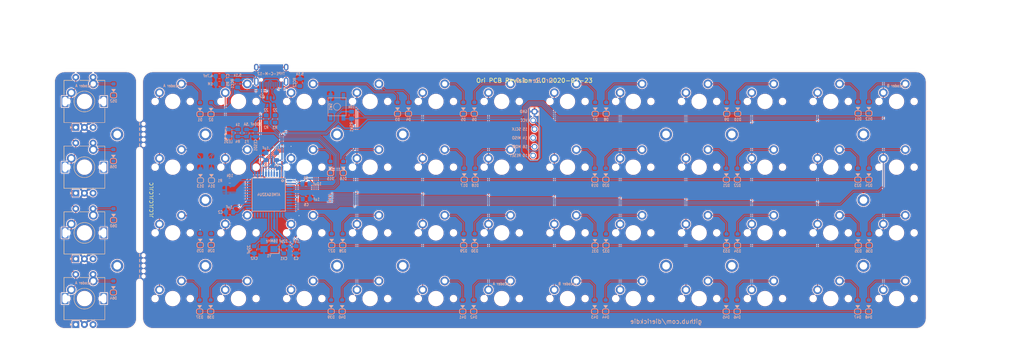
<source format=kicad_pcb>
(kicad_pcb (version 20171130) (host pcbnew "(5.1.4-0-10_14)")
  (layers (0 F.Cu signal) (31 B.Cu signal) (34 B.Paste user hide) (35 F.Paste user hide) (36 B.SilkS user) (37 F.SilkS user) (38 B.Mask user) (39 F.Mask user) (44 Edge.Cuts user))
  (net 0 "")
  (net 1 "Net-(D1-Pad2)")
  (net 2 "Net-(D2-Pad2)")
  (net 3 "Net-(D3-Pad2)")
  (net 4 "Net-(D4-Pad2)")
  (net 5 "Net-(D5-Pad2)")
  (net 6 "Net-(D6-Pad2)")
  (net 7 "Net-(D7-Pad2)")
  (net 8 "Net-(D8-Pad2)")
  (net 9 "Net-(D9-Pad2)")
  (net 10 "Net-(D10-Pad2)")
  (net 11 "Net-(D11-Pad2)")
  (net 12 "Net-(D12-Pad2)")
  (net 13 "Net-(D13-Pad2)")
  (net 14 "Net-(D14-Pad2)")
  (net 15 "Net-(D15-Pad2)")
  (net 16 "Net-(D16-Pad2)")
  (net 17 "Net-(D17-Pad2)")
  (net 18 "Net-(D18-Pad2)")
  (net 19 "Net-(D19-Pad2)")
  (net 20 "Net-(D20-Pad2)")
  (net 21 "Net-(D21-Pad2)")
  (net 22 "Net-(D22-Pad2)")
  (net 23 "Net-(D23-Pad2)")
  (net 24 "Net-(D24-Pad2)")
  (net 25 "Net-(D25-Pad2)")
  (net 26 "Net-(D26-Pad2)")
  (net 27 "Net-(D27-Pad2)")
  (net 28 "Net-(D28-Pad2)")
  (net 29 "Net-(D29-Pad2)")
  (net 30 "Net-(D30-Pad2)")
  (net 31 "Net-(D31-Pad2)")
  (net 32 "Net-(D32-Pad2)")
  (net 33 "Net-(D33-Pad2)")
  (net 34 "Net-(D34-Pad2)")
  (net 35 "Net-(D35-Pad2)")
  (net 36 "Net-(D36-Pad2)")
  (net 37 "Net-(D37-Pad2)")
  (net 38 "Net-(D38-Pad2)")
  (net 39 "Net-(D39-Pad2)")
  (net 40 "Net-(D40-Pad2)")
  (net 41 "Net-(D41-Pad2)")
  (net 42 "Net-(D42-Pad2)")
  (net 43 "Net-(D43-Pad2)")
  (net 44 "Net-(D44-Pad2)")
  (net 45 "Net-(D45-Pad2)")
  (net 46 "Net-(D46-Pad2)")
  (net 47 "Net-(D47-Pad2)")
  (net 48 "Net-(D48-Pad2)")
  (net 49 VCC)
  (net 50 "Net-(C6-Pad1)")
  (net 51 XTAL1)
  (net 52 XTAL2)
  (net 53 row0)
  (net 54 row1)
  (net 55 row2)
  (net 56 row3)
  (net 57 D-)
  (net 58 D+)
  (net 59 col0)
  (net 60 col1)
  (net 61 col2)
  (net 62 col3)
  (net 63 col4)
  (net 64 col5)
  (net 65 col6)
  (net 66 col7)
  (net 67 col8)
  (net 68 col9)
  (net 69 col10)
  (net 70 col11)
  (net 71 "Net-(R1-Pad2)")
  (net 72 VBUS)
  (net 73 "Net-(J1-PadB5)")
  (net 74 "Net-(J1-PadA5)")
  (net 75 ISP_Reset)
  (net 76 "Net-(D52-Pad2)")
  (net 77 "Net-(D56-Pad2)")
  (net 78 "Net-(D60-Pad2)")
  (net 79 "Net-(D64-Pad2)")
  (net 80 col12)
  (net 81 GND)
  (net 82 "Net-(LED1-Pad2)")
  (net 83 "Net-(C7-Pad1)")
  (net 84 "Net-(R2-Pad2)")
  (net 85 "Net-(R3-Pad2)")
  (net 86 DBUS-)
  (net 87 DBUS+)
  (net 88 enc0a)
  (net 89 enc0b)
  (net 90 enc1a)
  (net 91 enc1b)
  (net 92 enc3b)
  (net 93 enc2a)
  (net 94 enc2b)
  (net 95 enc3a)
  (module Keebio-Parts:RotaryEncoder_EC11 (layer F.Cu) (at 61.585086 91.187062 90)
    (fp_text reference SW9)
    (fp_text value Rotary_Encoder_Switch)
    (pad A thru_hole rect (at -7.5 -2.5 90) (size 2 2) (drill 1) (layers *.Cu *.Mask) (net 93 enc2a))
    (pad C thru_hole circle (at -7.5 0 90) (size 2 2) (drill 1) (layers *.Cu *.Mask) (net 81 GND))
    (pad B thru_hole circle (at -7.5 2.5 90) (size 2 2) (drill 1) (layers *.Cu *.Mask) (net 94 enc2b))
    (pad MP thru_hole rect (at 0 -5.6 90) (size 3.2 2) (drill oval 2.8 1.5) (layers *.Cu *.Mask))
    (pad MP thru_hole rect (at 0 5.6 90) (size 3.2 2) (drill oval 2.8 1.5) (layers *.Cu *.Mask))
    (pad S2 thru_hole circle (at 7 -2.5 90) (size 2 2) (drill 1) (layers *.Cu *.Mask) (net 59 col0))
    (pad S1 thru_hole circle (at 7 2.5 90) (size 2 2) (drill 1) (layers *.Cu *.Mask) (net 78 "Net-(D60-Pad2)"))
  )
  (module Keeb_footprints:MX100 (layer F.Cu) (at 61.585086 72.187112 180)
    (fp_text reference K56)
    (fp_text value KEYSW)
    (pad 1 thru_hole circle (at 3.7846 2.5527 90) (size 2.54 2.54) (drill 1.525) (layers *.Cu *.Mask) (net 59 col0))
    (pad 2 thru_hole circle (at -2.5654 5.0927 180) (size 2.54 2.54) (drill 1.525) (layers *.Cu *.Mask) (net 77 "Net-(D56-Pad2)"))
    (pad "" np_thru_hole circle (at -5.1054 0.0127 180) (size 1.7018 1.7018) (drill 1.7018) (layers *.Cu *.Mask))
    (pad "" np_thru_hole circle (at 5.0546 0.0127 180) (size 1.7018 1.7018) (drill 1.7018) (layers *.Cu *.Mask))
    (pad "" np_thru_hole circle (at -0.0254 0.0127 180) (size 3.9878 3.9878) (drill 3.9878) (layers *.Cu *.Mask))
  )
  (module Keeb_footprints:MX100 (layer F.Cu) (at 61.585086 110.187012 180)
    (fp_text reference K64)
    (fp_text value KEYSW)
    (pad 1 thru_hole circle (at 3.7846 2.5527 90) (size 2.54 2.54) (drill 1.525) (layers *.Cu *.Mask) (net 59 col0))
    (pad 2 thru_hole circle (at -2.5654 5.0927 180) (size 2.54 2.54) (drill 1.525) (layers *.Cu *.Mask) (net 79 "Net-(D64-Pad2)"))
    (pad "" np_thru_hole circle (at -5.1054 0.0127 180) (size 1.7018 1.7018) (drill 1.7018) (layers *.Cu *.Mask))
    (pad "" np_thru_hole circle (at 5.0546 0.0127 180) (size 1.7018 1.7018) (drill 1.7018) (layers *.Cu *.Mask))
    (pad "" np_thru_hole circle (at -0.0254 0.0127 180) (size 3.9878 3.9878) (drill 3.9878) (layers *.Cu *.Mask))
  )
  (module Keeb_footprints:D_SOD-123_modified (layer B.Cu) (at 98.187999 93.049377 90)
    (fp_text reference D26 (at -3.302 0 180) (layer B.SilkS) (effects (font (size 0.8 0.7)) (justify mirror)))
    (fp_text value D)
    (pad 2 smd roundrect (at 1.65 0 90) (size 1 1.2) (layers B.Cu B.Paste B.Mask) (net 26 "Net-(D26-Pad2)"))
    (pad 1 smd roundrect (at -1.65 0 90) (size 1 1.2) (layers B.Cu B.Paste B.Mask) (net 55 row2))
  )
  (module LED_SMD:LED_0805_2012Metric_Pad1.15x1.40mm_HandSolder (layer B.Cu) (at 103.2 62.25 90)
    (fp_text reference LED1 (at -2.55 -0.1 180) (layer B.SilkS) (effects (font (size 0.8 0.7)) (justify mirror)))
    (fp_text value LED)
    (pad 2 smd roundrect (at 1.025 0 90) (size 1.15 1.4) (layers B.Cu B.Paste B.Mask) (roundrect_rratio 0.217391) (net 82 "Net-(LED1-Pad2)"))
    (pad 1 smd roundrect (at -1.025 0 90) (size 1.15 1.4) (layers B.Cu B.Paste B.Mask) (roundrect_rratio 0.217391) (net 81 GND))
  )
  (module Capacitor_SMD:C_0805_2012Metric_Pad1.15x1.40mm_HandSolder (layer B.Cu) (at 125.55 76.95)
    (fp_text reference C5 (at 0 -1.6) (layer B.SilkS) (effects (font (size 0.8 0.7)) (justify mirror)))
    (fp_text value 10uF)
    (fp_text user %V (at 3.2 0.05) (layer B.SilkS) (effects (font (size 0.8 0.7)) (justify mirror)))
    (pad 2 smd roundrect (at 1.025 0) (size 1.15 1.4) (layers B.Cu B.Paste B.Mask) (roundrect_rratio 0.217391) (net 81 GND))
    (pad 1 smd roundrect (at -1.025 0) (size 1.15 1.4) (layers B.Cu B.Paste B.Mask) (roundrect_rratio 0.217391) (net 49 VCC))
  )
  (module Capacitor_SMD:C_0805_2012Metric_Pad1.15x1.40mm_HandSolder (layer B.Cu) (at 103.525 85.2 180)
    (fp_text reference C2 (at 2.675 0) (layer B.SilkS) (effects (font (size 0.8 0.7)) (justify mirror)))
    (fp_text value .1uF)
    (fp_text user %V (at 0.025 1.5 180) (layer B.SilkS) (effects (font (size 0.8 0.7)) (justify mirror)))
    (pad 2 smd roundrect (at 1.025 0 180) (size 1.15 1.4) (layers B.Cu B.Paste B.Mask) (roundrect_rratio 0.217391) (net 81 GND))
    (pad 1 smd roundrect (at -1.025 0 180) (size 1.15 1.4) (layers B.Cu B.Paste B.Mask) (roundrect_rratio 0.217391) (net 49 VCC))
  )
  (module Keeb_footprints:D_SOD-123_modified (layer B.Cu) (at 247.031999 55.094377 90)
    (fp_text reference D9 (at -3.302 0 180) (layer B.SilkS) (effects (font (size 0.8 0.7)) (justify mirror)))
    (fp_text value D)
    (pad 2 smd roundrect (at 1.65 0 90) (size 1 1.2) (layers B.Cu B.Paste B.Mask) (net 9 "Net-(D9-Pad2)"))
    (pad 1 smd roundrect (at -1.65 0 90) (size 1 1.2) (layers B.Cu B.Paste B.Mask) (net 53 row0))
  )
  (module Keebio-Parts:RotaryEncoder_EC11 (layer F.Cu) (at 61.585086 72.187112 90)
    (fp_text reference SW8)
    (fp_text value Rotary_Encoder_Switch)
    (pad A thru_hole rect (at -7.5 -2.5 90) (size 2 2) (drill 1) (layers *.Cu *.Mask) (net 90 enc1a))
    (pad C thru_hole circle (at -7.5 0 90) (size 2 2) (drill 1) (layers *.Cu *.Mask) (net 81 GND))
    (pad B thru_hole circle (at -7.5 2.5 90) (size 2 2) (drill 1) (layers *.Cu *.Mask) (net 91 enc1b))
    (pad MP thru_hole rect (at 0 -5.6 90) (size 3.2 2) (drill oval 2.8 1.5) (layers *.Cu *.Mask))
    (pad MP thru_hole rect (at 0 5.6 90) (size 3.2 2) (drill oval 2.8 1.5) (layers *.Cu *.Mask))
    (pad S2 thru_hole circle (at 7 -2.5 90) (size 2 2) (drill 1) (layers *.Cu *.Mask) (net 59 col0))
    (pad S1 thru_hole circle (at 7 2.5 90) (size 2 2) (drill 1) (layers *.Cu *.Mask) (net 77 "Net-(D56-Pad2)"))
  )
  (module Keebio-Parts:RotaryEncoder_EC11 (layer F.Cu) (at 61.585086 110.187012 90)
    (fp_text reference SW4)
    (fp_text value Rotary_Encoder_Switch)
    (pad A thru_hole rect (at -7.5 -2.5 90) (size 2 2) (drill 1) (layers *.Cu *.Mask) (net 95 enc3a))
    (pad C thru_hole circle (at -7.5 0 90) (size 2 2) (drill 1) (layers *.Cu *.Mask) (net 81 GND))
    (pad B thru_hole circle (at -7.5 2.5 90) (size 2 2) (drill 1) (layers *.Cu *.Mask) (net 92 enc3b))
    (pad MP thru_hole rect (at 0 -5.6 90) (size 3.2 2) (drill oval 2.8 1.5) (layers *.Cu *.Mask))
    (pad MP thru_hole rect (at 0 5.6 90) (size 3.2 2) (drill oval 2.8 1.5) (layers *.Cu *.Mask))
    (pad S2 thru_hole circle (at 7 -2.5 90) (size 2 2) (drill 1) (layers *.Cu *.Mask) (net 59 col0))
    (pad S1 thru_hole circle (at 7 2.5 90) (size 2 2) (drill 1) (layers *.Cu *.Mask) (net 79 "Net-(D64-Pad2)"))
  )
  (module Keebio-Parts:RotaryEncoder_EC11 (layer F.Cu) (at 61.585086 53.187162 90)
    (fp_text reference SW2)
    (fp_text value Rotary_Encoder_Switch)
    (pad A thru_hole rect (at -7.5 -2.5 90) (size 2 2) (drill 1) (layers *.Cu *.Mask) (net 88 enc0a))
    (pad C thru_hole circle (at -7.5 0 90) (size 2 2) (drill 1) (layers *.Cu *.Mask) (net 81 GND))
    (pad B thru_hole circle (at -7.5 2.5 90) (size 2 2) (drill 1) (layers *.Cu *.Mask) (net 89 enc0b))
    (pad MP thru_hole rect (at 0 -5.6 90) (size 3.2 2) (drill oval 2.8 1.5) (layers *.Cu *.Mask))
    (pad MP thru_hole rect (at 0 5.6 90) (size 3.2 2) (drill oval 2.8 1.5) (layers *.Cu *.Mask))
    (pad S2 thru_hole circle (at 7 -2.5 90) (size 2 2) (drill 1) (layers *.Cu *.Mask) (net 59 col0))
    (pad S1 thru_hole circle (at 7 2.5 90) (size 2 2) (drill 1) (layers *.Cu *.Mask) (net 76 "Net-(D52-Pad2)"))
  )
  (module Resistor_SMD:R_0805_2012Metric_Pad1.15x1.40mm_HandSolder (layer B.Cu) (at 105.847 62.288 270)
    (fp_text reference R4 (at 2.512 0.003 180) (layer B.SilkS) (effects (font (size 0.8 0.7)) (justify mirror)))
    (fp_text value 1k)
    (fp_text user %V (at -2.438 0 180) (layer B.SilkS) (effects (font (size 0.8 0.7)) (justify mirror)))
    (pad 2 smd roundrect (at 1.025 0 270) (size 1.15 1.4) (layers B.Cu B.Paste B.Mask) (roundrect_rratio 0.217391) (net 49 VCC))
    (pad 1 smd roundrect (at -1.025 0 270) (size 1.15 1.4) (layers B.Cu B.Paste B.Mask) (roundrect_rratio 0.217391) (net 82 "Net-(LED1-Pad2)"))
  )
  (module Capacitor_SMD:C_0805_2012Metric_Pad1.15x1.40mm_HandSolder (layer B.Cu) (at 111 62.3 270)
    (fp_text reference CESD1 (at 3.556 -0.0254 90) (layer B.SilkS) (effects (font (size 0.8 0.7)) (justify mirror)))
    (fp_text value 100nF)
    (fp_text user %V (at -2.54 -0.127 180) (layer B.SilkS) (effects (font (size 0.8 0.7)) (justify mirror)))
    (pad 2 smd roundrect (at 1.025 0 270) (size 1.15 1.4) (layers B.Cu B.Paste B.Mask) (roundrect_rratio 0.217391) (net 81 GND))
    (pad 1 smd roundrect (at -1.025 0 270) (size 1.15 1.4) (layers B.Cu B.Paste B.Mask) (roundrect_rratio 0.217391) (net 72 VBUS))
  )
  (module Resistor_SMD:R_0805_2012Metric_Pad1.15x1.40mm_HandSolder (layer B.Cu) (at 100.55 48.1 180)
    (fp_text reference R5 (at -2.45 0 90) (layer B.SilkS) (effects (font (size 0.8 0.7)) (justify mirror)))
    (fp_text value 1M)
    (fp_text user %V (at 2.6 0) (layer B.SilkS) (effects (font (size 0.8 0.7)) (justify mirror)))
    (pad 2 smd roundrect (at 1.025 0 180) (size 1.15 1.4) (layers B.Cu B.Paste B.Mask) (roundrect_rratio 0.217391) (net 81 GND))
    (pad 1 smd roundrect (at -1.025 0 180) (size 1.15 1.4) (layers B.Cu B.Paste B.Mask) (roundrect_rratio 0.217391) (net 83 "Net-(C7-Pad1)"))
  )
  (module Capacitor_SMD:C_0805_2012Metric_Pad1.15x1.40mm_HandSolder (layer B.Cu) (at 100.55 45.85 180)
    (fp_text reference C7 (at -2.45 0 270) (layer B.SilkS) (effects (font (size 0.8 0.7)) (justify mirror)))
    (fp_text value 4.7nF)
    (fp_text user %V (at 3.3 0.05) (layer B.SilkS) (effects (font (size 0.8 0.7)) (justify mirror)))
    (pad 2 smd roundrect (at 1.025 0 180) (size 1.15 1.4) (layers B.Cu B.Paste B.Mask) (roundrect_rratio 0.217391) (net 81 GND))
    (pad 1 smd roundrect (at -1.025 0 180) (size 1.15 1.4) (layers B.Cu B.Paste B.Mask) (roundrect_rratio 0.217391) (net 83 "Net-(C7-Pad1)"))
  )
  (module Resistor_SMD:R_0805_2012Metric_Pad1.15x1.40mm_HandSolder (layer B.Cu) (at 138.709 57.148 90)
    (fp_text reference RSW1 (at -3.429 0 90) (layer B.SilkS) (effects (font (size 0.8 0.7)) (justify mirror)))
    (fp_text value 10k)
    (fp_text user %V (at 2.411 -0.025 180) (layer B.SilkS) (effects (font (size 0.8 0.7)) (justify mirror)))
    (pad 2 smd roundrect (at 1.025 0 90) (size 1.15 1.4) (layers B.Cu B.Paste B.Mask) (roundrect_rratio 0.217391) (net 49 VCC))
    (pad 1 smd roundrect (at -1.025 0 90) (size 1.15 1.4) (layers B.Cu B.Paste B.Mask) (roundrect_rratio 0.217391) (net 75 ISP_Reset))
  )
  (module Resistor_SMD:R_0805_2012Metric_Pad1.15x1.40mm_HandSolder (layer B.Cu) (at 123.8 47.7 270)
    (fp_text reference RCC2 (at 0 1.5 90) (layer B.SilkS) (effects (font (size 0.8 0.7)) (justify mirror)))
    (fp_text value 5.1k)
    (fp_text user %V (at -2.475002 0.028999 180) (layer B.SilkS) (effects (font (size 0.8 0.7)) (justify mirror)))
    (pad 2 smd roundrect (at 1.025 0 270) (size 1.15 1.4) (layers B.Cu B.Paste B.Mask) (roundrect_rratio 0.217391) (net 73 "Net-(J1-PadB5)"))
    (pad 1 smd roundrect (at -1.025 0 270) (size 1.15 1.4) (layers B.Cu B.Paste B.Mask) (roundrect_rratio 0.217391) (net 81 GND))
  )
  (module Resistor_SMD:R_0805_2012Metric_Pad1.15x1.40mm_HandSolder (layer B.Cu) (at 105.8 48.05 270)
    (fp_text reference RCC1 (at 0 1.45 90) (layer B.SilkS) (effects (font (size 0.8 0.7)) (justify mirror)))
    (fp_text value 5.1k)
    (fp_text user %V (at -2.475002 0 180) (layer B.SilkS) (effects (font (size 0.8 0.7)) (justify mirror)))
    (pad 1 smd roundrect (at -1.025 0 270) (size 1.15 1.4) (layers B.Cu B.Paste B.Mask) (roundrect_rratio 0.217391) (net 81 GND))
    (pad 2 smd roundrect (at 1.025 0 270) (size 1.15 1.4) (layers B.Cu B.Paste B.Mask) (roundrect_rratio 0.217391) (net 74 "Net-(J1-PadA5)"))
  )
  (module Resistor_SMD:R_0805_2012Metric_Pad1.15x1.40mm_HandSolder (layer B.Cu) (at 116.629999 58.233002 90)
    (fp_text reference R3 (at -2.491998 -0.004999) (layer B.SilkS) (effects (font (size 0.8 0.7)) (justify mirror)))
    (fp_text value 22)
    (fp_text user %V (at 2.549002 0 180) (layer B.SilkS) (effects (font (size 0.8 0.7)) (justify mirror)))
    (pad 2 smd roundrect (at 1.025 0 90) (size 1.15 1.4) (layers B.Cu B.Paste B.Mask) (roundrect_rratio 0.217391) (net 85 "Net-(R3-Pad2)"))
    (pad 1 smd roundrect (at -1.025 0 90) (size 1.15 1.4) (layers B.Cu B.Paste B.Mask) (roundrect_rratio 0.217391) (net 58 D+))
  )
  (module Resistor_SMD:R_0805_2012Metric_Pad1.15x1.40mm_HandSolder (layer B.Cu) (at 114.046 58.224 90)
    (fp_text reference R2 (at -2.476 0.004) (layer B.SilkS) (effects (font (size 0.8 0.7)) (justify mirror)))
    (fp_text value 22)
    (fp_text user %V (at 2.54 0 180) (layer B.SilkS) (effects (font (size 0.8 0.7)) (justify mirror)))
    (pad 2 smd roundrect (at 1.025 0 90) (size 1.15 1.4) (layers B.Cu B.Paste B.Mask) (roundrect_rratio 0.217391) (net 84 "Net-(R2-Pad2)"))
    (pad 1 smd roundrect (at -1.025 0 90) (size 1.15 1.4) (layers B.Cu B.Paste B.Mask) (roundrect_rratio 0.217391) (net 57 D-))
  )
  (module Resistor_SMD:R_0805_2012Metric_Pad1.15x1.40mm_HandSolder (layer B.Cu) (at 103.527499 76.1)
    (fp_text reference R1 (at -2.8 0) (layer B.SilkS) (effects (font (size 0.8 0.7)) (justify mirror)))
    (fp_text value 10k)
    (fp_text user %V (at 0.051501 -1.501002) (layer B.SilkS) (effects (font (size 0.8 0.7)) (justify mirror)))
    (pad 2 smd roundrect (at 1.025 0) (size 1.15 1.4) (layers B.Cu B.Paste B.Mask) (roundrect_rratio 0.217391) (net 71 "Net-(R1-Pad2)"))
    (pad 1 smd roundrect (at -1.025 0) (size 1.15 1.4) (layers B.Cu B.Paste B.Mask) (roundrect_rratio 0.217391) (net 81 GND))
  )
  (module Capacitor_SMD:C_0805_2012Metric_Pad1.15x1.40mm_HandSolder (layer B.Cu) (at 122.75 96.05 270)
    (fp_text reference C3 (at 2.5 0.05 180) (layer B.SilkS) (effects (font (size 0.8 0.7)) (justify mirror)))
    (fp_text value .1uF)
    (fp_text user %V (at -2.45 -0.05) (layer B.SilkS) (effects (font (size 0.8 0.7)) (justify mirror)))
    (pad 2 smd roundrect (at 1.025 0 270) (size 1.15 1.4) (layers B.Cu B.Paste B.Mask) (roundrect_rratio 0.217391) (net 81 GND))
    (pad 1 smd roundrect (at -1.025 0 270) (size 1.15 1.4) (layers B.Cu B.Paste B.Mask) (roundrect_rratio 0.217391) (net 49 VCC))
  )
  (module Capacitor_SMD:C_0805_2012Metric_Pad1.15x1.40mm_HandSolder (layer B.Cu) (at 117.05 69.1 90)
    (fp_text reference C4 (at -2.55 0 180) (layer B.SilkS) (effects (font (size 0.8 0.7)) (justify mirror)))
    (fp_text value .1uF)
    (fp_text user %V (at 2.5 0 180) (layer B.SilkS) (effects (font (size 0.8 0.7)) (justify mirror)))
    (pad 2 smd roundrect (at 1.025 0 90) (size 1.15 1.4) (layers B.Cu B.Paste B.Mask) (roundrect_rratio 0.217391) (net 81 GND))
    (pad 1 smd roundrect (at -1.025 0 90) (size 1.15 1.4) (layers B.Cu B.Paste B.Mask) (roundrect_rratio 0.217391) (net 49 VCC))
  )
  (module Capacitor_SMD:C_0805_2012Metric_Pad1.15x1.40mm_HandSolder (layer B.Cu) (at 114 69.1 90)
    (fp_text reference C1 (at -2.468 0.008) (layer B.SilkS) (effects (font (size 0.8 0.7)) (justify mirror)))
    (fp_text value .1uF)
    (fp_text user %V (at 2.432 0.008 180) (layer B.SilkS) (effects (font (size 0.8 0.7)) (justify mirror)))
    (pad 2 smd roundrect (at 1.025 0 90) (size 1.15 1.4) (layers B.Cu B.Paste B.Mask) (roundrect_rratio 0.217391) (net 81 GND))
    (pad 1 smd roundrect (at -1.025 0 90) (size 1.15 1.4) (layers B.Cu B.Paste B.Mask) (roundrect_rratio 0.217391) (net 49 VCC))
  )
  (module Capacitor_SMD:C_0805_2012Metric_Pad1.15x1.40mm_HandSolder (layer B.Cu) (at 119.15 96.1 90)
    (fp_text reference CX1 (at -2.5 0 180) (layer B.SilkS) (effects (font (size 0.8 0.7)) (justify mirror)))
    (fp_text value 22pF)
    (fp_text user %V (at 2.5 -0.15 180) (layer B.SilkS) (effects (font (size 0.8 0.7)) (justify mirror)))
    (pad 2 smd roundrect (at 1.025 0 90) (size 1.15 1.4) (layers B.Cu B.Paste B.Mask) (roundrect_rratio 0.217391) (net 81 GND))
    (pad 1 smd roundrect (at -1.025 0 90) (size 1.15 1.4) (layers B.Cu B.Paste B.Mask) (roundrect_rratio 0.217391) (net 51 XTAL1))
  )
  (module Capacitor_SMD:C_0805_2012Metric_Pad1.15x1.40mm_HandSolder (layer B.Cu) (at 110.6 96.05 270)
    (fp_text reference CX2 (at 2.484998 -0.014001 180) (layer B.SilkS) (effects (font (size 0.8 0.7)) (justify mirror)))
    (fp_text value 22pF)
    (fp_text user %V (at 0 1.55 270) (layer B.SilkS) (effects (font (size 0.8 0.7)) (justify mirror)))
    (pad 2 smd roundrect (at 1.025 0 270) (size 1.15 1.4) (layers B.Cu B.Paste B.Mask) (roundrect_rratio 0.217391) (net 81 GND))
    (pad 1 smd roundrect (at -1.025 0 270) (size 1.15 1.4) (layers B.Cu B.Paste B.Mask) (roundrect_rratio 0.217391) (net 52 XTAL2))
  )
  (module Capacitor_SMD:C_0805_2012Metric_Pad1.15x1.40mm_HandSolder (layer B.Cu) (at 125.65 81.4)
    (fp_text reference C6 (at 0 1.6) (layer B.SilkS) (effects (font (size 0.8 0.7)) (justify mirror)))
    (fp_text value 1uF)
    (fp_text user %V (at 2.9 0.05) (layer B.SilkS) (effects (font (size 0.8 0.7)) (justify mirror)))
    (pad 2 smd roundrect (at 1.025 0) (size 1.15 1.4) (layers B.Cu B.Paste B.Mask) (roundrect_rratio 0.217391) (net 81 GND))
    (pad 1 smd roundrect (at -1.025 0) (size 1.15 1.4) (layers B.Cu B.Paste B.Mask) (roundrect_rratio 0.217391) (net 50 "Net-(C6-Pad1)"))
  )
  (module Fuse:Fuse_0805_2012Metric_Pad1.15x1.40mm_HandSolder (layer B.Cu) (at 108.4 62.3 90)
    (fp_text reference F1 (at -2.469 -0.012 180) (layer B.SilkS) (effects (font (size 0.8 0.7)) (justify mirror)))
    (fp_text value .5A)
    (fp_text user %V (at 2.54 0 180) (layer B.SilkS) (effects (font (size 0.8 0.7)) (justify mirror)))
    (pad 2 smd roundrect (at 1.025 0 90) (size 1.15 1.4) (layers B.Cu B.Paste B.Mask) (roundrect_rratio 0.217391) (net 72 VBUS))
    (pad 1 smd roundrect (at -1.025 0 90) (size 1.15 1.4) (layers B.Cu B.Paste B.Mask) (roundrect_rratio 0.217391) (net 49 VCC))
  )
  (module Keeb_footprints:MouseBite_IPC7351 (layer F.Cu) (at 78.66 100.7 90)
    (fp_text reference H20)
    (fp_text value MountingHole)
    (pad "" np_thru_hole circle (at -3.048 0 90) (size 0.8 0.8) (drill 0.8) (layers *.Cu *.Mask))
    (pad "" np_thru_hole circle (at -1.524 0 90) (size 0.8 0.8) (drill 0.8) (layers *.Cu *.Mask))
    (pad "" np_thru_hole circle (at 3.048 0 90) (size 0.8 0.8) (drill 0.8) (layers *.Cu *.Mask))
    (pad "" np_thru_hole circle (at 1.524 0 90) (size 0.8 0.8) (drill 0.8) (layers *.Cu *.Mask))
    (pad "" np_thru_hole circle (at 0 0 90) (size 0.8 0.8) (drill 0.8) (layers *.Cu *.Mask))
  )
  (module Keeb_footprints:MouseBite_IPC7351 (layer F.Cu) (at 78.66 62.7 90)
    (fp_text reference H19)
    (fp_text value MountingHole)
    (pad "" np_thru_hole circle (at -3.048 0 90) (size 0.8 0.8) (drill 0.8) (layers *.Cu *.Mask))
    (pad "" np_thru_hole circle (at -1.524 0 90) (size 0.8 0.8) (drill 0.8) (layers *.Cu *.Mask))
    (pad "" np_thru_hole circle (at 3.048 0 90) (size 0.8 0.8) (drill 0.8) (layers *.Cu *.Mask))
    (pad "" np_thru_hole circle (at 1.524 0 90) (size 0.8 0.8) (drill 0.8) (layers *.Cu *.Mask))
    (pad "" np_thru_hole circle (at 0 0 90) (size 0.8 0.8) (drill 0.8) (layers *.Cu *.Mask))
  )
  (module Crystal:Crystal_SMD_3225-4Pin_3.2x2.5mm_HandSoldering (layer B.Cu) (at 114.9 94.7 180)
    (fp_text reference Y1 (at 0 -3.1 180) (layer B.SilkS) (effects (font (size 0.8 0.7)) (justify mirror)))
    (fp_text value 16MHz)
    (pad 4 smd rect (at -1.45 1.15 180) (size 2.1 1.8) (layers B.Cu B.Paste B.Mask) (net 81 GND))
    (pad 3 smd rect (at 1.45 1.15 180) (size 2.1 1.8) (layers B.Cu B.Paste B.Mask) (net 52 XTAL2))
    (pad 2 smd rect (at 1.45 -1.15 180) (size 2.1 1.8) (layers B.Cu B.Paste B.Mask) (net 81 GND))
    (pad 1 smd rect (at -1.45 -1.15 180) (size 2.1 1.8) (layers B.Cu B.Paste B.Mask) (net 51 XTAL1))
  )
  (module Keeb_footprints:PIN_HEADER_1x6_OFFSET (layer B.Cu) (at 191.3432 62.45 180)
    (fp_text reference J2)
    (fp_text value AVR-ISP-6_mod hide)
    (fp_text user GND (at 1.7907 6.3627) (layer B.SilkS) (effects (font (size 0.8 0.7)) (justify left mirror)))
    (fp_text user VCC (at 1.7907 3.8227) (layer B.SilkS) (effects (font (size 0.8 0.7)) (justify left mirror)))
    (fp_text user "10 RESET" (at 1.778 -6.35) (layer B.SilkS) (effects (font (size 0.8 0.7)) (justify left mirror)))
    (fp_text user "15 SCLK" (at 1.778 1.27) (layer B.SilkS) (effects (font (size 0.8 0.7)) (justify left mirror)))
    (fp_text user "16 MOSI" (at 1.778 -3.81) (layer B.SilkS) (effects (font (size 0.8 0.7)) (justify left mirror)))
    (fp_text user "14 MISO" (at 1.778 -1.27) (layer B.SilkS) (effects (font (size 0.8 0.7)) (justify left mirror)))
    (pad 6 thru_hole roundrect (at -0.2032 6.35 180) (size 1.6002 1.6002) (drill 1.0668) (layers *.Cu *.Mask) (net 81 GND))
    (pad 2 thru_hole circle (at 0.2032 3.81 180) (size 1.6002 1.6002) (drill 1.0668) (layers *.Cu *.Mask) (net 49 VCC))
    (pad 5 thru_hole circle (at -0.2032 1.27 180) (size 1.6002 1.6002) (drill 1.0668) (layers *.Cu *.Mask) (net 69 col10))
    (pad 3 thru_hole circle (at 0.2032 -1.27 180) (size 1.6002 1.6002) (drill 1.0668) (layers *.Cu *.Mask) (net 80 col12))
    (pad 4 thru_hole circle (at -0.2032 -3.81 180) (size 1.6002 1.6002) (drill 1.0668) (layers *.Cu *.Mask) (net 70 col11))
    (pad 1 thru_hole circle (at 0.2032 -6.35 180) (size 1.6002 1.6002) (drill 1.0668) (layers *.Cu *.Mask) (net 75 ISP_Reset))
  )
  (module Keeb_footprints:D_SOD-123_modified (layer B.Cu) (at 70 49.75 90)
    (fp_text reference D52 (at -3.302 0 180) (layer B.SilkS) (effects (font (size 0.8 0.7)) (justify mirror)))
    (fp_text value D)
    (pad 2 smd roundrect (at 1.65 0 90) (size 1 1.2) (layers B.Cu B.Paste B.Mask) (net 76 "Net-(D52-Pad2)"))
    (pad 1 smd roundrect (at -1.65 0 90) (size 1 1.2) (layers B.Cu B.Paste B.Mask) (net 53 row0))
  )
  (module Keebio-Parts:ATMEGA32U4-AU (layer B.Cu) (at 114.8 80.1 180)
    (fp_text reference U1)
    (fp_text value ATMEGA32U4 (at 0 -0.0205) (layer B.SilkS) (effects (font (size 0.8 0.7)) (justify mirror)))
    (pad 44 smd rect (at -4 5.9 180) (size 0.5 1.5) (layers B.Cu B.Paste B.Mask) (net 49 VCC))
    (pad 43 smd rect (at -3.2 5.9 180) (size 0.5 1.5) (layers B.Cu B.Paste B.Mask) (net 81 GND))
    (pad 42 smd rect (at -2.4 5.9 180) (size 0.5 1.5) (layers B.Cu B.Paste B.Mask))
    (pad 41 smd rect (at -1.6 5.9 180) (size 0.5 1.5) (layers B.Cu B.Paste B.Mask) (net 66 col7))
    (pad 40 smd rect (at -0.8 5.9 180) (size 0.5 1.5) (layers B.Cu B.Paste B.Mask) (net 65 col6))
    (pad 39 smd rect (at 0 5.9 180) (size 0.5 1.5) (layers B.Cu B.Paste B.Mask) (net 64 col5))
    (pad 38 smd rect (at 0.8 5.9 180) (size 0.5 1.5) (layers B.Cu B.Paste B.Mask) (net 63 col4))
    (pad 37 smd rect (at 1.6 5.9 180) (size 0.5 1.5) (layers B.Cu B.Paste B.Mask) (net 54 row1))
    (pad 36 smd rect (at 2.4 5.9 180) (size 0.5 1.5) (layers B.Cu B.Paste B.Mask) (net 53 row0))
    (pad 35 smd rect (at 3.2 5.9 180) (size 0.5 1.5) (layers B.Cu B.Paste B.Mask) (net 81 GND))
    (pad 34 smd rect (at 4 5.9 180) (size 0.5 1.5) (layers B.Cu B.Paste B.Mask) (net 49 VCC))
    (pad 33 smd rect (at 5.9 4 180) (size 1.5 0.5) (layers B.Cu B.Paste B.Mask) (net 71 "Net-(R1-Pad2)"))
    (pad 32 smd rect (at 5.9 3.2 180) (size 1.5 0.5) (layers B.Cu B.Paste B.Mask) (net 92 enc3b))
    (pad 31 smd rect (at 5.9 2.4 180) (size 1.5 0.5) (layers B.Cu B.Paste B.Mask) (net 59 col0))
    (pad 30 smd rect (at 5.9 1.6 180) (size 1.5 0.5) (layers B.Cu B.Paste B.Mask) (net 93 enc2a))
    (pad 29 smd rect (at 5.9 0.8 180) (size 1.5 0.5) (layers B.Cu B.Paste B.Mask) (net 94 enc2b))
    (pad 28 smd rect (at 5.9 0 180) (size 1.5 0.5) (layers B.Cu B.Paste B.Mask) (net 95 enc3a))
    (pad 27 smd rect (at 5.9 -0.8 180) (size 1.5 0.5) (layers B.Cu B.Paste B.Mask) (net 60 col1))
    (pad 26 smd rect (at 5.9 -1.6 180) (size 1.5 0.5) (layers B.Cu B.Paste B.Mask) (net 56 row3))
    (pad 25 smd rect (at 5.9 -2.4 180) (size 1.5 0.5) (layers B.Cu B.Paste B.Mask) (net 55 row2))
    (pad 24 smd rect (at 5.9 -3.2 180) (size 1.5 0.5) (layers B.Cu B.Paste B.Mask) (net 49 VCC))
    (pad 23 smd rect (at 5.9 -4 180) (size 1.5 0.5) (layers B.Cu B.Paste B.Mask) (net 81 GND))
    (pad 22 smd rect (at 4 -5.9 180) (size 0.5 1.5) (layers B.Cu B.Paste B.Mask) (net 61 col2))
    (pad 21 smd rect (at 3.2 -5.9 180) (size 0.5 1.5) (layers B.Cu B.Paste B.Mask) (net 88 enc0a))
    (pad 20 smd rect (at 2.4 -5.9 180) (size 0.5 1.5) (layers B.Cu B.Paste B.Mask) (net 89 enc0b))
    (pad 19 smd rect (at 1.6 -5.9 180) (size 0.5 1.5) (layers B.Cu B.Paste B.Mask) (net 90 enc1a))
    (pad 18 smd rect (at 0.8 -5.9 180) (size 0.5 1.5) (layers B.Cu B.Paste B.Mask) (net 91 enc1b))
    (pad 17 smd rect (at 0 -5.9 180) (size 0.5 1.5) (layers B.Cu B.Paste B.Mask) (net 52 XTAL2))
    (pad 16 smd rect (at -0.8 -5.9 180) (size 0.5 1.5) (layers B.Cu B.Paste B.Mask) (net 51 XTAL1))
    (pad 15 smd rect (at -1.6 -5.9 180) (size 0.5 1.5) (layers B.Cu B.Paste B.Mask) (net 81 GND))
    (pad 14 smd rect (at -2.4 -5.9 180) (size 0.5 1.5) (layers B.Cu B.Paste B.Mask) (net 49 VCC))
    (pad 13 smd rect (at -3.2 -5.9 180) (size 0.5 1.5) (layers B.Cu B.Paste B.Mask) (net 75 ISP_Reset))
    (pad 12 smd rect (at -4 -5.9 180) (size 0.5 1.5) (layers B.Cu B.Paste B.Mask) (net 62 col3))
    (pad 11 smd rect (at -5.9 -4 180) (size 1.5 0.5) (layers B.Cu B.Paste B.Mask) (net 80 col12))
    (pad 10 smd rect (at -5.9 -3.2 180) (size 1.5 0.5) (layers B.Cu B.Paste B.Mask) (net 70 col11))
    (pad 9 smd rect (at -5.9 -2.4 180) (size 1.5 0.5) (layers B.Cu B.Paste B.Mask) (net 69 col10))
    (pad 8 smd rect (at -5.9 -1.6 180) (size 1.5 0.5) (layers B.Cu B.Paste B.Mask) (net 68 col9))
    (pad 7 smd rect (at -5.9 -0.8 180) (size 1.5 0.5) (layers B.Cu B.Paste B.Mask) (net 49 VCC))
    (pad 6 smd rect (at -5.9 0 180) (size 1.5 0.5) (layers B.Cu B.Paste B.Mask) (net 50 "Net-(C6-Pad1)"))
    (pad 5 smd rect (at -5.9 0.8 180) (size 1.5 0.5) (layers B.Cu B.Paste B.Mask) (net 81 GND))
    (pad 4 smd rect (at -5.9 1.6 180) (size 1.5 0.5) (layers B.Cu B.Paste B.Mask) (net 58 D+))
    (pad 3 smd rect (at -5.9 2.4 180) (size 1.5 0.5) (layers B.Cu B.Paste B.Mask) (net 57 D-))
    (pad 2 smd rect (at -5.9 3.2 180) (size 1.5 0.5) (layers B.Cu B.Paste B.Mask) (net 49 VCC))
    (pad 1 smd rect (at -5.9 4 180) (size 1.5 0.5) (layers B.Cu B.Paste B.Mask) (net 67 col8))
  )
  (module Keeb_footprints:D_SOD-123_modified (layer B.Cu) (at 94.962999 55.191377 90)
    (fp_text reference D1 (at -3.302 0 180) (layer B.SilkS) (effects (font (size 0.8 0.7)) (justify mirror)))
    (fp_text value D)
    (pad 2 smd roundrect (at 1.65 0 90) (size 1 1.2) (layers B.Cu B.Paste B.Mask) (net 1 "Net-(D1-Pad2)"))
    (pad 1 smd roundrect (at -1.65 0 90) (size 1 1.2) (layers B.Cu B.Paste B.Mask) (net 53 row0))
  )
  (module Keeb_footprints:D_SOD-123_modified (layer B.Cu) (at 98.137999 55.191377 90)
    (fp_text reference D2 (at -3.302 0 180) (layer B.SilkS) (effects (font (size 0.8 0.7)) (justify mirror)))
    (fp_text value D)
    (pad 2 smd roundrect (at 1.65 0 90) (size 1 1.2) (layers B.Cu B.Paste B.Mask) (net 2 "Net-(D2-Pad2)"))
    (pad 1 smd roundrect (at -1.65 0 90) (size 1 1.2) (layers B.Cu B.Paste B.Mask) (net 53 row0))
  )
  (module Keeb_footprints:D_SOD-123_modified (layer B.Cu) (at 151.985999 55.081002 90)
    (fp_text reference D3 (at -3.302 0 180) (layer B.SilkS) (effects (font (size 0.8 0.7)) (justify mirror)))
    (fp_text value D)
    (pad 2 smd roundrect (at 1.65 0 90) (size 1 1.2) (layers B.Cu B.Paste B.Mask) (net 3 "Net-(D3-Pad2)"))
    (pad 1 smd roundrect (at -1.65 0 90) (size 1 1.2) (layers B.Cu B.Paste B.Mask) (net 53 row0))
  )
  (module Keeb_footprints:D_SOD-123_modified (layer B.Cu) (at 155.160999 55.081002 90)
    (fp_text reference D4 (at -3.302 0 180) (layer B.SilkS) (effects (font (size 0.8 0.7)) (justify mirror)))
    (fp_text value D)
    (pad 2 smd roundrect (at 1.65 0 90) (size 1 1.2) (layers B.Cu B.Paste B.Mask) (net 4 "Net-(D4-Pad2)"))
    (pad 1 smd roundrect (at -1.65 0 90) (size 1 1.2) (layers B.Cu B.Paste B.Mask) (net 53 row0))
  )
  (module Keeb_footprints:D_SOD-123_modified (layer B.Cu) (at 170.985999 55.083377 90)
    (fp_text reference D5 (at -3.302 0 180) (layer B.SilkS) (effects (font (size 0.8 0.7)) (justify mirror)))
    (fp_text value D)
    (pad 2 smd roundrect (at 1.65 0 90) (size 1 1.2) (layers B.Cu B.Paste B.Mask) (net 5 "Net-(D5-Pad2)"))
    (pad 1 smd roundrect (at -1.65 0 90) (size 1 1.2) (layers B.Cu B.Paste B.Mask) (net 53 row0))
  )
  (module Keeb_footprints:D_SOD-123_modified (layer B.Cu) (at 174.160999 55.083377 90)
    (fp_text reference D6 (at -3.302 0 180) (layer B.SilkS) (effects (font (size 0.8 0.7)) (justify mirror)))
    (fp_text value D)
    (pad 2 smd roundrect (at 1.65 0 90) (size 1 1.2) (layers B.Cu B.Paste B.Mask) (net 6 "Net-(D6-Pad2)"))
    (pad 1 smd roundrect (at -1.65 0 90) (size 1 1.2) (layers B.Cu B.Paste B.Mask) (net 53 row0))
  )
  (module Keeb_footprints:D_SOD-123_modified (layer B.Cu) (at 209.058999 55.094377 90)
    (fp_text reference D7 (at -3.302 0 180) (layer B.SilkS) (effects (font (size 0.8 0.7)) (justify mirror)))
    (fp_text value D)
    (pad 2 smd roundrect (at 1.65 0 90) (size 1 1.2) (layers B.Cu B.Paste B.Mask) (net 7 "Net-(D7-Pad2)"))
    (pad 1 smd roundrect (at -1.65 0 90) (size 1 1.2) (layers B.Cu B.Paste B.Mask) (net 53 row0))
  )
  (module Keeb_footprints:D_SOD-123_modified (layer B.Cu) (at 212.233999 55.094377 90)
    (fp_text reference D8 (at -3.302 0 180) (layer B.SilkS) (effects (font (size 0.8 0.7)) (justify mirror)))
    (fp_text value D)
    (pad 2 smd roundrect (at 1.65 0 90) (size 1 1.2) (layers B.Cu B.Paste B.Mask) (net 8 "Net-(D8-Pad2)"))
    (pad 1 smd roundrect (at -1.65 0 90) (size 1 1.2) (layers B.Cu B.Paste B.Mask) (net 53 row0))
  )
  (module Keeb_footprints:D_SOD-123_modified (layer B.Cu) (at 250.206999 55.094377 90)
    (fp_text reference D10 (at -3.302 0 180) (layer B.SilkS) (effects (font (size 0.8 0.7)) (justify mirror)))
    (fp_text value D)
    (pad 2 smd roundrect (at 1.65 0 90) (size 1 1.2) (layers B.Cu B.Paste B.Mask) (net 10 "Net-(D10-Pad2)"))
    (pad 1 smd roundrect (at -1.65 0 90) (size 1 1.2) (layers B.Cu B.Paste B.Mask) (net 53 row0))
  )
  (module Keeb_footprints:D_SOD-123_modified (layer B.Cu) (at 284.95 54.95 90)
    (fp_text reference D11 (at -3.302 0 180) (layer B.SilkS) (effects (font (size 0.8 0.7)) (justify mirror)))
    (fp_text value D)
    (pad 2 smd roundrect (at 1.65 0 90) (size 1 1.2) (layers B.Cu B.Paste B.Mask) (net 11 "Net-(D11-Pad2)"))
    (pad 1 smd roundrect (at -1.65 0 90) (size 1 1.2) (layers B.Cu B.Paste B.Mask) (net 53 row0))
  )
  (module Keeb_footprints:D_SOD-123_modified (layer B.Cu) (at 95.089999 74.341377 90)
    (fp_text reference D13 (at -3.302 0 180) (layer B.SilkS) (effects (font (size 0.8 0.7)) (justify mirror)))
    (fp_text value D)
    (pad 2 smd roundrect (at 1.65 0 90) (size 1 1.2) (layers B.Cu B.Paste B.Mask) (net 13 "Net-(D13-Pad2)"))
    (pad 1 smd roundrect (at -1.65 0 90) (size 1 1.2) (layers B.Cu B.Paste B.Mask) (net 54 row1))
  )
  (module Keeb_footprints:D_SOD-123_modified (layer B.Cu) (at 98.264999 74.341377 90)
    (fp_text reference D14 (at -3.302 0 180) (layer B.SilkS) (effects (font (size 0.8 0.7)) (justify mirror)))
    (fp_text value D)
    (pad 2 smd roundrect (at 1.65 0 90) (size 1 1.2) (layers B.Cu B.Paste B.Mask) (net 14 "Net-(D14-Pad2)"))
    (pad 1 smd roundrect (at -1.65 0 90) (size 1 1.2) (layers B.Cu B.Paste B.Mask) (net 54 row1))
  )
  (module Keeb_footprints:D_SOD-123_modified (layer B.Cu) (at 132.65 72.192377 90)
    (fp_text reference D15 (at -3.302 0 180) (layer B.SilkS) (effects (font (size 0.8 0.7)) (justify mirror)))
    (fp_text value D)
    (pad 2 smd roundrect (at 1.65 0 90) (size 1 1.2) (layers B.Cu B.Paste B.Mask) (net 15 "Net-(D15-Pad2)"))
    (pad 1 smd roundrect (at -1.65 0 90) (size 1 1.2) (layers B.Cu B.Paste B.Mask) (net 54 row1))
  )
  (module Keeb_footprints:D_SOD-123_modified (layer B.Cu) (at 136.314999 72.192377 90)
    (fp_text reference D16 (at -3.302 0 180) (layer B.SilkS) (effects (font (size 0.8 0.7)) (justify mirror)))
    (fp_text value D)
    (pad 2 smd roundrect (at 1.65 0 90) (size 1 1.2) (layers B.Cu B.Paste B.Mask) (net 16 "Net-(D16-Pad2)"))
    (pad 1 smd roundrect (at -1.65 0 90) (size 1 1.2) (layers B.Cu B.Paste B.Mask) (net 54 row1))
  )
  (module Keeb_footprints:D_SOD-123_modified (layer B.Cu) (at 171.239999 74.142377 90)
    (fp_text reference D17 (at -3.302 0 180) (layer B.SilkS) (effects (font (size 0.8 0.7)) (justify mirror)))
    (fp_text value D)
    (pad 2 smd roundrect (at 1.65 0 90) (size 1 1.2) (layers B.Cu B.Paste B.Mask) (net 17 "Net-(D17-Pad2)"))
    (pad 1 smd roundrect (at -1.65 0 90) (size 1 1.2) (layers B.Cu B.Paste B.Mask) (net 54 row1))
  )
  (module Keeb_footprints:D_SOD-123_modified (layer B.Cu) (at 174.414999 74.142377 90)
    (fp_text reference D18 (at -3.302 0 180) (layer B.SilkS) (effects (font (size 0.8 0.7)) (justify mirror)))
    (fp_text value D)
    (pad 2 smd roundrect (at 1.65 0 90) (size 1 1.2) (layers B.Cu B.Paste B.Mask) (net 18 "Net-(D18-Pad2)"))
    (pad 1 smd roundrect (at -1.65 0 90) (size 1 1.2) (layers B.Cu B.Paste B.Mask) (net 54 row1))
  )
  (module Keeb_footprints:D_SOD-123_modified (layer B.Cu) (at 208.958999 74.142377 90)
    (fp_text reference D19 (at -3.302 0 180) (layer B.SilkS) (effects (font (size 0.8 0.7)) (justify mirror)))
    (fp_text value D)
    (pad 2 smd roundrect (at 1.65 0 90) (size 1 1.2) (layers B.Cu B.Paste B.Mask) (net 19 "Net-(D19-Pad2)"))
    (pad 1 smd roundrect (at -1.65 0 90) (size 1 1.2) (layers B.Cu B.Paste B.Mask) (net 54 row1))
  )
  (module Keeb_footprints:D_SOD-123_modified (layer B.Cu) (at 212.133999 74.142377 90)
    (fp_text reference D20 (at -3.302 0 180) (layer B.SilkS) (effects (font (size 0.8 0.7)) (justify mirror)))
    (fp_text value D)
    (pad 2 smd roundrect (at 1.65 0 90) (size 1 1.2) (layers B.Cu B.Paste B.Mask) (net 20 "Net-(D20-Pad2)"))
    (pad 1 smd roundrect (at -1.65 0 90) (size 1 1.2) (layers B.Cu B.Paste B.Mask) (net 54 row1))
  )
  (module Keeb_footprints:D_SOD-123_modified (layer B.Cu) (at 246.931999 74.142377 90)
    (fp_text reference D21 (at -3.302 0 180) (layer B.SilkS) (effects (font (size 0.8 0.7)) (justify mirror)))
    (fp_text value D)
    (pad 2 smd roundrect (at 1.65 0 90) (size 1 1.2) (layers B.Cu B.Paste B.Mask) (net 21 "Net-(D21-Pad2)"))
    (pad 1 smd roundrect (at -1.65 0 90) (size 1 1.2) (layers B.Cu B.Paste B.Mask) (net 54 row1))
  )
  (module Keeb_footprints:D_SOD-123_modified (layer B.Cu) (at 250.106999 74.142377 90)
    (fp_text reference D22 (at -3.302 0 180) (layer B.SilkS) (effects (font (size 0.8 0.7)) (justify mirror)))
    (fp_text value D)
    (pad 2 smd roundrect (at 1.65 0 90) (size 1 1.2) (layers B.Cu B.Paste B.Mask) (net 22 "Net-(D22-Pad2)"))
    (pad 1 smd roundrect (at -1.65 0 90) (size 1 1.2) (layers B.Cu B.Paste B.Mask) (net 54 row1))
  )
  (module Keeb_footprints:D_SOD-123_modified (layer B.Cu) (at 284.904999 74.142377 90)
    (fp_text reference D23 (at -3.302 0 180) (layer B.SilkS) (effects (font (size 0.8 0.7)) (justify mirror)))
    (fp_text value D)
    (pad 2 smd roundrect (at 1.65 0 90) (size 1 1.2) (layers B.Cu B.Paste B.Mask) (net 23 "Net-(D23-Pad2)"))
    (pad 1 smd roundrect (at -1.65 0 90) (size 1 1.2) (layers B.Cu B.Paste B.Mask) (net 54 row1))
  )
  (module Keeb_footprints:D_SOD-123_modified (layer B.Cu) (at 288.079999 74.142377 90)
    (fp_text reference D24 (at -3.302 0 180) (layer B.SilkS) (effects (font (size 0.8 0.7)) (justify mirror)))
    (fp_text value D)
    (pad 2 smd roundrect (at 1.65 0 90) (size 1 1.2) (layers B.Cu B.Paste B.Mask) (net 24 "Net-(D24-Pad2)"))
    (pad 1 smd roundrect (at -1.65 0 90) (size 1 1.2) (layers B.Cu B.Paste B.Mask) (net 54 row1))
  )
  (module Keeb_footprints:D_SOD-123_modified (layer B.Cu) (at 95.012999 93.049377 90)
    (fp_text reference D25 (at -3.302 0 180) (layer B.SilkS) (effects (font (size 0.8 0.7)) (justify mirror)))
    (fp_text value D)
    (pad 2 smd roundrect (at 1.65 0 90) (size 1 1.2) (layers B.Cu B.Paste B.Mask) (net 25 "Net-(D25-Pad2)"))
    (pad 1 smd roundrect (at -1.65 0 90) (size 1 1.2) (layers B.Cu B.Paste B.Mask) (net 55 row2))
  )
  (module Keeb_footprints:D_SOD-123_modified (layer B.Cu) (at 132.985999 93.099377 90)
    (fp_text reference D27 (at -3.302 0 180) (layer B.SilkS) (effects (font (size 0.8 0.7)) (justify mirror)))
    (fp_text value D)
    (pad 2 smd roundrect (at 1.65 0 90) (size 1 1.2) (layers B.Cu B.Paste B.Mask) (net 27 "Net-(D27-Pad2)"))
    (pad 1 smd roundrect (at -1.65 0 90) (size 1 1.2) (layers B.Cu B.Paste B.Mask) (net 55 row2))
  )
  (module Keeb_footprints:D_SOD-123_modified (layer B.Cu) (at 136.160999 93.099377 90)
    (fp_text reference D28 (at -3.302 0 180) (layer B.SilkS) (effects (font (size 0.8 0.7)) (justify mirror)))
    (fp_text value D)
    (pad 2 smd roundrect (at 1.65 0 90) (size 1 1.2) (layers B.Cu B.Paste B.Mask) (net 28 "Net-(D28-Pad2)"))
    (pad 1 smd roundrect (at -1.65 0 90) (size 1 1.2) (layers B.Cu B.Paste B.Mask) (net 55 row2))
  )
  (module Keeb_footprints:D_SOD-123_modified (layer B.Cu) (at 171.085999 93.099377 90)
    (fp_text reference D29 (at -3.302 0 180) (layer B.SilkS) (effects (font (size 0.8 0.7)) (justify mirror)))
    (fp_text value D)
    (pad 2 smd roundrect (at 1.65 0 90) (size 1 1.2) (layers B.Cu B.Paste B.Mask) (net 29 "Net-(D29-Pad2)"))
    (pad 1 smd roundrect (at -1.65 0 90) (size 1 1.2) (layers B.Cu B.Paste B.Mask) (net 55 row2))
  )
  (module Keeb_footprints:D_SOD-123_modified (layer B.Cu) (at 174.260999 93.099377 90)
    (fp_text reference D30 (at -3.302 0 180) (layer B.SilkS) (effects (font (size 0.8 0.7)) (justify mirror)))
    (fp_text value D)
    (pad 2 smd roundrect (at 1.65 0 90) (size 1 1.2) (layers B.Cu B.Paste B.Mask) (net 30 "Net-(D30-Pad2)"))
    (pad 1 smd roundrect (at -1.65 0 90) (size 1 1.2) (layers B.Cu B.Paste B.Mask) (net 55 row2))
  )
  (module Keeb_footprints:D_SOD-123_modified (layer B.Cu) (at 209.008999 93.149377 90)
    (fp_text reference D31 (at -3.302 0 180) (layer B.SilkS) (effects (font (size 0.8 0.7)) (justify mirror)))
    (fp_text value D)
    (pad 2 smd roundrect (at 1.65 0 90) (size 1 1.2) (layers B.Cu B.Paste B.Mask) (net 31 "Net-(D31-Pad2)"))
    (pad 1 smd roundrect (at -1.65 0 90) (size 1 1.2) (layers B.Cu B.Paste B.Mask) (net 55 row2))
  )
  (module Keeb_footprints:D_SOD-123_modified (layer B.Cu) (at 212.183999 93.149377 90)
    (fp_text reference D32 (at -3.302 0 180) (layer B.SilkS) (effects (font (size 0.8 0.7)) (justify mirror)))
    (fp_text value D)
    (pad 2 smd roundrect (at 1.65 0 90) (size 1 1.2) (layers B.Cu B.Paste B.Mask) (net 32 "Net-(D32-Pad2)"))
    (pad 1 smd roundrect (at -1.65 0 90) (size 1 1.2) (layers B.Cu B.Paste B.Mask) (net 55 row2))
  )
  (module Keeb_footprints:D_SOD-123_modified (layer B.Cu) (at 246.981999 93.149377 90)
    (fp_text reference D33 (at -3.302 0 180) (layer B.SilkS) (effects (font (size 0.8 0.7)) (justify mirror)))
    (fp_text value D)
    (pad 2 smd roundrect (at 1.65 0 90) (size 1 1.2) (layers B.Cu B.Paste B.Mask) (net 33 "Net-(D33-Pad2)"))
    (pad 1 smd roundrect (at -1.65 0 90) (size 1 1.2) (layers B.Cu B.Paste B.Mask) (net 55 row2))
  )
  (module Keeb_footprints:D_SOD-123_modified (layer B.Cu) (at 250.156999 93.149377 90)
    (fp_text reference D34 (at -3.302 0 180) (layer B.SilkS) (effects (font (size 0.8 0.7)) (justify mirror)))
    (fp_text value D)
    (pad 2 smd roundrect (at 1.65 0 90) (size 1 1.2) (layers B.Cu B.Paste B.Mask) (net 34 "Net-(D34-Pad2)"))
    (pad 1 smd roundrect (at -1.65 0 90) (size 1 1.2) (layers B.Cu B.Paste B.Mask) (net 55 row2))
  )
  (module Keeb_footprints:D_SOD-123_modified (layer B.Cu) (at 285.004999 93.149377 90)
    (fp_text reference D35 (at -3.302 0 180) (layer B.SilkS) (effects (font (size 0.8 0.7)) (justify mirror)))
    (fp_text value D)
    (pad 2 smd roundrect (at 1.65 0 90) (size 1 1.2) (layers B.Cu B.Paste B.Mask) (net 35 "Net-(D35-Pad2)"))
    (pad 1 smd roundrect (at -1.65 0 90) (size 1 1.2) (layers B.Cu B.Paste B.Mask) (net 55 row2))
  )
  (module Keeb_footprints:D_SOD-123_modified (layer B.Cu) (at 288.179999 93.149377 90)
    (fp_text reference D36 (at -3.302 0 180) (layer B.SilkS) (effects (font (size 0.8 0.7)) (justify mirror)))
    (fp_text value D)
    (pad 2 smd roundrect (at 1.65 0 90) (size 1 1.2) (layers B.Cu B.Paste B.Mask) (net 36 "Net-(D36-Pad2)"))
    (pad 1 smd roundrect (at -1.65 0 90) (size 1 1.2) (layers B.Cu B.Paste B.Mask) (net 55 row2))
  )
  (module Keeb_footprints:D_SOD-123_modified (layer B.Cu) (at 94.863804 112.249377 90)
    (fp_text reference D37 (at -3.302 0 180) (layer B.SilkS) (effects (font (size 0.8 0.7)) (justify mirror)))
    (fp_text value D)
    (pad 2 smd roundrect (at 1.65 0 90) (size 1 1.2) (layers B.Cu B.Paste B.Mask) (net 37 "Net-(D37-Pad2)"))
    (pad 1 smd roundrect (at -1.65 0 90) (size 1 1.2) (layers B.Cu B.Paste B.Mask) (net 56 row3))
  )
  (module Keeb_footprints:D_SOD-123_modified (layer B.Cu) (at 98.037999 112.249377 90)
    (fp_text reference D38 (at -3.302 0 180) (layer B.SilkS) (effects (font (size 0.8 0.7)) (justify mirror)))
    (fp_text value D)
    (pad 2 smd roundrect (at 1.65 0 90) (size 1 1.2) (layers B.Cu B.Paste B.Mask) (net 38 "Net-(D38-Pad2)"))
    (pad 1 smd roundrect (at -1.65 0 90) (size 1 1.2) (layers B.Cu B.Paste B.Mask) (net 56 row3))
  )
  (module Keeb_footprints:D_SOD-123_modified (layer B.Cu) (at 132.835999 112.249377 90)
    (fp_text reference D39 (at -3.302 0 180) (layer B.SilkS) (effects (font (size 0.8 0.7)) (justify mirror)))
    (fp_text value D)
    (pad 2 smd roundrect (at 1.65 0 90) (size 1 1.2) (layers B.Cu B.Paste B.Mask) (net 39 "Net-(D39-Pad2)"))
    (pad 1 smd roundrect (at -1.65 0 90) (size 1 1.2) (layers B.Cu B.Paste B.Mask) (net 56 row3))
  )
  (module Keeb_footprints:D_SOD-123_modified (layer B.Cu) (at 136.010999 112.249377 90)
    (fp_text reference D40 (at -3.302 0 180) (layer B.SilkS) (effects (font (size 0.8 0.7)) (justify mirror)))
    (fp_text value D)
    (pad 2 smd roundrect (at 1.65 0 90) (size 1 1.2) (layers B.Cu B.Paste B.Mask) (net 40 "Net-(D40-Pad2)"))
    (pad 1 smd roundrect (at -1.65 0 90) (size 1 1.2) (layers B.Cu B.Paste B.Mask) (net 56 row3))
  )
  (module Keeb_footprints:D_SOD-123_modified (layer B.Cu) (at 170.808999 112.249377 90)
    (fp_text reference D41 (at -3.302 0 180) (layer B.SilkS) (effects (font (size 0.8 0.7)) (justify mirror)))
    (fp_text value D)
    (pad 2 smd roundrect (at 1.65 0 90) (size 1 1.2) (layers B.Cu B.Paste B.Mask) (net 41 "Net-(D41-Pad2)"))
    (pad 1 smd roundrect (at -1.65 0 90) (size 1 1.2) (layers B.Cu B.Paste B.Mask) (net 56 row3))
  )
  (module Keeb_footprints:D_SOD-123_modified (layer B.Cu) (at 173.983999 112.249377 90)
    (fp_text reference D42 (at -3.302 0 180) (layer B.SilkS) (effects (font (size 0.8 0.7)) (justify mirror)))
    (fp_text value D)
    (pad 2 smd roundrect (at 1.65 0 90) (size 1 1.2) (layers B.Cu B.Paste B.Mask) (net 42 "Net-(D42-Pad2)"))
    (pad 1 smd roundrect (at -1.65 0 90) (size 1 1.2) (layers B.Cu B.Paste B.Mask) (net 56 row3))
  )
  (module Keeb_footprints:D_SOD-123_modified (layer B.Cu) (at 208.908999 112.249377 90)
    (fp_text reference D43 (at -3.302 0 180) (layer B.SilkS) (effects (font (size 0.8 0.7)) (justify mirror)))
    (fp_text value D)
    (pad 2 smd roundrect (at 1.65 0 90) (size 1 1.2) (layers B.Cu B.Paste B.Mask) (net 43 "Net-(D43-Pad2)"))
    (pad 1 smd roundrect (at -1.65 0 90) (size 1 1.2) (layers B.Cu B.Paste B.Mask) (net 56 row3))
  )
  (module Keeb_footprints:D_SOD-123_modified (layer B.Cu) (at 212.083999 112.249377 90)
    (fp_text reference D44 (at -3.302 0 180) (layer B.SilkS) (effects (font (size 0.8 0.7)) (justify mirror)))
    (fp_text value D)
    (pad 2 smd roundrect (at 1.65 0 90) (size 1 1.2) (layers B.Cu B.Paste B.Mask) (net 44 "Net-(D44-Pad2)"))
    (pad 1 smd roundrect (at -1.65 0 90) (size 1 1.2) (layers B.Cu B.Paste B.Mask) (net 56 row3))
  )
  (module Keeb_footprints:D_SOD-123_modified (layer B.Cu) (at 246.881999 112.249377 90)
    (fp_text reference D45 (at -3.302 0 180) (layer B.SilkS) (effects (font (size 0.8 0.7)) (justify mirror)))
    (fp_text value D)
    (pad 2 smd roundrect (at 1.65 0 90) (size 1 1.2) (layers B.Cu B.Paste B.Mask) (net 45 "Net-(D45-Pad2)"))
    (pad 1 smd roundrect (at -1.65 0 90) (size 1 1.2) (layers B.Cu B.Paste B.Mask) (net 56 row3))
  )
  (module Keeb_footprints:D_SOD-123_modified (layer B.Cu) (at 250.056999 112.249377 90)
    (fp_text reference D46 (at -3.302 0 180) (layer B.SilkS) (effects (font (size 0.8 0.7)) (justify mirror)))
    (fp_text value D)
    (pad 2 smd roundrect (at 1.65 0 90) (size 1 1.2) (layers B.Cu B.Paste B.Mask) (net 46 "Net-(D46-Pad2)"))
    (pad 1 smd roundrect (at -1.65 0 90) (size 1 1.2) (layers B.Cu B.Paste B.Mask) (net 56 row3))
  )
  (module Keeb_footprints:D_SOD-123_modified (layer B.Cu) (at 284.854999 112.249377 90)
    (fp_text reference D47 (at -3.302 0 180) (layer B.SilkS) (effects (font (size 0.8 0.7)) (justify mirror)))
    (fp_text value D)
    (pad 2 smd roundrect (at 1.65 0 90) (size 1 1.2) (layers B.Cu B.Paste B.Mask) (net 47 "Net-(D47-Pad2)"))
    (pad 1 smd roundrect (at -1.65 0 90) (size 1 1.2) (layers B.Cu B.Paste B.Mask) (net 56 row3))
  )
  (module Keeb_footprints:D_SOD-123_modified (layer B.Cu) (at 288.029999 112.249377 90)
    (fp_text reference D48 (at -3.302 0 180) (layer B.SilkS) (effects (font (size 0.8 0.7)) (justify mirror)))
    (fp_text value D)
    (pad 2 smd roundrect (at 1.65 0 90) (size 1 1.2) (layers B.Cu B.Paste B.Mask) (net 48 "Net-(D48-Pad2)"))
    (pad 1 smd roundrect (at -1.65 0 90) (size 1 1.2) (layers B.Cu B.Paste B.Mask) (net 56 row3))
  )
  (module Keeb_footprints:TYPE-C-31-M-12 (layer B.Cu) (at 115.519999 48.958627)
    (fp_text reference J1)
    (fp_text value TYPE-C-31-M12_13)
    (fp_text user TYPE-C-M-12 (at -0.0127 -3.81) (layer B.SilkS) (effects (font (size 0.8 0.7)) (justify mirror)))
    (pad B4 smd roundrect (at 2.45 -1.275) (size 0.6 1.45) (drill (offset 0 0.55)) (layers B.Cu B.Paste B.Mask) (net 72 VBUS))
    (pad B1 smd roundrect (at 3.25 -1.275) (size 0.6 1.45) (drill (offset 0 0.55)) (layers B.Cu B.Paste B.Mask) (net 81 GND))
    (pad A4 smd roundrect (at -2.45 -1.275) (size 0.6 1.45) (drill (offset 0 0.55)) (layers B.Cu B.Paste B.Mask) (net 72 VBUS))
    (pad S thru_hole oval (at -4.3 -1.5) (size 1.3 2.4) (drill oval 0.6 1.7) (layers *.Cu B.Mask) (net 83 "Net-(C7-Pad1)"))
    (pad A7 smd roundrect (at 0.25 -1.275) (size 0.3 1.45) (drill (offset 0 0.55)) (layers B.Cu B.Paste B.Mask) (net 86 DBUS-))
    (pad B6 smd roundrect (at 0.75 -1.275) (size 0.3 1.45) (drill (offset 0 0.55)) (layers B.Cu B.Paste B.Mask) (net 87 DBUS+))
    (pad A8 smd roundrect (at 1.25 -1.275) (size 0.3 1.45) (drill (offset 0 0.55)) (layers B.Cu B.Paste B.Mask))
    (pad B5 smd roundrect (at 1.75 -1.275) (size 0.3 1.45) (drill (offset 0 0.55)) (layers B.Cu B.Paste B.Mask) (net 73 "Net-(J1-PadB5)"))
    (pad A6 smd roundrect (at -0.254 -1.275) (size 0.3 1.45) (drill (offset 0 0.55)) (layers B.Cu B.Paste B.Mask) (net 87 DBUS+))
    (pad B7 smd roundrect (at -0.75 -1.275) (size 0.3 1.45) (drill (offset 0 0.55)) (layers B.Cu B.Paste B.Mask) (net 86 DBUS-))
    (pad A5 smd roundrect (at -1.25 -1.275) (size 0.3 1.45) (drill (offset 0 0.55)) (layers B.Cu B.Paste B.Mask) (net 74 "Net-(J1-PadA5)"))
    (pad B8 smd roundrect (at -1.75 -1.275) (size 0.3 1.45) (drill (offset 0 0.55)) (layers B.Cu B.Paste B.Mask))
    (pad A1 smd roundrect (at -3.25 -1.275) (size 0.6 1.45) (drill (offset 0 0.55)) (layers B.Cu B.Paste B.Mask) (net 81 GND))
    (pad S thru_hole oval (at -4.3 -5.7) (size 1.3 1.9) (drill oval 0.6 1.2) (layers *.Cu *.Mask) (net 83 "Net-(C7-Pad1)"))
    (pad "" np_thru_hole circle (at -2.89 -2.051) (size 0.65 0.65) (drill 0.65) (layers *.Cu *.Mask))
    (pad "" np_thru_hole circle (at 2.89 -2.051) (size 0.65 0.65) (drill 0.65) (layers *.Cu *.Mask))
    (pad S thru_hole oval (at 4.3 -5.7) (size 1.3 1.9) (drill oval 0.6 1.2) (layers *.Cu *.Mask) (net 83 "Net-(C7-Pad1)"))
    (pad S thru_hole oval (at 4.3 -1.5) (size 1.3 2.4) (drill oval 0.6 1.7) (layers *.Cu *.Mask) (net 83 "Net-(C7-Pad1)"))
    (pad S smd oval (at -4.3 -1.5) (size 1.3 2.4) (layers F.Cu F.Mask) (net 83 "Net-(C7-Pad1)"))
  )
  (module acheron_Components:SOT-23-6 (layer B.Cu) (at 115.344999 53.248002 270)
    (fp_text reference U3 (at -1.778 2.6035 225) (layer B.SilkS) (effects (font (size 0.8 0.7)) (justify mirror)))
    (fp_text value USBLC6-2SC6)
    (pad 5 smd roundrect (at 1.1 0 270) (size 1.06 0.65) (layers B.Cu B.Paste B.Mask) (roundrect_rratio 0.5) (net 72 VBUS))
    (pad 6 smd roundrect (at 1.1 0.95 270) (size 1.06 0.65) (layers B.Cu B.Paste B.Mask) (roundrect_rratio 0.5) (net 84 "Net-(R2-Pad2)"))
    (pad 4 smd roundrect (at 1.1 -0.95 270) (size 1.06 0.65) (layers B.Cu B.Paste B.Mask) (roundrect_rratio 0.5) (net 85 "Net-(R3-Pad2)"))
    (pad 3 smd roundrect (at -1.1 -0.95 270) (size 1.06 0.65) (layers B.Cu B.Paste B.Mask) (roundrect_rratio 0.5) (net 87 DBUS+))
    (pad 2 smd roundrect (at -1.1 0 270) (size 1.06 0.65) (layers B.Cu B.Paste B.Mask) (roundrect_rratio 0.5) (net 81 GND))
    (pad 1 smd rect (at -1.1 0.95 270) (size 1.06 0.65) (layers B.Cu B.Paste B.Mask) (net 86 DBUS-))
  )
  (module random-keyboard-parts:SKQG-1155865 (layer B.Cu) (at 134.519999 54.720002 90)
    (fp_text reference SW1 (at 0 -1.8415 270) (layer B.SilkS) (effects (font (size 0.8 0.7)) (justify mirror)))
    (fp_text value SW_PUSH)
    (pad 4 smd rect (at -3.1 -1.85 90) (size 1.8 1.1) (layers B.Cu B.Paste B.Mask))
    (pad 3 smd rect (at 3.1 1.85 90) (size 1.8 1.1) (layers B.Cu B.Paste B.Mask))
    (pad 2 smd rect (at -3.1 1.85 90) (size 1.8 1.1) (layers B.Cu B.Paste B.Mask) (net 75 ISP_Reset))
    (pad 1 smd rect (at 3.1 -1.85 90) (size 1.8 1.1) (layers B.Cu B.Paste B.Mask) (net 81 GND))
  )
  (module Keeb_footprints:D_SOD-123_modified (layer B.Cu) (at 69.95 68.75 90)
    (fp_text reference D56 (at -3.302 0 180) (layer B.SilkS) (effects (font (size 0.8 0.7)) (justify mirror)))
    (fp_text value D)
    (pad 2 smd roundrect (at 1.65 0 90) (size 1 1.2) (layers B.Cu B.Paste B.Mask) (net 77 "Net-(D56-Pad2)"))
    (pad 1 smd roundrect (at -1.65 0 90) (size 1 1.2) (layers B.Cu B.Paste B.Mask) (net 54 row1))
  )
  (module Keeb_footprints:D_SOD-123_modified (layer B.Cu) (at 70 85.85 90)
    (fp_text reference D60 (at -3.302 0 180) (layer B.SilkS) (effects (font (size 0.8 0.7)) (justify mirror)))
    (fp_text value D)
    (pad 2 smd roundrect (at 1.65 0 90) (size 1 1.2) (layers B.Cu B.Paste B.Mask) (net 78 "Net-(D60-Pad2)"))
    (pad 1 smd roundrect (at -1.65 0 90) (size 1 1.2) (layers B.Cu B.Paste B.Mask) (net 55 row2))
  )
  (module Keeb_footprints:D_SOD-123_modified (layer B.Cu) (at 69.95 106.75 90)
    (fp_text reference D64 (at -3.302 0 180) (layer B.SilkS) (effects (font (size 0.8 0.7)) (justify mirror)))
    (fp_text value D)
    (pad 2 smd roundrect (at 1.65 0 90) (size 1 1.2) (layers B.Cu B.Paste B.Mask) (net 79 "Net-(D64-Pad2)"))
    (pad 1 smd roundrect (at -1.65 0 90) (size 1 1.2) (layers B.Cu B.Paste B.Mask) (net 56 row3))
  )
  (module Keeb_footprints:MX100 (layer F.Cu) (at 61.585086 53.187162 180)
    (fp_text reference K52)
    (fp_text value KEYSW)
    (pad 1 thru_hole circle (at 3.7846 2.5527 90) (size 2.54 2.54) (drill 1.525) (layers *.Cu *.Mask) (net 59 col0))
    (pad 2 thru_hole circle (at -2.5654 5.0927 180) (size 2.54 2.54) (drill 1.525) (layers *.Cu *.Mask) (net 76 "Net-(D52-Pad2)"))
    (pad "" np_thru_hole circle (at -5.1054 0.0127 180) (size 1.7018 1.7018) (drill 1.7018) (layers *.Cu *.Mask))
    (pad "" np_thru_hole circle (at 5.0546 0.0127 180) (size 1.7018 1.7018) (drill 1.7018) (layers *.Cu *.Mask))
    (pad "" np_thru_hole circle (at -0.0254 0.0127 180) (size 3.9878 3.9878) (drill 3.9878) (layers *.Cu *.Mask))
  )
  (module Keeb_footprints:MX100 (layer F.Cu) (at 61.585086 91.187062 180)
    (fp_text reference K60)
    (fp_text value KEYSW)
    (pad 1 thru_hole circle (at 3.7846 2.5527 90) (size 2.54 2.54) (drill 1.525) (layers *.Cu *.Mask) (net 59 col0))
    (pad 2 thru_hole circle (at -2.5654 5.0927 180) (size 2.54 2.54) (drill 1.525) (layers *.Cu *.Mask) (net 78 "Net-(D60-Pad2)"))
    (pad "" np_thru_hole circle (at -5.1054 0.0127 180) (size 1.7018 1.7018) (drill 1.7018) (layers *.Cu *.Mask))
    (pad "" np_thru_hole circle (at 5.0546 0.0127 180) (size 1.7018 1.7018) (drill 1.7018) (layers *.Cu *.Mask))
    (pad "" np_thru_hole circle (at -0.0254 0.0127 180) (size 3.9878 3.9878) (drill 3.9878) (layers *.Cu *.Mask))
  )
  (module Keeb_footprints:MX100 (layer F.Cu) (at 87.045399 53.187302 180)
    (fp_text reference K1)
    (fp_text value KEYSW)
    (pad 1 thru_hole circle (at 3.7846 2.5527 90) (size 2.54 2.54) (drill 1.525) (layers *.Cu *.Mask) (net 60 col1))
    (pad 2 thru_hole circle (at -2.5654 5.0927 180) (size 2.54 2.54) (drill 1.525) (layers *.Cu *.Mask) (net 1 "Net-(D1-Pad2)"))
    (pad "" np_thru_hole circle (at -5.1054 0.0127 180) (size 1.7018 1.7018) (drill 1.7018) (layers *.Cu *.Mask))
    (pad "" np_thru_hole circle (at 5.0546 0.0127 180) (size 1.7018 1.7018) (drill 1.7018) (layers *.Cu *.Mask))
    (pad "" np_thru_hole circle (at -0.0254 0.0127 180) (size 3.9878 3.9878) (drill 3.9878) (layers *.Cu *.Mask))
  )
  (module Keeb_footprints:MX100 (layer F.Cu) (at 106.045399 53.187302 180)
    (fp_text reference K2)
    (fp_text value KEYSW)
    (pad 1 thru_hole circle (at 3.7846 2.5527 90) (size 2.54 2.54) (drill 1.525) (layers *.Cu *.Mask) (net 61 col2))
    (pad 2 thru_hole circle (at -2.5654 5.0927 180) (size 2.54 2.54) (drill 1.525) (layers *.Cu *.Mask) (net 2 "Net-(D2-Pad2)"))
    (pad "" np_thru_hole circle (at -5.1054 0.0127 180) (size 1.7018 1.7018) (drill 1.7018) (layers *.Cu *.Mask))
    (pad "" np_thru_hole circle (at 5.0546 0.0127 180) (size 1.7018 1.7018) (drill 1.7018) (layers *.Cu *.Mask))
    (pad "" np_thru_hole circle (at -0.0254 0.0127 180) (size 3.9878 3.9878) (drill 3.9878) (layers *.Cu *.Mask))
  )
  (module Keeb_footprints:MX100 (layer F.Cu) (at 125.045399 53.187302 180)
    (fp_text reference K3)
    (fp_text value KEYSW)
    (pad 1 thru_hole circle (at 3.7846 2.5527 90) (size 2.54 2.54) (drill 1.525) (layers *.Cu *.Mask) (net 62 col3))
    (pad 2 thru_hole circle (at -2.5654 5.0927 180) (size 2.54 2.54) (drill 1.525) (layers *.Cu *.Mask) (net 3 "Net-(D3-Pad2)"))
    (pad "" np_thru_hole circle (at -5.1054 0.0127 180) (size 1.7018 1.7018) (drill 1.7018) (layers *.Cu *.Mask))
    (pad "" np_thru_hole circle (at 5.0546 0.0127 180) (size 1.7018 1.7018) (drill 1.7018) (layers *.Cu *.Mask))
    (pad "" np_thru_hole circle (at -0.0254 0.0127 180) (size 3.9878 3.9878) (drill 3.9878) (layers *.Cu *.Mask))
  )
  (module Keeb_footprints:MX100 (layer F.Cu) (at 144.045399 53.187302 180)
    (fp_text reference K4)
    (fp_text value KEYSW)
    (pad "" np_thru_hole circle (at -0.0254 0.0127 180) (size 3.9878 3.9878) (drill 3.9878) (layers *.Cu *.Mask))
    (pad "" np_thru_hole circle (at 5.0546 0.0127 180) (size 1.7018 1.7018) (drill 1.7018) (layers *.Cu *.Mask))
    (pad "" np_thru_hole circle (at -5.1054 0.0127 180) (size 1.7018 1.7018) (drill 1.7018) (layers *.Cu *.Mask))
    (pad 2 thru_hole circle (at -2.5654 5.0927 180) (size 2.54 2.54) (drill 1.525) (layers *.Cu *.Mask) (net 4 "Net-(D4-Pad2)"))
    (pad 1 thru_hole circle (at 3.7846 2.5527 90) (size 2.54 2.54) (drill 1.525) (layers *.Cu *.Mask) (net 63 col4))
  )
  (module Keeb_footprints:MX100 (layer F.Cu) (at 163.044819 53.187162 180)
    (fp_text reference K5)
    (fp_text value KEYSW)
    (pad 1 thru_hole circle (at 3.7846 2.5527 90) (size 2.54 2.54) (drill 1.525) (layers *.Cu *.Mask) (net 64 col5))
    (pad 2 thru_hole circle (at -2.5654 5.0927 180) (size 2.54 2.54) (drill 1.525) (layers *.Cu *.Mask) (net 5 "Net-(D5-Pad2)"))
    (pad "" np_thru_hole circle (at -5.1054 0.0127 180) (size 1.7018 1.7018) (drill 1.7018) (layers *.Cu *.Mask))
    (pad "" np_thru_hole circle (at 5.0546 0.0127 180) (size 1.7018 1.7018) (drill 1.7018) (layers *.Cu *.Mask))
    (pad "" np_thru_hole circle (at -0.0254 0.0127 180) (size 3.9878 3.9878) (drill 3.9878) (layers *.Cu *.Mask))
  )
  (module Keeb_footprints:MX100 (layer F.Cu) (at 182.044769 53.187162 180)
    (fp_text reference K6)
    (fp_text value KEYSW)
    (pad 1 thru_hole circle (at 3.7846 2.5527 90) (size 2.54 2.54) (drill 1.525) (layers *.Cu *.Mask) (net 65 col6))
    (pad 2 thru_hole circle (at -2.5654 5.0927 180) (size 2.54 2.54) (drill 1.525) (layers *.Cu *.Mask) (net 6 "Net-(D6-Pad2)"))
    (pad "" np_thru_hole circle (at -5.1054 0.0127 180) (size 1.7018 1.7018) (drill 1.7018) (layers *.Cu *.Mask))
    (pad "" np_thru_hole circle (at 5.0546 0.0127 180) (size 1.7018 1.7018) (drill 1.7018) (layers *.Cu *.Mask))
    (pad "" np_thru_hole circle (at -0.0254 0.0127 180) (size 3.9878 3.9878) (drill 3.9878) (layers *.Cu *.Mask))
  )
  (module Keeb_footprints:MX100 (layer F.Cu) (at 201.044719 53.187302 180)
    (fp_text reference K7)
    (fp_text value KEYSW)
    (pad 1 thru_hole circle (at 3.7846 2.5527 90) (size 2.54 2.54) (drill 1.525) (layers *.Cu *.Mask) (net 66 col7))
    (pad 2 thru_hole circle (at -2.5654 5.0927 180) (size 2.54 2.54) (drill 1.525) (layers *.Cu *.Mask) (net 7 "Net-(D7-Pad2)"))
    (pad "" np_thru_hole circle (at -5.1054 0.0127 180) (size 1.7018 1.7018) (drill 1.7018) (layers *.Cu *.Mask))
    (pad "" np_thru_hole circle (at 5.0546 0.0127 180) (size 1.7018 1.7018) (drill 1.7018) (layers *.Cu *.Mask))
    (pad "" np_thru_hole circle (at -0.0254 0.0127 180) (size 3.9878 3.9878) (drill 3.9878) (layers *.Cu *.Mask))
  )
  (module Keeb_footprints:MX100 (layer F.Cu) (at 220.045399 53.187302 180)
    (fp_text reference K8)
    (fp_text value KEYSW)
    (pad 1 thru_hole circle (at 3.7846 2.5527 90) (size 2.54 2.54) (drill 1.525) (layers *.Cu *.Mask) (net 67 col8))
    (pad 2 thru_hole circle (at -2.5654 5.0927 180) (size 2.54 2.54) (drill 1.525) (layers *.Cu *.Mask) (net 8 "Net-(D8-Pad2)"))
    (pad "" np_thru_hole circle (at -5.1054 0.0127 180) (size 1.7018 1.7018) (drill 1.7018) (layers *.Cu *.Mask))
    (pad "" np_thru_hole circle (at 5.0546 0.0127 180) (size 1.7018 1.7018) (drill 1.7018) (layers *.Cu *.Mask))
    (pad "" np_thru_hole circle (at -0.0254 0.0127 180) (size 3.9878 3.9878) (drill 3.9878) (layers *.Cu *.Mask))
  )
  (module Keeb_footprints:MX100 (layer F.Cu) (at 239.045399 53.187302 180)
    (fp_text reference K9)
    (fp_text value KEYSW)
    (pad 1 thru_hole circle (at 3.7846 2.5527 90) (size 2.54 2.54) (drill 1.525) (layers *.Cu *.Mask) (net 68 col9))
    (pad 2 thru_hole circle (at -2.5654 5.0927 180) (size 2.54 2.54) (drill 1.525) (layers *.Cu *.Mask) (net 9 "Net-(D9-Pad2)"))
    (pad "" np_thru_hole circle (at -5.1054 0.0127 180) (size 1.7018 1.7018) (drill 1.7018) (layers *.Cu *.Mask))
    (pad "" np_thru_hole circle (at 5.0546 0.0127 180) (size 1.7018 1.7018) (drill 1.7018) (layers *.Cu *.Mask))
    (pad "" np_thru_hole circle (at -0.0254 0.0127 180) (size 3.9878 3.9878) (drill 3.9878) (layers *.Cu *.Mask))
  )
  (module Keeb_footprints:MX100 (layer F.Cu) (at 258.044569 53.187162 180)
    (fp_text reference K10)
    (fp_text value KEYSW)
    (pad 1 thru_hole circle (at 3.7846 2.5527 90) (size 2.54 2.54) (drill 1.525) (layers *.Cu *.Mask) (net 69 col10))
    (pad 2 thru_hole circle (at -2.5654 5.0927 180) (size 2.54 2.54) (drill 1.525) (layers *.Cu *.Mask) (net 10 "Net-(D10-Pad2)"))
    (pad "" np_thru_hole circle (at -5.1054 0.0127 180) (size 1.7018 1.7018) (drill 1.7018) (layers *.Cu *.Mask))
    (pad "" np_thru_hole circle (at 5.0546 0.0127 180) (size 1.7018 1.7018) (drill 1.7018) (layers *.Cu *.Mask))
    (pad "" np_thru_hole circle (at -0.0254 0.0127 180) (size 3.9878 3.9878) (drill 3.9878) (layers *.Cu *.Mask))
  )
  (module Keeb_footprints:MX100 (layer F.Cu) (at 277.044519 53.187162 180)
    (fp_text reference K11)
    (fp_text value KEYSW)
    (pad 1 thru_hole circle (at 3.7846 2.5527 90) (size 2.54 2.54) (drill 1.525) (layers *.Cu *.Mask) (net 70 col11))
    (pad 2 thru_hole circle (at -2.5654 5.0927 180) (size 2.54 2.54) (drill 1.525) (layers *.Cu *.Mask) (net 11 "Net-(D11-Pad2)"))
    (pad "" np_thru_hole circle (at -5.1054 0.0127 180) (size 1.7018 1.7018) (drill 1.7018) (layers *.Cu *.Mask))
    (pad "" np_thru_hole circle (at 5.0546 0.0127 180) (size 1.7018 1.7018) (drill 1.7018) (layers *.Cu *.Mask))
    (pad "" np_thru_hole circle (at -0.0254 0.0127 180) (size 3.9878 3.9878) (drill 3.9878) (layers *.Cu *.Mask))
  )
  (module Keeb_footprints:MX100 (layer F.Cu) (at 296.044469 53.187162 180)
    (fp_text reference K12)
    (fp_text value KEYSW)
    (pad 1 thru_hole circle (at 3.7846 2.5527 90) (size 2.54 2.54) (drill 1.525) (layers *.Cu *.Mask) (net 80 col12))
    (pad 2 thru_hole circle (at -2.5654 5.0927 180) (size 2.54 2.54) (drill 1.525) (layers *.Cu *.Mask) (net 12 "Net-(D12-Pad2)"))
    (pad "" np_thru_hole circle (at -5.1054 0.0127 180) (size 1.7018 1.7018) (drill 1.7018) (layers *.Cu *.Mask))
    (pad "" np_thru_hole circle (at 5.0546 0.0127 180) (size 1.7018 1.7018) (drill 1.7018) (layers *.Cu *.Mask))
    (pad "" np_thru_hole circle (at -0.0254 0.0127 180) (size 3.9878 3.9878) (drill 3.9878) (layers *.Cu *.Mask))
  )
  (module Keeb_footprints:MX100 (layer F.Cu) (at 87.045399 72.187302 180)
    (fp_text reference K13)
    (fp_text value KEYSW)
    (pad 1 thru_hole circle (at 3.7846 2.5527 90) (size 2.54 2.54) (drill 1.525) (layers *.Cu *.Mask) (net 60 col1))
    (pad 2 thru_hole circle (at -2.5654 5.0927 180) (size 2.54 2.54) (drill 1.525) (layers *.Cu *.Mask) (net 13 "Net-(D13-Pad2)"))
    (pad "" np_thru_hole circle (at -5.1054 0.0127 180) (size 1.7018 1.7018) (drill 1.7018) (layers *.Cu *.Mask))
    (pad "" np_thru_hole circle (at 5.0546 0.0127 180) (size 1.7018 1.7018) (drill 1.7018) (layers *.Cu *.Mask))
    (pad "" np_thru_hole circle (at -0.0254 0.0127 180) (size 3.9878 3.9878) (drill 3.9878) (layers *.Cu *.Mask))
  )
  (module Keeb_footprints:MX100 (layer F.Cu) (at 106.045399 72.187302 180)
    (fp_text reference K14)
    (fp_text value KEYSW)
    (pad 1 thru_hole circle (at 3.7846 2.5527 90) (size 2.54 2.54) (drill 1.525) (layers *.Cu *.Mask) (net 61 col2))
    (pad 2 thru_hole circle (at -2.5654 5.0927 180) (size 2.54 2.54) (drill 1.525) (layers *.Cu *.Mask) (net 14 "Net-(D14-Pad2)"))
    (pad "" np_thru_hole circle (at -5.1054 0.0127 180) (size 1.7018 1.7018) (drill 1.7018) (layers *.Cu *.Mask))
    (pad "" np_thru_hole circle (at 5.0546 0.0127 180) (size 1.7018 1.7018) (drill 1.7018) (layers *.Cu *.Mask))
    (pad "" np_thru_hole circle (at -0.0254 0.0127 180) (size 3.9878 3.9878) (drill 3.9878) (layers *.Cu *.Mask))
  )
  (module Keeb_footprints:MX100 (layer F.Cu) (at 125.045399 72.187302 180)
    (fp_text reference K15)
    (fp_text value KEYSW)
    (pad 1 thru_hole circle (at 3.7846 2.5527 90) (size 2.54 2.54) (drill 1.525) (layers *.Cu *.Mask) (net 62 col3))
    (pad 2 thru_hole circle (at -2.5654 5.0927 180) (size 2.54 2.54) (drill 1.525) (layers *.Cu *.Mask) (net 15 "Net-(D15-Pad2)"))
    (pad "" np_thru_hole circle (at -5.1054 0.0127 180) (size 1.7018 1.7018) (drill 1.7018) (layers *.Cu *.Mask))
    (pad "" np_thru_hole circle (at 5.0546 0.0127 180) (size 1.7018 1.7018) (drill 1.7018) (layers *.Cu *.Mask))
    (pad "" np_thru_hole circle (at -0.0254 0.0127 180) (size 3.9878 3.9878) (drill 3.9878) (layers *.Cu *.Mask))
  )
  (module Keeb_footprints:MX100 (layer F.Cu) (at 144.045399 72.187302 180)
    (fp_text reference K16)
    (fp_text value KEYSW)
    (pad 1 thru_hole circle (at 3.7846 2.5527 90) (size 2.54 2.54) (drill 1.525) (layers *.Cu *.Mask) (net 63 col4))
    (pad 2 thru_hole circle (at -2.5654 5.0927 180) (size 2.54 2.54) (drill 1.525) (layers *.Cu *.Mask) (net 16 "Net-(D16-Pad2)"))
    (pad "" np_thru_hole circle (at -5.1054 0.0127 180) (size 1.7018 1.7018) (drill 1.7018) (layers *.Cu *.Mask))
    (pad "" np_thru_hole circle (at 5.0546 0.0127 180) (size 1.7018 1.7018) (drill 1.7018) (layers *.Cu *.Mask))
    (pad "" np_thru_hole circle (at -0.0254 0.0127 180) (size 3.9878 3.9878) (drill 3.9878) (layers *.Cu *.Mask))
  )
  (module Keeb_footprints:MX100 (layer F.Cu) (at 163.045399 72.187302 180)
    (fp_text reference K17)
    (fp_text value KEYSW)
    (pad 1 thru_hole circle (at 3.7846 2.5527 90) (size 2.54 2.54) (drill 1.525) (layers *.Cu *.Mask) (net 64 col5))
    (pad 2 thru_hole circle (at -2.5654 5.0927 180) (size 2.54 2.54) (drill 1.525) (layers *.Cu *.Mask) (net 17 "Net-(D17-Pad2)"))
    (pad "" np_thru_hole circle (at -5.1054 0.0127 180) (size 1.7018 1.7018) (drill 1.7018) (layers *.Cu *.Mask))
    (pad "" np_thru_hole circle (at 5.0546 0.0127 180) (size 1.7018 1.7018) (drill 1.7018) (layers *.Cu *.Mask))
    (pad "" np_thru_hole circle (at -0.0254 0.0127 180) (size 3.9878 3.9878) (drill 3.9878) (layers *.Cu *.Mask))
  )
  (module Keeb_footprints:MX100 (layer F.Cu) (at 182.045399 72.187302 180)
    (fp_text reference K18)
    (fp_text value KEYSW)
    (pad 1 thru_hole circle (at 3.7846 2.5527 90) (size 2.54 2.54) (drill 1.525) (layers *.Cu *.Mask) (net 65 col6))
    (pad 2 thru_hole circle (at -2.5654 5.0927 180) (size 2.54 2.54) (drill 1.525) (layers *.Cu *.Mask) (net 18 "Net-(D18-Pad2)"))
    (pad "" np_thru_hole circle (at -5.1054 0.0127 180) (size 1.7018 1.7018) (drill 1.7018) (layers *.Cu *.Mask))
    (pad "" np_thru_hole circle (at 5.0546 0.0127 180) (size 1.7018 1.7018) (drill 1.7018) (layers *.Cu *.Mask))
    (pad "" np_thru_hole circle (at -0.0254 0.0127 180) (size 3.9878 3.9878) (drill 3.9878) (layers *.Cu *.Mask))
  )
  (module Keeb_footprints:MX100 (layer F.Cu) (at 201.044719 72.187302 180)
    (fp_text reference K19)
    (fp_text value KEYSW)
    (pad 1 thru_hole circle (at 3.7846 2.5527 90) (size 2.54 2.54) (drill 1.525) (layers *.Cu *.Mask) (net 66 col7))
    (pad 2 thru_hole circle (at -2.5654 5.0927 180) (size 2.54 2.54) (drill 1.525) (layers *.Cu *.Mask) (net 19 "Net-(D19-Pad2)"))
    (pad "" np_thru_hole circle (at -5.1054 0.0127 180) (size 1.7018 1.7018) (drill 1.7018) (layers *.Cu *.Mask))
    (pad "" np_thru_hole circle (at 5.0546 0.0127 180) (size 1.7018 1.7018) (drill 1.7018) (layers *.Cu *.Mask))
    (pad "" np_thru_hole circle (at -0.0254 0.0127 180) (size 3.9878 3.9878) (drill 3.9878) (layers *.Cu *.Mask))
  )
  (module Keeb_footprints:MX100 (layer F.Cu) (at 220.02 72.2 180)
    (fp_text reference K20)
    (fp_text value KEYSW)
    (pad 1 thru_hole circle (at 3.7846 2.5527 90) (size 2.54 2.54) (drill 1.525) (layers *.Cu *.Mask) (net 67 col8))
    (pad 2 thru_hole circle (at -2.5654 5.0927 180) (size 2.54 2.54) (drill 1.525) (layers *.Cu *.Mask) (net 20 "Net-(D20-Pad2)"))
    (pad "" np_thru_hole circle (at -5.1054 0.0127 180) (size 1.7018 1.7018) (drill 1.7018) (layers *.Cu *.Mask))
    (pad "" np_thru_hole circle (at 5.0546 0.0127 180) (size 1.7018 1.7018) (drill 1.7018) (layers *.Cu *.Mask))
    (pad "" np_thru_hole circle (at -0.0254 0.0127 180) (size 3.9878 3.9878) (drill 3.9878) (layers *.Cu *.Mask))
  )
  (module Keeb_footprints:MX100 (layer F.Cu) (at 239.045399 72.187302 180)
    (fp_text reference K21)
    (fp_text value KEYSW)
    (pad 1 thru_hole circle (at 3.7846 2.5527 90) (size 2.54 2.54) (drill 1.525) (layers *.Cu *.Mask) (net 68 col9))
    (pad 2 thru_hole circle (at -2.5654 5.0927 180) (size 2.54 2.54) (drill 1.525) (layers *.Cu *.Mask) (net 21 "Net-(D21-Pad2)"))
    (pad "" np_thru_hole circle (at -5.1054 0.0127 180) (size 1.7018 1.7018) (drill 1.7018) (layers *.Cu *.Mask))
    (pad "" np_thru_hole circle (at 5.0546 0.0127 180) (size 1.7018 1.7018) (drill 1.7018) (layers *.Cu *.Mask))
    (pad "" np_thru_hole circle (at -0.0254 0.0127 180) (size 3.9878 3.9878) (drill 3.9878) (layers *.Cu *.Mask))
  )
  (module Keeb_footprints:MX100 (layer F.Cu) (at 258.044569 72.187112 180)
    (fp_text reference K22)
    (fp_text value KEYSW)
    (pad 1 thru_hole circle (at 3.7846 2.5527 90) (size 2.54 2.54) (drill 1.525) (layers *.Cu *.Mask) (net 69 col10))
    (pad 2 thru_hole circle (at -2.5654 5.0927 180) (size 2.54 2.54) (drill 1.525) (layers *.Cu *.Mask) (net 22 "Net-(D22-Pad2)"))
    (pad "" np_thru_hole circle (at -5.1054 0.0127 180) (size 1.7018 1.7018) (drill 1.7018) (layers *.Cu *.Mask))
    (pad "" np_thru_hole circle (at 5.0546 0.0127 180) (size 1.7018 1.7018) (drill 1.7018) (layers *.Cu *.Mask))
    (pad "" np_thru_hole circle (at -0.0254 0.0127 180) (size 3.9878 3.9878) (drill 3.9878) (layers *.Cu *.Mask))
  )
  (module Keeb_footprints:MX100 (layer F.Cu) (at 277.044519 72.187112 180)
    (fp_text reference K23)
    (fp_text value KEYSW)
    (pad 1 thru_hole circle (at 3.7846 2.5527 90) (size 2.54 2.54) (drill 1.525) (layers *.Cu *.Mask) (net 70 col11))
    (pad 2 thru_hole circle (at -2.5654 5.0927 180) (size 2.54 2.54) (drill 1.525) (layers *.Cu *.Mask) (net 23 "Net-(D23-Pad2)"))
    (pad "" np_thru_hole circle (at -5.1054 0.0127 180) (size 1.7018 1.7018) (drill 1.7018) (layers *.Cu *.Mask))
    (pad "" np_thru_hole circle (at 5.0546 0.0127 180) (size 1.7018 1.7018) (drill 1.7018) (layers *.Cu *.Mask))
    (pad "" np_thru_hole circle (at -0.0254 0.0127 180) (size 3.9878 3.9878) (drill 3.9878) (layers *.Cu *.Mask))
  )
  (module Keeb_footprints:MX100 (layer F.Cu) (at 296.044469 72.187112 180)
    (fp_text reference K24)
    (fp_text value KEYSW)
    (pad 1 thru_hole circle (at 3.7846 2.5527 90) (size 2.54 2.54) (drill 1.525) (layers *.Cu *.Mask) (net 80 col12))
    (pad 2 thru_hole circle (at -2.5654 5.0927 180) (size 2.54 2.54) (drill 1.525) (layers *.Cu *.Mask) (net 24 "Net-(D24-Pad2)"))
    (pad "" np_thru_hole circle (at -5.1054 0.0127 180) (size 1.7018 1.7018) (drill 1.7018) (layers *.Cu *.Mask))
    (pad "" np_thru_hole circle (at 5.0546 0.0127 180) (size 1.7018 1.7018) (drill 1.7018) (layers *.Cu *.Mask))
    (pad "" np_thru_hole circle (at -0.0254 0.0127 180) (size 3.9878 3.9878) (drill 3.9878) (layers *.Cu *.Mask))
  )
  (module Keeb_footprints:MX100 (layer F.Cu) (at 87.045399 91.187302 180)
    (fp_text reference K25)
    (fp_text value KEYSW)
    (pad 1 thru_hole circle (at 3.7846 2.5527 90) (size 2.54 2.54) (drill 1.525) (layers *.Cu *.Mask) (net 60 col1))
    (pad 2 thru_hole circle (at -2.5654 5.0927 180) (size 2.54 2.54) (drill 1.525) (layers *.Cu *.Mask) (net 25 "Net-(D25-Pad2)"))
    (pad "" np_thru_hole circle (at -5.1054 0.0127 180) (size 1.7018 1.7018) (drill 1.7018) (layers *.Cu *.Mask))
    (pad "" np_thru_hole circle (at 5.0546 0.0127 180) (size 1.7018 1.7018) (drill 1.7018) (layers *.Cu *.Mask))
    (pad "" np_thru_hole circle (at -0.0254 0.0127 180) (size 3.9878 3.9878) (drill 3.9878) (layers *.Cu *.Mask))
  )
  (module Keeb_footprints:MX100 (layer F.Cu) (at 106.045399 91.187302 180)
    (fp_text reference K26)
    (fp_text value KEYSW)
    (pad 1 thru_hole circle (at 3.7846 2.5527 90) (size 2.54 2.54) (drill 1.525) (layers *.Cu *.Mask) (net 61 col2))
    (pad 2 thru_hole circle (at -2.5654 5.0927 180) (size 2.54 2.54) (drill 1.525) (layers *.Cu *.Mask) (net 26 "Net-(D26-Pad2)"))
    (pad "" np_thru_hole circle (at -5.1054 0.0127 180) (size 1.7018 1.7018) (drill 1.7018) (layers *.Cu *.Mask))
    (pad "" np_thru_hole circle (at 5.0546 0.0127 180) (size 1.7018 1.7018) (drill 1.7018) (layers *.Cu *.Mask))
    (pad "" np_thru_hole circle (at -0.0254 0.0127 180) (size 3.9878 3.9878) (drill 3.9878) (layers *.Cu *.Mask))
  )
  (module Keeb_footprints:MX100 (layer F.Cu) (at 125.045399 91.187302 180)
    (fp_text reference K27)
    (fp_text value KEYSW)
    (pad 1 thru_hole circle (at 3.7846 2.5527 90) (size 2.54 2.54) (drill 1.525) (layers *.Cu *.Mask) (net 62 col3))
    (pad 2 thru_hole circle (at -2.5654 5.0927 180) (size 2.54 2.54) (drill 1.525) (layers *.Cu *.Mask) (net 27 "Net-(D27-Pad2)"))
    (pad "" np_thru_hole circle (at -5.1054 0.0127 180) (size 1.7018 1.7018) (drill 1.7018) (layers *.Cu *.Mask))
    (pad "" np_thru_hole circle (at 5.0546 0.0127 180) (size 1.7018 1.7018) (drill 1.7018) (layers *.Cu *.Mask))
    (pad "" np_thru_hole circle (at -0.0254 0.0127 180) (size 3.9878 3.9878) (drill 3.9878) (layers *.Cu *.Mask))
  )
  (module Keeb_footprints:MX100 (layer F.Cu) (at 144.044869 91.187062 180)
    (fp_text reference K28)
    (fp_text value KEYSW)
    (pad 1 thru_hole circle (at 3.7846 2.5527 90) (size 2.54 2.54) (drill 1.525) (layers *.Cu *.Mask) (net 63 col4))
    (pad 2 thru_hole circle (at -2.5654 5.0927 180) (size 2.54 2.54) (drill 1.525) (layers *.Cu *.Mask) (net 28 "Net-(D28-Pad2)"))
    (pad "" np_thru_hole circle (at -5.1054 0.0127 180) (size 1.7018 1.7018) (drill 1.7018) (layers *.Cu *.Mask))
    (pad "" np_thru_hole circle (at 5.0546 0.0127 180) (size 1.7018 1.7018) (drill 1.7018) (layers *.Cu *.Mask))
    (pad "" np_thru_hole circle (at -0.0254 0.0127 180) (size 3.9878 3.9878) (drill 3.9878) (layers *.Cu *.Mask))
  )
  (module Keeb_footprints:MX100 (layer F.Cu) (at 163.044819 91.187062 180)
    (fp_text reference K29)
    (fp_text value KEYSW)
    (pad 1 thru_hole circle (at 3.7846 2.5527 90) (size 2.54 2.54) (drill 1.525) (layers *.Cu *.Mask) (net 64 col5))
    (pad 2 thru_hole circle (at -2.5654 5.0927 180) (size 2.54 2.54) (drill 1.525) (layers *.Cu *.Mask) (net 29 "Net-(D29-Pad2)"))
    (pad "" np_thru_hole circle (at -5.1054 0.0127 180) (size 1.7018 1.7018) (drill 1.7018) (layers *.Cu *.Mask))
    (pad "" np_thru_hole circle (at 5.0546 0.0127 180) (size 1.7018 1.7018) (drill 1.7018) (layers *.Cu *.Mask))
    (pad "" np_thru_hole circle (at -0.0254 0.0127 180) (size 3.9878 3.9878) (drill 3.9878) (layers *.Cu *.Mask))
  )
  (module Keeb_footprints:MX100 (layer F.Cu) (at 182.044769 91.187062 180)
    (fp_text reference K30)
    (fp_text value KEYSW)
    (pad 1 thru_hole circle (at 3.7846 2.5527 90) (size 2.54 2.54) (drill 1.525) (layers *.Cu *.Mask) (net 65 col6))
    (pad 2 thru_hole circle (at -2.5654 5.0927 180) (size 2.54 2.54) (drill 1.525) (layers *.Cu *.Mask) (net 30 "Net-(D30-Pad2)"))
    (pad "" np_thru_hole circle (at -5.1054 0.0127 180) (size 1.7018 1.7018) (drill 1.7018) (layers *.Cu *.Mask))
    (pad "" np_thru_hole circle (at 5.0546 0.0127 180) (size 1.7018 1.7018) (drill 1.7018) (layers *.Cu *.Mask))
    (pad "" np_thru_hole circle (at -0.0254 0.0127 180) (size 3.9878 3.9878) (drill 3.9878) (layers *.Cu *.Mask))
  )
  (module Keeb_footprints:MX100 (layer F.Cu) (at 220.044669 91.187302 180)
    (fp_text reference K32)
    (fp_text value KEYSW)
    (pad 1 thru_hole circle (at 3.7846 2.5527 90) (size 2.54 2.54) (drill 1.525) (layers *.Cu *.Mask) (net 67 col8))
    (pad 2 thru_hole circle (at -2.5654 5.0927 180) (size 2.54 2.54) (drill 1.525) (layers *.Cu *.Mask) (net 32 "Net-(D32-Pad2)"))
    (pad "" np_thru_hole circle (at -5.1054 0.0127 180) (size 1.7018 1.7018) (drill 1.7018) (layers *.Cu *.Mask))
    (pad "" np_thru_hole circle (at 5.0546 0.0127 180) (size 1.7018 1.7018) (drill 1.7018) (layers *.Cu *.Mask))
    (pad "" np_thru_hole circle (at -0.0254 0.0127 180) (size 3.9878 3.9878) (drill 3.9878) (layers *.Cu *.Mask))
  )
  (module Keeb_footprints:MX100 (layer F.Cu) (at 239.044619 91.187062 180)
    (fp_text reference K33)
    (fp_text value KEYSW)
    (pad 1 thru_hole circle (at 3.7846 2.5527 90) (size 2.54 2.54) (drill 1.525) (layers *.Cu *.Mask) (net 68 col9))
    (pad 2 thru_hole circle (at -2.5654 5.0927 180) (size 2.54 2.54) (drill 1.525) (layers *.Cu *.Mask) (net 33 "Net-(D33-Pad2)"))
    (pad "" np_thru_hole circle (at -5.1054 0.0127 180) (size 1.7018 1.7018) (drill 1.7018) (layers *.Cu *.Mask))
    (pad "" np_thru_hole circle (at 5.0546 0.0127 180) (size 1.7018 1.7018) (drill 1.7018) (layers *.Cu *.Mask))
    (pad "" np_thru_hole circle (at -0.0254 0.0127 180) (size 3.9878 3.9878) (drill 3.9878) (layers *.Cu *.Mask))
  )
  (module Keeb_footprints:MX100 (layer F.Cu) (at 258.044569 91.187062 180)
    (fp_text reference K34)
    (fp_text value KEYSW)
    (pad 1 thru_hole circle (at 3.7846 2.5527 90) (size 2.54 2.54) (drill 1.525) (layers *.Cu *.Mask) (net 69 col10))
    (pad 2 thru_hole circle (at -2.5654 5.0927 180) (size 2.54 2.54) (drill 1.525) (layers *.Cu *.Mask) (net 34 "Net-(D34-Pad2)"))
    (pad "" np_thru_hole circle (at -5.1054 0.0127 180) (size 1.7018 1.7018) (drill 1.7018) (layers *.Cu *.Mask))
    (pad "" np_thru_hole circle (at 5.0546 0.0127 180) (size 1.7018 1.7018) (drill 1.7018) (layers *.Cu *.Mask))
    (pad "" np_thru_hole circle (at -0.0254 0.0127 180) (size 3.9878 3.9878) (drill 3.9878) (layers *.Cu *.Mask))
  )
  (module Keeb_footprints:MX100 (layer F.Cu) (at 277.044519 91.187062 180)
    (fp_text reference K35)
    (fp_text value KEYSW)
    (pad 1 thru_hole circle (at 3.7846 2.5527 90) (size 2.54 2.54) (drill 1.525) (layers *.Cu *.Mask) (net 70 col11))
    (pad 2 thru_hole circle (at -2.5654 5.0927 180) (size 2.54 2.54) (drill 1.525) (layers *.Cu *.Mask) (net 35 "Net-(D35-Pad2)"))
    (pad "" np_thru_hole circle (at -5.1054 0.0127 180) (size 1.7018 1.7018) (drill 1.7018) (layers *.Cu *.Mask))
    (pad "" np_thru_hole circle (at 5.0546 0.0127 180) (size 1.7018 1.7018) (drill 1.7018) (layers *.Cu *.Mask))
    (pad "" np_thru_hole circle (at -0.0254 0.0127 180) (size 3.9878 3.9878) (drill 3.9878) (layers *.Cu *.Mask))
  )
  (module Keeb_footprints:MX100 (layer F.Cu) (at 87.045019 110.187302 180)
    (fp_text reference K37)
    (fp_text value KEYSW)
    (pad 1 thru_hole circle (at 3.7846 2.5527 90) (size 2.54 2.54) (drill 1.525) (layers *.Cu *.Mask) (net 60 col1))
    (pad 2 thru_hole circle (at -2.5654 5.0927 180) (size 2.54 2.54) (drill 1.525) (layers *.Cu *.Mask) (net 37 "Net-(D37-Pad2)"))
    (pad "" np_thru_hole circle (at -5.1054 0.0127 180) (size 1.7018 1.7018) (drill 1.7018) (layers *.Cu *.Mask))
    (pad "" np_thru_hole circle (at 5.0546 0.0127 180) (size 1.7018 1.7018) (drill 1.7018) (layers *.Cu *.Mask))
    (pad "" np_thru_hole circle (at -0.0254 0.0127 180) (size 3.9878 3.9878) (drill 3.9878) (layers *.Cu *.Mask))
  )
  (module Keeb_footprints:MX100 (layer F.Cu) (at 106.045399 110.187302 180)
    (fp_text reference K38)
    (fp_text value KEYSW)
    (pad 1 thru_hole circle (at 3.7846 2.5527 90) (size 2.54 2.54) (drill 1.525) (layers *.Cu *.Mask) (net 61 col2))
    (pad 2 thru_hole circle (at -2.5654 5.0927 180) (size 2.54 2.54) (drill 1.525) (layers *.Cu *.Mask) (net 38 "Net-(D38-Pad2)"))
    (pad "" np_thru_hole circle (at -5.1054 0.0127 180) (size 1.7018 1.7018) (drill 1.7018) (layers *.Cu *.Mask))
    (pad "" np_thru_hole circle (at 5.0546 0.0127 180) (size 1.7018 1.7018) (drill 1.7018) (layers *.Cu *.Mask))
    (pad "" np_thru_hole circle (at -0.0254 0.0127 180) (size 3.9878 3.9878) (drill 3.9878) (layers *.Cu *.Mask))
  )
  (module Keeb_footprints:MX100 (layer F.Cu) (at 125.045399 110.187302 180)
    (fp_text reference K39)
    (fp_text value KEYSW)
    (pad 1 thru_hole circle (at 3.7846 2.5527 90) (size 2.54 2.54) (drill 1.525) (layers *.Cu *.Mask) (net 62 col3))
    (pad 2 thru_hole circle (at -2.5654 5.0927 180) (size 2.54 2.54) (drill 1.525) (layers *.Cu *.Mask) (net 39 "Net-(D39-Pad2)"))
    (pad "" np_thru_hole circle (at -5.1054 0.0127 180) (size 1.7018 1.7018) (drill 1.7018) (layers *.Cu *.Mask))
    (pad "" np_thru_hole circle (at 5.0546 0.0127 180) (size 1.7018 1.7018) (drill 1.7018) (layers *.Cu *.Mask))
    (pad "" np_thru_hole circle (at -0.0254 0.0127 180) (size 3.9878 3.9878) (drill 3.9878) (layers *.Cu *.Mask))
  )
  (module Keeb_footprints:MX100 (layer F.Cu) (at 144.044869 110.187012 180)
    (fp_text reference K40)
    (fp_text value KEYSW)
    (pad 1 thru_hole circle (at 3.7846 2.5527 90) (size 2.54 2.54) (drill 1.525) (layers *.Cu *.Mask) (net 63 col4))
    (pad 2 thru_hole circle (at -2.5654 5.0927 180) (size 2.54 2.54) (drill 1.525) (layers *.Cu *.Mask) (net 40 "Net-(D40-Pad2)"))
    (pad "" np_thru_hole circle (at -5.1054 0.0127 180) (size 1.7018 1.7018) (drill 1.7018) (layers *.Cu *.Mask))
    (pad "" np_thru_hole circle (at 5.0546 0.0127 180) (size 1.7018 1.7018) (drill 1.7018) (layers *.Cu *.Mask))
    (pad "" np_thru_hole circle (at -0.0254 0.0127 180) (size 3.9878 3.9878) (drill 3.9878) (layers *.Cu *.Mask))
  )
  (module Keeb_footprints:MX100 (layer F.Cu) (at 163.045399 110.187302 180)
    (fp_text reference K41)
    (fp_text value KEYSW)
    (pad 1 thru_hole circle (at 3.7846 2.5527 90) (size 2.54 2.54) (drill 1.525) (layers *.Cu *.Mask) (net 64 col5))
    (pad 2 thru_hole circle (at -2.5654 5.0927 180) (size 2.54 2.54) (drill 1.525) (layers *.Cu *.Mask) (net 41 "Net-(D41-Pad2)"))
    (pad "" np_thru_hole circle (at -5.1054 0.0127 180) (size 1.7018 1.7018) (drill 1.7018) (layers *.Cu *.Mask))
    (pad "" np_thru_hole circle (at 5.0546 0.0127 180) (size 1.7018 1.7018) (drill 1.7018) (layers *.Cu *.Mask))
    (pad "" np_thru_hole circle (at -0.0254 0.0127 180) (size 3.9878 3.9878) (drill 3.9878) (layers *.Cu *.Mask))
  )
  (module Keeb_footprints:MX100 (layer F.Cu) (at 182.044769 110.187012 180)
    (fp_text reference K42)
    (fp_text value KEYSW)
    (pad 1 thru_hole circle (at 3.7846 2.5527 90) (size 2.54 2.54) (drill 1.525) (layers *.Cu *.Mask) (net 65 col6))
    (pad 2 thru_hole circle (at -2.5654 5.0927 180) (size 2.54 2.54) (drill 1.525) (layers *.Cu *.Mask) (net 42 "Net-(D42-Pad2)"))
    (pad "" np_thru_hole circle (at -5.1054 0.0127 180) (size 1.7018 1.7018) (drill 1.7018) (layers *.Cu *.Mask))
    (pad "" np_thru_hole circle (at 5.0546 0.0127 180) (size 1.7018 1.7018) (drill 1.7018) (layers *.Cu *.Mask))
    (pad "" np_thru_hole circle (at -0.0254 0.0127 180) (size 3.9878 3.9878) (drill 3.9878) (layers *.Cu *.Mask))
  )
  (module Keeb_footprints:MX100 (layer F.Cu) (at 220.044669 110.187012 180)
    (fp_text reference K44)
    (fp_text value KEYSW)
    (pad 1 thru_hole circle (at 3.7846 2.5527 90) (size 2.54 2.54) (drill 1.525) (layers *.Cu *.Mask) (net 67 col8))
    (pad 2 thru_hole circle (at -2.5654 5.0927 180) (size 2.54 2.54) (drill 1.525) (layers *.Cu *.Mask) (net 44 "Net-(D44-Pad2)"))
    (pad "" np_thru_hole circle (at -5.1054 0.0127 180) (size 1.7018 1.7018) (drill 1.7018) (layers *.Cu *.Mask))
    (pad "" np_thru_hole circle (at 5.0546 0.0127 180) (size 1.7018 1.7018) (drill 1.7018) (layers *.Cu *.Mask))
    (pad "" np_thru_hole circle (at -0.0254 0.0127 180) (size 3.9878 3.9878) (drill 3.9878) (layers *.Cu *.Mask))
  )
  (module Keeb_footprints:MX100 (layer F.Cu) (at 239.044619 110.187012 180)
    (fp_text reference K45)
    (fp_text value KEYSW)
    (pad 1 thru_hole circle (at 3.7846 2.5527 90) (size 2.54 2.54) (drill 1.525) (layers *.Cu *.Mask) (net 68 col9))
    (pad 2 thru_hole circle (at -2.5654 5.0927 180) (size 2.54 2.54) (drill 1.525) (layers *.Cu *.Mask) (net 45 "Net-(D45-Pad2)"))
    (pad "" np_thru_hole circle (at -5.1054 0.0127 180) (size 1.7018 1.7018) (drill 1.7018) (layers *.Cu *.Mask))
    (pad "" np_thru_hole circle (at 5.0546 0.0127 180) (size 1.7018 1.7018) (drill 1.7018) (layers *.Cu *.Mask))
    (pad "" np_thru_hole circle (at -0.0254 0.0127 180) (size 3.9878 3.9878) (drill 3.9878) (layers *.Cu *.Mask))
  )
  (module Keeb_footprints:MX100 (layer F.Cu) (at 258.044569 110.187012 180)
    (fp_text reference K46)
    (fp_text value KEYSW)
    (pad 1 thru_hole circle (at 3.7846 2.5527 90) (size 2.54 2.54) (drill 1.525) (layers *.Cu *.Mask) (net 69 col10))
    (pad 2 thru_hole circle (at -2.5654 5.0927 180) (size 2.54 2.54) (drill 1.525) (layers *.Cu *.Mask) (net 46 "Net-(D46-Pad2)"))
    (pad "" np_thru_hole circle (at -5.1054 0.0127 180) (size 1.7018 1.7018) (drill 1.7018) (layers *.Cu *.Mask))
    (pad "" np_thru_hole circle (at 5.0546 0.0127 180) (size 1.7018 1.7018) (drill 1.7018) (layers *.Cu *.Mask))
    (pad "" np_thru_hole circle (at -0.0254 0.0127 180) (size 3.9878 3.9878) (drill 3.9878) (layers *.Cu *.Mask))
  )
  (module Keeb_footprints:MX100 (layer F.Cu) (at 277.044519 110.187012 180)
    (fp_text reference K47)
    (fp_text value KEYSW)
    (pad 1 thru_hole circle (at 3.7846 2.5527 90) (size 2.54 2.54) (drill 1.525) (layers *.Cu *.Mask) (net 70 col11))
    (pad 2 thru_hole circle (at -2.5654 5.0927 180) (size 2.54 2.54) (drill 1.525) (layers *.Cu *.Mask) (net 47 "Net-(D47-Pad2)"))
    (pad "" np_thru_hole circle (at -5.1054 0.0127 180) (size 1.7018 1.7018) (drill 1.7018) (layers *.Cu *.Mask))
    (pad "" np_thru_hole circle (at 5.0546 0.0127 180) (size 1.7018 1.7018) (drill 1.7018) (layers *.Cu *.Mask))
    (pad "" np_thru_hole circle (at -0.0254 0.0127 180) (size 3.9878 3.9878) (drill 3.9878) (layers *.Cu *.Mask))
  )
  (module Keeb_footprints:MX100 (layer F.Cu) (at 201.044719 91.187062 180)
    (fp_text reference K31)
    (fp_text value KEYSW)
    (pad 1 thru_hole circle (at 3.7846 2.5527 90) (size 2.54 2.54) (drill 1.525) (layers *.Cu *.Mask) (net 66 col7))
    (pad 2 thru_hole circle (at -2.5654 5.0927 180) (size 2.54 2.54) (drill 1.525) (layers *.Cu *.Mask) (net 31 "Net-(D31-Pad2)"))
    (pad "" np_thru_hole circle (at -5.1054 0.0127 180) (size 1.7018 1.7018) (drill 1.7018) (layers *.Cu *.Mask))
    (pad "" np_thru_hole circle (at 5.0546 0.0127 180) (size 1.7018 1.7018) (drill 1.7018) (layers *.Cu *.Mask))
    (pad "" np_thru_hole circle (at -0.0254 0.0127 180) (size 3.9878 3.9878) (drill 3.9878) (layers *.Cu *.Mask))
  )
  (module Keeb_footprints:MX100 (layer F.Cu) (at 201.044719 110.187012 180)
    (fp_text reference K43)
    (fp_text value KEYSW)
    (pad 1 thru_hole circle (at 3.7846 2.5527 90) (size 2.54 2.54) (drill 1.525) (layers *.Cu *.Mask) (net 66 col7))
    (pad 2 thru_hole circle (at -2.5654 5.0927 180) (size 2.54 2.54) (drill 1.525) (layers *.Cu *.Mask) (net 43 "Net-(D43-Pad2)"))
    (pad "" np_thru_hole circle (at -5.1054 0.0127 180) (size 1.7018 1.7018) (drill 1.7018) (layers *.Cu *.Mask))
    (pad "" np_thru_hole circle (at 5.0546 0.0127 180) (size 1.7018 1.7018) (drill 1.7018) (layers *.Cu *.Mask))
    (pad "" np_thru_hole circle (at -0.0254 0.0127 180) (size 3.9878 3.9878) (drill 3.9878) (layers *.Cu *.Mask))
  )
  (module Keeb_footprints:MX100 (layer F.Cu) (at 296.044469 91.187062 180)
    (fp_text reference K36)
    (fp_text value KEYSW)
    (pad 1 thru_hole circle (at 3.7846 2.5527 90) (size 2.54 2.54) (drill 1.525) (layers *.Cu *.Mask) (net 80 col12))
    (pad 2 thru_hole circle (at -2.5654 5.0927 180) (size 2.54 2.54) (drill 1.525) (layers *.Cu *.Mask) (net 36 "Net-(D36-Pad2)"))
    (pad "" np_thru_hole circle (at -5.1054 0.0127 180) (size 1.7018 1.7018) (drill 1.7018) (layers *.Cu *.Mask))
    (pad "" np_thru_hole circle (at 5.0546 0.0127 180) (size 1.7018 1.7018) (drill 1.7018) (layers *.Cu *.Mask))
    (pad "" np_thru_hole circle (at -0.0254 0.0127 180) (size 3.9878 3.9878) (drill 3.9878) (layers *.Cu *.Mask))
  )
  (module Keeb_footprints:MX100 (layer F.Cu) (at 296.045399 110.187302 180)
    (fp_text reference K48)
    (fp_text value KEYSW)
    (pad 1 thru_hole circle (at 3.7846 2.5527 90) (size 2.54 2.54) (drill 1.525) (layers *.Cu *.Mask) (net 80 col12))
    (pad 2 thru_hole circle (at -2.5654 5.0927 180) (size 2.54 2.54) (drill 1.525) (layers *.Cu *.Mask) (net 48 "Net-(D48-Pad2)"))
    (pad "" np_thru_hole circle (at -5.1054 0.0127 180) (size 1.7018 1.7018) (drill 1.7018) (layers *.Cu *.Mask))
    (pad "" np_thru_hole circle (at 5.0546 0.0127 180) (size 1.7018 1.7018) (drill 1.7018) (layers *.Cu *.Mask))
    (pad "" np_thru_hole circle (at -0.0254 0.0127 180) (size 3.9878 3.9878) (drill 3.9878) (layers *.Cu *.Mask))
  )
  (module Keeb_footprints:D_SOD-123_modified (layer B.Cu) (at 288.1 54.95 90)
    (fp_text reference D12 (at -3.302 0 180) (layer B.SilkS) (effects (font (size 0.8 0.7)) (justify mirror)))
    (fp_text value D)
    (pad 2 smd roundrect (at 1.65 0 90) (size 1 1.2) (layers B.Cu B.Paste B.Mask) (net 12 "Net-(D12-Pad2)"))
    (pad 1 smd roundrect (at -1.65 0 90) (size 1 1.2) (layers B.Cu B.Paste B.Mask) (net 53 row0))
  )
  (module random-keyboard-parts:Generic-Mounthole (layer F.Cu) (at 96.519999 81.7)
    (fp_text reference H1)
    (fp_text value MountingHole)
    (pad 1 thru_hole circle (at 0 0) (size 3.5 3.5) (drill 2.2) (layers *.Cu *.Mask))
  )
  (module random-keyboard-parts:Generic-Mounthole (layer F.Cu) (at 134.52 62.7)
    (fp_text reference H2)
    (fp_text value MountingHole)
    (pad 1 thru_hole circle (at 0 0) (size 3.5 3.5) (drill 2.2) (layers *.Cu *.Mask))
  )
  (module random-keyboard-parts:Generic-Mounthole (layer F.Cu) (at 134.52 100.7)
    (fp_text reference H3)
    (fp_text value MountingHole)
    (pad 1 thru_hole circle (at 0 0) (size 3.5 3.5) (drill 2.2) (layers *.Cu *.Mask))
  )
  (module random-keyboard-parts:Generic-Mounthole (layer F.Cu) (at 248.52 62.7)
    (fp_text reference H4)
    (fp_text value MountingHole)
    (pad 1 thru_hole circle (at 0 0) (size 3.5 3.5) (drill 2.2) (layers *.Cu *.Mask))
  )
  (module random-keyboard-parts:Generic-Mounthole (layer F.Cu) (at 248.52 100.7)
    (fp_text reference H5)
    (fp_text value MountingHole)
    (pad 1 thru_hole circle (at 0 0) (size 3.5 3.5) (drill 2.2) (layers *.Cu *.Mask))
  )
  (module random-keyboard-parts:Generic-Mounthole (layer F.Cu) (at 286.52 81.7)
    (fp_text reference H6)
    (fp_text value MountingHole)
    (pad 1 thru_hole circle (at 0 0) (size 3.5 3.5) (drill 2.2) (layers *.Cu *.Mask))
  )
  (module random-keyboard-parts:Generic-Mounthole (layer F.Cu) (at 71.059661 62.699837)
    (fp_text reference H8)
    (fp_text value MountingHole)
    (pad 1 thru_hole circle (at 0 0) (size 3.5 3.5) (drill 2.2) (layers *.Cu *.Mask))
  )
  (module random-keyboard-parts:Generic-Mounthole (layer F.Cu) (at 71.059661 100.699737)
    (fp_text reference H10)
    (fp_text value MountingHole)
    (pad 1 thru_hole circle (at 0 0) (size 3.5 3.5) (drill 2.2) (layers *.Cu *.Mask))
  )
  (module random-keyboard-parts:Generic-Mounthole (layer F.Cu) (at 96.52 62.7)
    (fp_text reference H11)
    (fp_text value MountingHole)
    (pad 1 thru_hole circle (at 0 0) (size 3.5 3.5) (drill 2.2) (layers *.Cu *.Mask))
  )
  (module random-keyboard-parts:Generic-Mounthole (layer F.Cu) (at 96.52 100.7)
    (fp_text reference H12)
    (fp_text value MountingHole)
    (pad 1 thru_hole circle (at 0 0) (size 3.5 3.5) (drill 2.2) (layers *.Cu *.Mask))
  )
  (module random-keyboard-parts:Generic-Mounthole (layer F.Cu) (at 229.52 100.7)
    (fp_text reference H13)
    (fp_text value MountingHole)
    (pad 1 thru_hole circle (at 0 0) (size 3.5 3.5) (drill 2.2) (layers *.Cu *.Mask))
  )
  (module random-keyboard-parts:Generic-Mounthole (layer F.Cu) (at 153.52 100.7)
    (fp_text reference H14)
    (fp_text value MountingHole)
    (pad 1 thru_hole circle (at 0 0) (size 3.5 3.5) (drill 2.2) (layers *.Cu *.Mask))
  )
  (module random-keyboard-parts:Generic-Mounthole (layer F.Cu) (at 153.52 62.7)
    (fp_text reference H15)
    (fp_text value MountingHole)
    (pad 1 thru_hole circle (at 0 0) (size 3.5 3.5) (drill 2.2) (layers *.Cu *.Mask))
  )
  (module random-keyboard-parts:Generic-Mounthole (layer F.Cu) (at 229.52 62.7)
    (fp_text reference H16)
    (fp_text value MountingHole)
    (pad 1 thru_hole circle (at 0 0) (size 3.5 3.5) (drill 2.2) (layers *.Cu *.Mask))
  )
  (module random-keyboard-parts:Generic-Mounthole (layer F.Cu) (at 286.52 100.7)
    (fp_text reference H17)
    (fp_text value MountingHole)
    (pad 1 thru_hole circle (at 0 0) (size 3.5 3.5) (drill 2.2) (layers *.Cu *.Mask))
  )
  (module random-keyboard-parts:Generic-Mounthole (layer F.Cu) (at 286.52 62.7)
    (fp_text reference H18)
    (fp_text value MountingHole)
    (pad 1 thru_hole circle (at 0 0) (size 3.5 3.5) (drill 2.2) (layers *.Cu *.Mask))
  )
  (gr_line (start 304.759999 47.501252) (end 304.759999 115.900002) (layer Edge.Cuts) (width 0.05))
  (gr_line (start 120.597479 42.956302) (end 120.597479 43.906302) (layer Edge.Cuts) (width 0.05))
  (gr_line (start 110.440019 42.956302) (end 110.440019 43.906302) (layer Edge.Cuts) (width 0.05))
  (gr_line (start 111.217259 42.179062) (end 119.820239 42.179062) (layer Edge.Cuts) (width 0.05))
  (gr_arc (start 111.217259 42.956302) (end 111.217259 42.179062) (angle -90) (layer Edge.Cuts) (width 0.05))
  (gr_arc (start 119.820239 42.956302) (end 120.597479 42.956302) (angle -90) (layer Edge.Cuts) (width 0.05))
  (gr_text "Ori PCB Revision 1.0 2020-07-23" (at 191.52 47.12) (layer F.SilkS) (effects (font (size 1.25 1.25) (thickness 0.2))))
  (gr_line (start 52.819717 115.899689) (end 52.819701 47.499885) (layer Edge.Cuts) (width 0.05))
  (gr_text "Encoder B" (at 201.147 105.894) (layer B.SilkS) (effects (font (size 0.8 0.7)) (justify mirror)))
  (gr_text "Encoder A" (at 182.147 105.894) (layer B.SilkS) (effects (font (size 0.8 0.7)) (justify mirror)))
  (gr_text "Encoder B" (at 296.02 48.64) (layer B.SilkS) (effects (font (size 0.8 0.7)) (justify mirror)))
  (gr_text "Encoder A" (at 61.56 105.64) (layer B.SilkS) (effects (font (size 0.8 0.7)) (justify mirror)))
  (gr_text "Encoder A" (at 87.02 48.64) (layer B.SilkS) (effects (font (size 0.8 0.7)) (justify mirror)))
  (gr_text "Encoder A" (at 61.62 48.64) (layer B.SilkS) (effects (font (size 0.8 0.7)) (justify mirror)))
  (gr_line (start 77.519641 65.35983) (end 77.519641 66.11983) (layer B.SilkS) (width 0.25))
  (gr_line (start 77.519641 63.839834) (end 77.519641 64.599834) (layer B.SilkS) (width 0.25))
  (gr_line (start 77.519641 62.319838) (end 77.519641 63.079838) (layer B.SilkS) (width 0.25))
  (gr_line (start 77.519641 60.799842) (end 77.519641 61.559842) (layer B.SilkS) (width 0.25))
  (gr_line (start 77.519641 59.279846) (end 77.519641 60.039846) (layer B.SilkS) (width 0.25))
  (gr_line (start 77.519641 103.35973) (end 77.519641 104.11973) (layer B.SilkS) (width 0.25))
  (gr_line (start 77.519641 101.839734) (end 77.519641 102.599734) (layer B.SilkS) (width 0.25))
  (gr_line (start 77.519641 100.319738) (end 77.519641 101.079738) (layer B.SilkS) (width 0.25))
  (gr_line (start 77.519641 98.799742) (end 77.519641 99.559742) (layer B.SilkS) (width 0.25))
  (gr_line (start 77.519641 97.279746) (end 77.519641 98.039746) (layer B.SilkS) (width 0.25))
  (gr_line (start 55.859701 44.459885) (end 73.719646 44.459877) (layer Edge.Cuts) (width 0.05))
  (gr_arc (start 55.859717 115.899689) (end 52.819717 115.899689) (angle -90) (layer Edge.Cuts) (width 0.05))
  (gr_arc (start 55.859701 47.499885) (end 55.859701 44.459885) (angle -90) (layer Edge.Cuts) (width 0.05))
  (gr_line (start 76.759646 67.31) (end 76.759646 96.012) (layer Edge.Cuts) (width 0.05))
  (gr_line (start 78.279642 67.31) (end 78.279642 96.012) (layer Edge.Cuts) (width 0.05))
  (gr_arc (start 77.519644 96.012) (end 76.759646 96.012) (angle -180) (layer Edge.Cuts) (width 0.05))
  (gr_arc (start 77.519644 67.31) (end 78.279642 67.31) (angle -180) (layer Edge.Cuts) (width 0.05))
  (gr_arc (start 77.519644 58.039) (end 76.759646 58.039) (angle -180) (layer Edge.Cuts) (width 0.05))
  (gr_arc (start 77.519644 105.41) (end 78.279642 105.41) (angle -180) (layer Edge.Cuts) (width 0.05))
  (gr_text github.com/dierickdie (at 229.519244 116.8) (layer B.SilkS) (effects (font (size 1.25 1.25) (thickness 0.2)) (justify mirror)))
  (gr_line (start 73.719654 118.939689) (end 55.859717 118.939689) (layer Edge.Cuts) (width 0.05))
  (gr_text "Ori Rev 1.0" (at 191.519344 47.119878) (layer B.SilkS) (effects (font (size 1.25 1.25) (thickness 0.2)) (justify mirror)))
  (gr_line (start 76.759646 115.899697) (end 76.759646 105.41) (layer Edge.Cuts) (width 0.05))
  (gr_line (start 78.279999 47.498752) (end 78.279642 58.039) (layer Edge.Cuts) (width 0.05))
  (gr_line (start 76.759646 58.039) (end 76.759646 47.499877) (layer Edge.Cuts) (width 0.05))
  (gr_line (start 78.279999 115.900002) (end 78.279642 105.41) (layer Edge.Cuts) (width 0.05))
  (gr_line (start 110.440019 43.906302) (end 110.440043 43.941818) (layer Edge.Cuts) (width 0.05))
  (gr_line (start 120.597479 43.941818) (end 120.597479 43.906302) (layer Edge.Cuts) (width 0.05))
  (gr_arc (start 109.921859 43.941818) (end 109.921859 44.460002) (angle -90) (layer Edge.Cuts) (width 0.05))
  (gr_arc (start 121.115663 43.941818) (end 120.597479 43.941818) (angle -90) (layer Edge.Cuts) (width 0.05))
  (gr_arc (start 301.719999 115.900002) (end 301.719999 118.940002) (angle -90) (layer Edge.Cuts) (width 0.05))
  (gr_arc (start 301.719999 47.501252) (end 304.759999 47.501252) (angle -90) (layer Edge.Cuts) (width 0.05))
  (gr_arc (start 81.319999 115.900002) (end 78.279999 115.900002) (angle -90) (layer Edge.Cuts) (width 0.05))
  (gr_arc (start 81.319999 47.498752) (end 81.319999 44.458752) (angle -90) (layer Edge.Cuts) (width 0.05))
  (gr_arc (start 73.719646 47.499877) (end 76.759646 47.499877) (angle -90) (layer Edge.Cuts) (width 0.05))
  (gr_arc (start 73.719646 115.899697) (end 73.719646 118.939697) (angle -90) (layer Edge.Cuts) (width 0.05))
  (gr_line (start 109.921859 44.460002) (end 81.319999 44.458752) (layer Edge.Cuts) (width 0.05))
  (gr_line (start 81.319999 118.940002) (end 301.719999 118.940002) (layer Edge.Cuts) (width 0.05))
  (gr_text 16MHz (at 115.75 93.5) (layer B.SilkS) (effects (font (size 0.8 0.7)) (justify mirror)))
  (gr_text JLCJLCJLCJLC (at 80.94 81.7 90) (layer F.SilkS) (effects (font (size 1 1))))
  (gr_line (start 301.719999 44.461252) (end 121.115663 44.460002) (layer Edge.Cuts) (width 0.05))
  (segment (start 89.610799 48.094602) (end 92.744602 48.094602) (width 0.25) (layer B.Cu) (net 1))
  (segment (start 94.962999 50.312999) (end 92.744602 48.094602) (width 0.25) (layer B.Cu) (net 1))
  (segment (start 94.962999 53.541377) (end 94.962999 50.312999) (width 0.25) (layer B.Cu) (net 1))
  (segment (start 108.610799 48.094602) (end 105.005398 48.094602) (width 0.25) (layer B.Cu) (net 2))
  (segment (start 105.005398 48.094602) (end 104.3 48.8) (width 0.25) (layer B.Cu) (net 2))
  (segment (start 104.3 48.8) (end 104.3 51.1) (width 0.25) (layer B.Cu) (net 2))
  (segment (start 104.3 51.1) (end 103.3 52.1) (width 0.25) (layer B.Cu) (net 2))
  (segment (start 103.3 52.1) (end 103.3 53.75) (width 0.25) (layer B.Cu) (net 2))
  (segment (start 103.3 53.75) (end 102.25 54.8) (width 0.25) (layer B.Cu) (net 2))
  (segment (start 99.396622 54.8) (end 98.137999 53.541377) (width 0.25) (layer B.Cu) (net 2))
  (segment (start 102.25 54.8) (end 99.396622 54.8) (width 0.25) (layer B.Cu) (net 2))
  (segment (start 127.610799 48.094602) (end 143.144602 48.094602) (width 0.25) (layer B.Cu) (net 3))
  (segment (start 143.144602 48.094602) (end 145.45 50.4) (width 0.25) (layer B.Cu) (net 3))
  (segment (start 145.45 50.4) (end 150.95 50.4) (width 0.25) (layer B.Cu) (net 3))
  (segment (start 151.985999 51.435999) (end 151.985999 53.431002) (width 0.25) (layer B.Cu) (net 3))
  (segment (start 150.95 50.4) (end 151.985999 51.435999) (width 0.25) (layer B.Cu) (net 3))
  (segment (start 146.610799 48.094602) (end 148.516197 50) (width 0.25) (layer B.Cu) (net 4))
  (segment (start 153.7 50) (end 155.160999 51.460999) (width 0.25) (layer B.Cu) (net 4))
  (segment (start 148.516197 50) (end 153.7 50) (width 0.25) (layer B.Cu) (net 4))
  (segment (start 155.160999 53.431002) (end 155.160999 51.460999) (width 0.25) (layer B.Cu) (net 4))
  (segment (start 168.794462 48.094462) (end 165.610219 48.094462) (width 0.25) (layer B.Cu) (net 5))
  (segment (start 170.985999 50.285999) (end 168.794462 48.094462) (width 0.25) (layer B.Cu) (net 5))
  (segment (start 170.985999 53.433377) (end 170.985999 50.285999) (width 0.25) (layer B.Cu) (net 5))
  (segment (start 184.610169 48.094462) (end 176.405538 48.094462) (width 0.25) (layer B.Cu) (net 6))
  (segment (start 174.160999 50.339001) (end 176.405538 48.094462) (width 0.25) (layer B.Cu) (net 6))
  (segment (start 174.160999 53.433377) (end 174.160999 50.339001) (width 0.25) (layer B.Cu) (net 6))
  (segment (start 209.058999 53.444377) (end 209.058999 50.558999) (width 0.25) (layer B.Cu) (net 7))
  (segment (start 203.610119 48.094602) (end 206.844602 48.094602) (width 0.25) (layer B.Cu) (net 7))
  (segment (start 209.058999 50.308999) (end 209.058999 50.558999) (width 0.25) (layer B.Cu) (net 7))
  (segment (start 206.844602 48.094602) (end 209.058999 50.308999) (width 0.25) (layer B.Cu) (net 7))
  (segment (start 212.233999 53.444377) (end 212.233999 50.366001) (width 0.25) (layer B.Cu) (net 8))
  (segment (start 214.505398 48.094602) (end 212.233999 50.366001) (width 0.25) (layer B.Cu) (net 8))
  (segment (start 222.610799 48.094602) (end 214.505398 48.094602) (width 0.25) (layer B.Cu) (net 8))
  (segment (start 241.610799 48.094602) (end 244.794602 48.094602) (width 0.25) (layer B.Cu) (net 9))
  (segment (start 247.031999 50.331999) (end 244.794602 48.094602) (width 0.25) (layer B.Cu) (net 9))
  (segment (start 247.031999 53.444377) (end 247.031999 50.331999) (width 0.25) (layer B.Cu) (net 9))
  (segment (start 250.206999 53.444377) (end 250.206999 50.343001) (width 0.25) (layer B.Cu) (net 10))
  (segment (start 252.455538 48.094462) (end 260.609969 48.094462) (width 0.25) (layer B.Cu) (net 10))
  (segment (start 250.206999 50.343001) (end 252.455538 48.094462) (width 0.25) (layer B.Cu) (net 10))
  (segment (start 282.744462 48.094462) (end 279.609919 48.094462) (width 0.25) (layer B.Cu) (net 11))
  (segment (start 284.95 50.3) (end 282.744462 48.094462) (width 0.25) (layer B.Cu) (net 11))
  (segment (start 284.95 53.3) (end 284.95 50.3) (width 0.25) (layer B.Cu) (net 11))
  (segment (start 288.1 50.4) (end 288.1 53.3) (width 0.25) (layer B.Cu) (net 12))
  (segment (start 290.405538 48.094462) (end 288.1 50.4) (width 0.25) (layer B.Cu) (net 12))
  (segment (start 298.609869 48.094462) (end 290.405538 48.094462) (width 0.25) (layer B.Cu) (net 12))
  (segment (start 95.089999 69.239999) (end 92.944602 67.094602) (width 0.25) (layer B.Cu) (net 13))
  (segment (start 92.944602 67.094602) (end 89.610799 67.094602) (width 0.25) (layer B.Cu) (net 13))
  (segment (start 95.089999 72.691377) (end 95.089999 69.239999) (width 0.25) (layer B.Cu) (net 13))
  (segment (start 108.610799 67.094602) (end 100.255398 67.094602) (width 0.25) (layer B.Cu) (net 14))
  (segment (start 98.264999 69.085001) (end 100.255398 67.094602) (width 0.25) (layer B.Cu) (net 14))
  (segment (start 98.264999 72.691377) (end 98.264999 69.085001) (width 0.25) (layer B.Cu) (net 14))
  (segment (start 127.610799 67.094602) (end 131.252028 67.094602) (width 0.25) (layer B.Cu) (net 15))
  (segment (start 132.65 68.492574) (end 132.65 70.542377) (width 0.25) (layer B.Cu) (net 15))
  (segment (start 131.252028 67.094602) (end 132.65 68.492574) (width 0.25) (layer B.Cu) (net 15))
  (segment (start 146.610799 67.094602) (end 138.505398 67.094602) (width 0.25) (layer B.Cu) (net 16))
  (segment (start 136.314999 69.285001) (end 136.314999 70.542377) (width 0.25) (layer B.Cu) (net 16))
  (segment (start 138.505398 67.094602) (end 136.314999 69.285001) (width 0.25) (layer B.Cu) (net 16))
  (segment (start 171.239999 69.289999) (end 169.044602 67.094602) (width 0.25) (layer B.Cu) (net 17))
  (segment (start 169.044602 67.094602) (end 165.610799 67.094602) (width 0.25) (layer B.Cu) (net 17))
  (segment (start 171.239999 72.492377) (end 171.239999 69.289999) (width 0.25) (layer B.Cu) (net 17))
  (segment (start 174.414999 69.335001) (end 174.414999 72.492377) (width 0.25) (layer B.Cu) (net 18))
  (segment (start 176.655398 67.094602) (end 174.414999 69.335001) (width 0.25) (layer B.Cu) (net 18))
  (segment (start 184.610799 67.094602) (end 176.655398 67.094602) (width 0.25) (layer B.Cu) (net 18))
  (segment (start 208.958999 72.492377) (end 208.958999 69.308999) (width 0.25) (layer B.Cu) (net 19))
  (segment (start 206.744602 67.094602) (end 208.958999 69.308999) (width 0.25) (layer B.Cu) (net 19))
  (segment (start 203.610119 67.094602) (end 206.744602 67.094602) (width 0.25) (layer B.Cu) (net 19))
  (segment (start 222.5854 67.1073) (end 214.3927 67.1073) (width 0.25) (layer B.Cu) (net 20))
  (segment (start 212.133999 69.366001) (end 214.3927 67.1073) (width 0.25) (layer B.Cu) (net 20))
  (segment (start 212.133999 72.492377) (end 212.133999 69.366001) (width 0.25) (layer B.Cu) (net 20))
  (segment (start 246.931999 72.492377) (end 246.931999 69.281999) (width 0.25) (layer B.Cu) (net 21))
  (segment (start 244.744602 67.094602) (end 246.931999 69.281999) (width 0.25) (layer B.Cu) (net 21))
  (segment (start 241.610799 67.094602) (end 244.744602 67.094602) (width 0.25) (layer B.Cu) (net 21))
  (segment (start 250.106999 72.492377) (end 250.106999 69.193001) (width 0.25) (layer B.Cu) (net 22))
  (segment (start 252.205588 67.094412) (end 260.609969 67.094412) (width 0.25) (layer B.Cu) (net 22))
  (segment (start 250.106999 69.193001) (end 252.205588 67.094412) (width 0.25) (layer B.Cu) (net 22))
  (segment (start 284.904999 72.492377) (end 284.904999 69.154999) (width 0.25) (layer B.Cu) (net 23))
  (segment (start 282.844412 67.094412) (end 284.904999 69.154999) (width 0.25) (layer B.Cu) (net 23))
  (segment (start 279.609919 67.094412) (end 282.844412 67.094412) (width 0.25) (layer B.Cu) (net 23))
  (segment (start 298.609869 67.094412) (end 290.255588 67.094412) (width 0.25) (layer B.Cu) (net 24))
  (segment (start 288.079999 69.270001) (end 290.255588 67.094412) (width 0.25) (layer B.Cu) (net 24))
  (segment (start 288.079999 72.492377) (end 288.079999 69.270001) (width 0.25) (layer B.Cu) (net 24))
  (via (at 95 90.25) (size 0.5) (drill 0.25) (layers F.Cu B.Cu) (net 25))
  (segment (start 95.012999 90.262999) (end 95 90.25) (width 0.25) (layer B.Cu) (net 25))
  (segment (start 95.012999 91.399377) (end 95.012999 90.262999) (width 0.25) (layer B.Cu) (net 25))
  (segment (start 90.844602 86.094602) (end 89.610799 86.094602) (width 0.25) (layer F.Cu) (net 25))
  (segment (start 95 90.25) (end 90.844602 86.094602) (width 0.25) (layer F.Cu) (net 25))
  (segment (start 98.187999 91.399377) (end 98.187999 87.299415) (width 0.25) (layer B.Cu) (net 26))
  (segment (start 98.187999 87.299415) (end 98.887414 86.6) (width 0.25) (layer B.Cu) (net 26))
  (segment (start 105.855398 86.094602) (end 105.35 86.6) (width 0.25) (layer B.Cu) (net 26))
  (segment (start 108.610799 86.094602) (end 105.855398 86.094602) (width 0.25) (layer B.Cu) (net 26))
  (segment (start 98.887414 86.6) (end 105.35 86.6) (width 0.25) (layer B.Cu) (net 26))
  (segment (start 130.694602 86.094602) (end 127.610799 86.094602) (width 0.25) (layer B.Cu) (net 27))
  (segment (start 132.985999 88.385999) (end 130.694602 86.094602) (width 0.25) (layer B.Cu) (net 27))
  (segment (start 132.985999 91.449377) (end 132.985999 88.385999) (width 0.25) (layer B.Cu) (net 27))
  (segment (start 136.160999 88.239001) (end 136.160999 91.449377) (width 0.25) (layer B.Cu) (net 28))
  (segment (start 138.305638 86.094362) (end 136.160999 88.239001) (width 0.25) (layer B.Cu) (net 28))
  (segment (start 146.610269 86.094362) (end 138.305638 86.094362) (width 0.25) (layer B.Cu) (net 28))
  (segment (start 168.894362 86.094362) (end 165.610219 86.094362) (width 0.25) (layer B.Cu) (net 29))
  (segment (start 171.085999 88.285999) (end 168.894362 86.094362) (width 0.25) (layer B.Cu) (net 29))
  (segment (start 171.085999 91.449377) (end 171.085999 88.285999) (width 0.25) (layer B.Cu) (net 29))
  (segment (start 174.260999 88.239001) (end 174.260999 91.449377) (width 0.25) (layer B.Cu) (net 30))
  (segment (start 176.405638 86.094362) (end 174.260999 88.239001) (width 0.25) (layer B.Cu) (net 30))
  (segment (start 184.610169 86.094362) (end 176.405638 86.094362) (width 0.25) (layer B.Cu) (net 30))
  (segment (start 206.744362 86.094362) (end 203.610119 86.094362) (width 0.25) (layer B.Cu) (net 31))
  (segment (start 209.008999 88.358999) (end 206.744362 86.094362) (width 0.25) (layer B.Cu) (net 31))
  (segment (start 209.008999 91.499377) (end 209.008999 88.358999) (width 0.25) (layer B.Cu) (net 31))
  (segment (start 222.610069 86.094602) (end 214.405398 86.094602) (width 0.25) (layer B.Cu) (net 32))
  (segment (start 212.183999 88.316001) (end 214.405398 86.094602) (width 0.25) (layer B.Cu) (net 32))
  (segment (start 212.183999 91.499377) (end 212.183999 88.316001) (width 0.25) (layer B.Cu) (net 32))
  (segment (start 241.610019 86.094362) (end 244.794362 86.094362) (width 0.25) (layer B.Cu) (net 33))
  (segment (start 246.981999 88.281999) (end 246.981999 91.499377) (width 0.25) (layer B.Cu) (net 33))
  (segment (start 244.794362 86.094362) (end 246.981999 88.281999) (width 0.25) (layer B.Cu) (net 33))
  (segment (start 260.609969 86.094362) (end 252.155638 86.094362) (width 0.25) (layer B.Cu) (net 34))
  (segment (start 250.156999 88.093001) (end 252.155638 86.094362) (width 0.25) (layer B.Cu) (net 34))
  (segment (start 250.156999 91.499377) (end 250.156999 88.093001) (width 0.25) (layer B.Cu) (net 34))
  (segment (start 285.004999 91.499377) (end 285.004999 88.354999) (width 0.25) (layer B.Cu) (net 35))
  (segment (start 282.744362 86.094362) (end 285.004999 88.354999) (width 0.25) (layer B.Cu) (net 35))
  (segment (start 279.609919 86.094362) (end 282.744362 86.094362) (width 0.25) (layer B.Cu) (net 35))
  (segment (start 298.609869 86.094362) (end 290.255638 86.094362) (width 0.25) (layer B.Cu) (net 36))
  (segment (start 288.179999 88.170001) (end 288.179999 91.499377) (width 0.25) (layer B.Cu) (net 36))
  (segment (start 290.255638 86.094362) (end 288.179999 88.170001) (width 0.25) (layer B.Cu) (net 36))
  (segment (start 94.863804 110.599377) (end 94.863804 107.013804) (width 0.25) (layer B.Cu) (net 37))
  (segment (start 92.944602 105.094602) (end 94.863804 107.013804) (width 0.25) (layer B.Cu) (net 37))
  (segment (start 89.610419 105.094602) (end 92.944602 105.094602) (width 0.25) (layer B.Cu) (net 37))
  (segment (start 108.610799 105.094602) (end 99.905398 105.094602) (width 0.25) (layer B.Cu) (net 38))
  (segment (start 98.037999 106.962001) (end 98.037999 110.599377) (width 0.25) (layer B.Cu) (net 38))
  (segment (start 99.905398 105.094602) (end 98.037999 106.962001) (width 0.25) (layer B.Cu) (net 38))
  (segment (start 132.835999 110.599377) (end 132.835999 107.085999) (width 0.25) (layer B.Cu) (net 39))
  (segment (start 130.844602 105.094602) (end 132.835999 107.085999) (width 0.25) (layer B.Cu) (net 39))
  (segment (start 127.610799 105.094602) (end 130.844602 105.094602) (width 0.25) (layer B.Cu) (net 39))
  (segment (start 146.610269 105.094312) (end 137.855688 105.094312) (width 0.25) (layer B.Cu) (net 40))
  (segment (start 136.010999 106.939001) (end 137.855688 105.094312) (width 0.25) (layer B.Cu) (net 40))
  (segment (start 136.010999 110.599377) (end 136.010999 106.939001) (width 0.25) (layer B.Cu) (net 40))
  (segment (start 170.808999 110.599377) (end 170.808999 106.408999) (width 0.25) (layer B.Cu) (net 41))
  (segment (start 169.494602 105.094602) (end 170.808999 106.408999) (width 0.25) (layer B.Cu) (net 41))
  (segment (start 165.610799 105.094602) (end 169.494602 105.094602) (width 0.25) (layer B.Cu) (net 41))
  (segment (start 173.983999 110.599377) (end 173.983999 106.416001) (width 0.25) (layer B.Cu) (net 42))
  (segment (start 175.305688 105.094312) (end 184.610169 105.094312) (width 0.25) (layer B.Cu) (net 42))
  (segment (start 173.983999 106.416001) (end 175.305688 105.094312) (width 0.25) (layer B.Cu) (net 42))
  (segment (start 203.610119 105.094312) (end 207.544312 105.094312) (width 0.25) (layer B.Cu) (net 43))
  (segment (start 208.908999 106.458999) (end 208.908999 110.599377) (width 0.25) (layer B.Cu) (net 43))
  (segment (start 207.544312 105.094312) (end 208.908999 106.458999) (width 0.25) (layer B.Cu) (net 43))
  (segment (start 222.610069 105.094312) (end 213.455688 105.094312) (width 0.25) (layer B.Cu) (net 44))
  (segment (start 212.083999 106.466001) (end 213.455688 105.094312) (width 0.25) (layer B.Cu) (net 44))
  (segment (start 212.083999 110.599377) (end 212.083999 106.466001) (width 0.25) (layer B.Cu) (net 44))
  (segment (start 246.881999 110.599377) (end 246.881999 106.681999) (width 0.25) (layer B.Cu) (net 45))
  (segment (start 245.294312 105.094312) (end 246.881999 106.681999) (width 0.25) (layer B.Cu) (net 45))
  (segment (start 241.610019 105.094312) (end 245.294312 105.094312) (width 0.25) (layer B.Cu) (net 45))
  (segment (start 260.609969 105.094312) (end 251.655688 105.094312) (width 0.25) (layer B.Cu) (net 46))
  (segment (start 250.056999 106.693001) (end 251.655688 105.094312) (width 0.25) (layer B.Cu) (net 46))
  (segment (start 250.056999 110.599377) (end 250.056999 106.693001) (width 0.25) (layer B.Cu) (net 46))
  (segment (start 284.854999 107.104999) (end 282.844312 105.094312) (width 0.25) (layer B.Cu) (net 47))
  (segment (start 284.854999 110.599377) (end 284.854999 107.104999) (width 0.25) (layer B.Cu) (net 47))
  (segment (start 279.609919 105.094312) (end 282.844312 105.094312) (width 0.25) (layer B.Cu) (net 47))
  (segment (start 288.029999 107.020001) (end 288.029999 110.599377) (width 0.25) (layer B.Cu) (net 48))
  (segment (start 289.955398 105.094602) (end 288.029999 107.020001) (width 0.25) (layer B.Cu) (net 48))
  (segment (start 298.610799 105.094602) (end 289.955398 105.094602) (width 0.25) (layer B.Cu) (net 48))
  (segment (start 108.388 63.313) (end 108.4 63.325) (width 0.4) (layer B.Cu) (net 49))
  (segment (start 105.847 63.313) (end 108.388 63.313) (width 0.4) (layer B.Cu) (net 49))
  (segment (start 129.36833 64.03001) (end 134.06999 68.73167) (width 0.4) (layer B.Cu) (net 49))
  (segment (start 118.183529 64.03001) (end 129.36833 64.03001) (width 0.4) (layer B.Cu) (net 49))
  (segment (start 109.425 62.3) (end 116.45352 62.3) (width 0.4) (layer B.Cu) (net 49))
  (segment (start 116.45352 62.3) (end 118.183529 64.03001) (width 0.4) (layer B.Cu) (net 49))
  (segment (start 108.4 63.325) (end 109.425 62.3) (width 0.4) (layer B.Cu) (net 49))
  (segment (start 118.8 71.875) (end 118.8 74.2) (width 0.4) (layer B.Cu) (net 49))
  (segment (start 108.9 83.3) (end 107.75 83.3) (width 0.4) (layer B.Cu) (net 49))
  (segment (start 105.85 85.2) (end 104.55 85.2) (width 0.4) (layer B.Cu) (net 49))
  (segment (start 107.75 83.3) (end 105.85 85.2) (width 0.4) (layer B.Cu) (net 49))
  (segment (start 117.2 86) (end 117.2 90.5) (width 0.4) (layer B.Cu) (net 49))
  (segment (start 134.06999 68.73167) (end 134.06999 74.78001) (width 0.4) (layer B.Cu) (net 49))
  (segment (start 134.06999 74.78001) (end 133.25 75.6) (width 0.4) (layer B.Cu) (net 49))
  (segment (start 125.875 75.6) (end 124.525 76.95) (width 0.4) (layer B.Cu) (net 49))
  (segment (start 133.25 75.6) (end 125.875 75.6) (width 0.4) (layer B.Cu) (net 49))
  (segment (start 120.75 76.95) (end 120.7 76.9) (width 0.4) (layer B.Cu) (net 49))
  (via (at 122.95 80.9) (size 0.7) (drill 0.4) (layers F.Cu B.Cu) (net 49))
  (segment (start 120.7 80.9) (end 122.95 80.9) (width 0.4) (layer B.Cu) (net 49))
  (segment (start 122.95 77) (end 122.9 76.95) (width 0.4) (layer F.Cu) (net 49))
  (via (at 122.9 76.95) (size 0.7) (drill 0.4) (layers F.Cu B.Cu) (net 49))
  (segment (start 122.95 80.9) (end 122.95 77) (width 0.4) (layer F.Cu) (net 49))
  (segment (start 122.9 76.95) (end 120.75 76.95) (width 0.4) (layer B.Cu) (net 49))
  (segment (start 124.525 76.95) (end 122.9 76.95) (width 0.4) (layer B.Cu) (net 49))
  (segment (start 135.827 56.123) (end 138.709 56.123) (width 0.4) (layer B.Cu) (net 49))
  (segment (start 134.9 57.05) (end 135.827 56.123) (width 0.4) (layer B.Cu) (net 49))
  (segment (start 134.9 59.1) (end 134.9 57.05) (width 0.4) (layer B.Cu) (net 49))
  (segment (start 136.7 60.9) (end 134.9 59.1) (width 0.4) (layer B.Cu) (net 49))
  (segment (start 187.60501 58.40501) (end 143.34499 58.40501) (width 0.4) (layer B.Cu) (net 49))
  (segment (start 187.854962 58.654962) (end 187.60501 58.40501) (width 0.4) (layer B.Cu) (net 49))
  (segment (start 187.854962 67.704962) (end 187.854962 58.654962) (width 0.4) (layer B.Cu) (net 49))
  (segment (start 192.35 70.25) (end 190.4 70.25) (width 0.4) (layer B.Cu) (net 49))
  (segment (start 193.25501 60.75501) (end 193.25501 69.34499) (width 0.4) (layer B.Cu) (net 49))
  (segment (start 143.34499 58.40501) (end 140.85 60.9) (width 0.4) (layer B.Cu) (net 49))
  (segment (start 193.25501 69.34499) (end 192.35 70.25) (width 0.4) (layer B.Cu) (net 49))
  (segment (start 140.85 60.9) (end 136.7 60.9) (width 0.4) (layer B.Cu) (net 49))
  (segment (start 190.4 70.25) (end 187.854962 67.704962) (width 0.4) (layer B.Cu) (net 49))
  (segment (start 191.14 58.64) (end 193.25501 60.75501) (width 0.4) (layer B.Cu) (net 49))
  (segment (start 122.9 76.95) (end 119.6 76.95) (width 0.4) (layer F.Cu) (net 49))
  (segment (start 119.6 76.95) (end 118.65 76) (width 0.4) (layer F.Cu) (net 49))
  (via (at 118.65 70.2) (size 0.7) (drill 0.4) (layers F.Cu B.Cu) (net 49))
  (segment (start 118.65 76) (end 118.65 70.2) (width 0.4) (layer F.Cu) (net 49))
  (segment (start 117.125 70.2) (end 117.05 70.125) (width 0.4) (layer B.Cu) (net 49))
  (segment (start 118.65 70.2) (end 117.125 70.2) (width 0.4) (layer B.Cu) (net 49))
  (segment (start 117.05 70.125) (end 117.05 71) (width 0.4) (layer B.Cu) (net 49))
  (segment (start 117.3875 71.3375) (end 118.2625 71.3375) (width 0.4) (layer B.Cu) (net 49))
  (segment (start 117.05 71) (end 117.3875 71.3375) (width 0.4) (layer B.Cu) (net 49))
  (segment (start 118.2625 71.3375) (end 118.8 71.875) (width 0.4) (layer B.Cu) (net 49))
  (segment (start 118.65 76) (end 114.45 76) (width 0.4) (layer F.Cu) (net 49))
  (via (at 113.2 71.8) (size 0.7) (drill 0.4) (layers F.Cu B.Cu) (net 49))
  (segment (start 113.2 74.75) (end 113.2 71.8) (width 0.4) (layer F.Cu) (net 49))
  (segment (start 114.45 76) (end 113.2 74.75) (width 0.4) (layer F.Cu) (net 49))
  (segment (start 113.2 70.925) (end 114 70.125) (width 0.4) (layer B.Cu) (net 49))
  (segment (start 113.2 71.8) (end 113.2 70.925) (width 0.4) (layer B.Cu) (net 49))
  (segment (start 110.8 73.7) (end 110.8 74.2) (width 0.4) (layer B.Cu) (net 49))
  (segment (start 113.075 69.2) (end 112 69.2) (width 0.4) (layer B.Cu) (net 49))
  (segment (start 109.95 72.85) (end 110.8 73.7) (width 0.4) (layer B.Cu) (net 49))
  (segment (start 109.95 71.25) (end 109.95 72.85) (width 0.4) (layer B.Cu) (net 49))
  (segment (start 112 69.2) (end 109.95 71.25) (width 0.4) (layer B.Cu) (net 49))
  (segment (start 114 70.125) (end 113.075 69.2) (width 0.4) (layer B.Cu) (net 49))
  (segment (start 113.2 74.75) (end 110 74.75) (width 0.4) (layer F.Cu) (net 49))
  (segment (start 110 74.75) (end 108.3 76.45) (width 0.4) (layer F.Cu) (net 49))
  (segment (start 108.3 81.55) (end 106.35 83.5) (width 0.4) (layer F.Cu) (net 49))
  (via (at 106.35 83.5) (size 0.7) (drill 0.4) (layers F.Cu B.Cu) (net 49))
  (segment (start 108.3 76.45) (end 108.3 81.55) (width 0.4) (layer F.Cu) (net 49))
  (segment (start 106.35 83.5) (end 104.95 83.5) (width 0.4) (layer B.Cu) (net 49))
  (segment (start 104.55 83.9) (end 104.55 85.2) (width 0.4) (layer B.Cu) (net 49))
  (segment (start 104.95 83.5) (end 104.55 83.9) (width 0.4) (layer B.Cu) (net 49))
  (segment (start 122.95 80.9) (end 122.95 89.95) (width 0.4) (layer F.Cu) (net 49))
  (via (at 122.55 92.8) (size 0.7) (drill 0.4) (layers F.Cu B.Cu) (net 49))
  (segment (start 122.55 90.35) (end 122.55 92.8) (width 0.4) (layer F.Cu) (net 49))
  (segment (start 122.95 89.95) (end 122.55 90.35) (width 0.4) (layer F.Cu) (net 49))
  (segment (start 122.55 94.825) (end 122.75 95.025) (width 0.4) (layer B.Cu) (net 49))
  (segment (start 122.55 92.8) (end 122.55 94.825) (width 0.4) (layer B.Cu) (net 49))
  (segment (start 117.2 90.5) (end 117.2 90.55) (width 0.25) (layer B.Cu) (net 49))
  (segment (start 121.101628 94.401628) (end 117.2 90.5) (width 0.4) (layer B.Cu) (net 49))
  (segment (start 121.725 95.025) (end 121.101628 94.401628) (width 0.4) (layer B.Cu) (net 49))
  (segment (start 122.75 95.025) (end 121.725 95.025) (width 0.4) (layer B.Cu) (net 49))
  (via (at 119.15 62.55) (size 0.7) (drill 0.4) (layers F.Cu B.Cu) (net 49))
  (segment (start 131.45 62.55) (end 134.9 59.1) (width 0.4) (layer B.Cu) (net 49))
  (segment (start 119.15 62.55) (end 131.45 62.55) (width 0.4) (layer B.Cu) (net 49))
  (via (at 118.65 66.1) (size 0.7) (drill 0.4) (layers F.Cu B.Cu) (net 49))
  (segment (start 118.65 70.2) (end 118.65 66.1) (width 0.4) (layer B.Cu) (net 49))
  (segment (start 118.65 63.05) (end 119.15 62.55) (width 0.4) (layer F.Cu) (net 49))
  (segment (start 118.65 66.1) (end 118.65 63.05) (width 0.4) (layer F.Cu) (net 49))
  (segment (start 174.158624 56.731002) (end 174.160999 56.733377) (width 0.25) (layer B.Cu) (net 53))
  (segment (start 288.1 56.6) (end 284.95 56.6) (width 0.25) (layer B.Cu) (net 53))
  (segment (start 284.95 56.6) (end 283.93001 57.61999) (width 0.25) (layer B.Cu) (net 53))
  (segment (start 251.082612 57.61999) (end 250.206999 56.744377) (width 0.25) (layer B.Cu) (net 53))
  (segment (start 283.93001 57.61999) (end 251.082612 57.61999) (width 0.25) (layer B.Cu) (net 53))
  (segment (start 250.206999 56.744377) (end 247.031999 56.744377) (width 0.25) (layer B.Cu) (net 53))
  (segment (start 247.031999 56.744377) (end 246.156386 57.61999) (width 0.25) (layer B.Cu) (net 53))
  (segment (start 213.109612 57.61999) (end 212.233999 56.744377) (width 0.25) (layer B.Cu) (net 53))
  (segment (start 246.156386 57.61999) (end 213.109612 57.61999) (width 0.25) (layer B.Cu) (net 53))
  (segment (start 212.233999 56.744377) (end 209.058999 56.744377) (width 0.25) (layer B.Cu) (net 53))
  (via (at 132.65 72.75) (size 0.5) (drill 0.25) (layers F.Cu B.Cu) (net 54))
  (segment (start 132.65 73.842377) (end 132.65 72.75) (width 0.25) (layer B.Cu) (net 54))
  (via (at 136.3 72.75) (size 0.5) (drill 0.25) (layers F.Cu B.Cu) (net 54))
  (segment (start 132.65 72.75) (end 136.3 72.75) (width 0.25) (layer F.Cu) (net 54))
  (segment (start 136.3 73.827378) (end 136.314999 73.842377) (width 0.25) (layer B.Cu) (net 54))
  (segment (start 136.3 72.75) (end 136.3 73.827378) (width 0.25) (layer B.Cu) (net 54))
  (segment (start 171.239999 75.792377) (end 288.079999 75.792377) (width 0.25) (layer B.Cu) (net 54))
  (segment (start 171.239999 75.792377) (end 136.892377 75.792377) (width 0.25) (layer B.Cu) (net 54))
  (segment (start 136.314999 75.214999) (end 136.892377 75.792377) (width 0.25) (layer B.Cu) (net 54))
  (segment (start 136.314999 73.842377) (end 136.314999 75.214999) (width 0.25) (layer B.Cu) (net 54))
  (segment (start 133.035999 94.799377) (end 132.985999 94.749377) (width 0.25) (layer B.Cu) (net 55))
  (segment (start 288.179999 94.799377) (end 133.035999 94.799377) (width 0.25) (layer B.Cu) (net 55))
  (segment (start 288.029999 113.899377) (end 94.863804 113.899377) (width 0.25) (layer B.Cu) (net 56))
  (segment (start 118.372 63.575) (end 129.5568 63.575) (width 0.25) (layer B.Cu) (net 57))
  (segment (start 114.046 59.249) (end 118.372 63.575) (width 0.25) (layer B.Cu) (net 57))
  (segment (start 129.5568 63.575) (end 134.525 68.5432) (width 0.25) (layer B.Cu) (net 57))
  (segment (start 134.525 68.5432) (end 134.525 76.8068) (width 0.25) (layer B.Cu) (net 57))
  (segment (start 121.2525 79.065002) (end 120.127499 79.065002) (width 0.25) (layer B.Cu) (net 81))
  (segment (start 116.629999 61.196602) (end 118.558397 63.125) (width 0.25) (layer B.Cu) (net 58))
  (segment (start 116.629999 59.258002) (end 116.629999 61.196602) (width 0.25) (layer B.Cu) (net 58))
  (segment (start 118.558397 63.125) (end 129.7432 63.125) (width 0.25) (layer B.Cu) (net 58))
  (segment (start 129.7432 63.125) (end 134.975 68.3568) (width 0.25) (layer B.Cu) (net 58))
  (segment (start 134.975 68.3568) (end 134.975 76.9932) (width 0.25) (layer B.Cu) (net 58))
  (segment (start 121.2525 79.865002) (end 120.127499 79.865002) (width 0.25) (layer B.Cu) (net 50))
  (segment (start 123.325 80.1) (end 124.625 81.4) (width 0.25) (layer B.Cu) (net 50))
  (segment (start 120.7 80.1) (end 123.325 80.1) (width 0.25) (layer B.Cu) (net 50))
  (segment (start 115.6 86) (end 115.6 90.1) (width 0.4) (layer B.Cu) (net 51))
  (segment (start 115.6 90.1) (end 118.1 92.6) (width 0.4) (layer B.Cu) (net 51))
  (segment (start 116.5 95.85) (end 116.35 95.85) (width 0.4) (layer B.Cu) (net 51))
  (segment (start 118.1 94.25) (end 116.5 95.85) (width 0.4) (layer B.Cu) (net 51))
  (segment (start 118.1 92.6) (end 118.1 94.25) (width 0.4) (layer B.Cu) (net 51))
  (segment (start 117.875 95.85) (end 119.15 97.125) (width 0.4) (layer B.Cu) (net 51))
  (segment (start 116.35 95.85) (end 117.875 95.85) (width 0.4) (layer B.Cu) (net 51))
  (segment (start 114.8 86) (end 114.8 90.35) (width 0.4) (layer B.Cu) (net 52))
  (segment (start 113.45 91.7) (end 113.45 93.55) (width 0.4) (layer B.Cu) (net 52))
  (segment (start 114.8 90.35) (end 113.45 91.7) (width 0.4) (layer B.Cu) (net 52))
  (segment (start 112.075 93.55) (end 110.6 95.025) (width 0.4) (layer B.Cu) (net 52))
  (segment (start 113.45 93.55) (end 112.075 93.55) (width 0.4) (layer B.Cu) (net 52))
  (segment (start 170.149386 57.56999) (end 170.985999 56.733377) (width 0.25) (layer B.Cu) (net 53))
  (segment (start 155.999987 57.56999) (end 170.149386 57.56999) (width 0.25) (layer B.Cu) (net 53))
  (segment (start 155.160999 56.731002) (end 155.999987 57.56999) (width 0.25) (layer B.Cu) (net 53))
  (segment (start 151.985999 56.731002) (end 155.160999 56.731002) (width 0.25) (layer B.Cu) (net 53))
  (segment (start 170.985999 56.733377) (end 174.160999 56.733377) (width 0.25) (layer B.Cu) (net 53))
  (segment (start 174.160999 56.733377) (end 174.997612 57.56999) (width 0.25) (layer B.Cu) (net 53))
  (segment (start 188.309971 57.180009) (end 187.91999 57.56999) (width 0.25) (layer B.Cu) (net 53))
  (segment (start 188.309971 54.827786) (end 188.309971 57.180009) (width 0.25) (layer B.Cu) (net 53))
  (segment (start 189.927785 53.20997) (end 188.309971 54.827786) (width 0.25) (layer B.Cu) (net 53))
  (segment (start 194.05997 53.20997) (end 189.927785 53.20997) (width 0.25) (layer B.Cu) (net 53))
  (segment (start 198.46999 57.61999) (end 194.05997 53.20997) (width 0.25) (layer B.Cu) (net 53))
  (segment (start 209.058999 56.744377) (end 208.183386 57.61999) (width 0.25) (layer B.Cu) (net 53))
  (segment (start 208.183386 57.61999) (end 198.46999 57.61999) (width 0.25) (layer B.Cu) (net 53))
  (segment (start 174.997612 57.56999) (end 187.91999 57.56999) (width 0.25) (layer B.Cu) (net 53))
  (segment (start 94.962999 56.841377) (end 98.137999 56.841377) (width 0.25) (layer B.Cu) (net 53))
  (via (at 112.4 70.7) (size 0.5) (drill 0.25) (layers F.Cu B.Cu) (net 53))
  (segment (start 112.4 74.2) (end 112.4 70.7) (width 0.25) (layer B.Cu) (net 53))
  (via (at 119.75 61.97) (size 0.5) (drill 0.25) (layers F.Cu B.Cu) (net 53))
  (segment (start 151.147011 57.56999) (end 151.985999 56.731002) (width 0.25) (layer B.Cu) (net 53))
  (segment (start 142.36999 57.56999) (end 151.147011 57.56999) (width 0.25) (layer B.Cu) (net 53))
  (segment (start 139.85 55.05) (end 142.36999 57.56999) (width 0.25) (layer B.Cu) (net 53))
  (segment (start 136.256519 55.05) (end 139.85 55.05) (width 0.25) (layer B.Cu) (net 53))
  (segment (start 134.44499 58.91153) (end 134.44499 56.861529) (width 0.25) (layer B.Cu) (net 53))
  (segment (start 120.55 62.09499) (end 131.26153 62.09499) (width 0.25) (layer B.Cu) (net 53))
  (segment (start 134.44499 56.861529) (end 136.256519 55.05) (width 0.25) (layer B.Cu) (net 53))
  (segment (start 131.26153 62.09499) (end 134.44499 58.91153) (width 0.25) (layer B.Cu) (net 53))
  (segment (start 120.42501 61.97) (end 120.55 62.09499) (width 0.25) (layer B.Cu) (net 53))
  (segment (start 119.75 61.97) (end 120.42501 61.97) (width 0.25) (layer B.Cu) (net 53))
  (via (at 112.4 56.85) (size 0.5) (drill 0.25) (layers F.Cu B.Cu) (net 53))
  (segment (start 112.4 70.7) (end 112.4 56.85) (width 0.25) (layer F.Cu) (net 53))
  (segment (start 98.146622 56.85) (end 98.137999 56.841377) (width 0.25) (layer B.Cu) (net 53))
  (segment (start 112.4 56.85) (end 98.146622 56.85) (width 0.25) (layer B.Cu) (net 53))
  (segment (start 117.320381 66.279962) (end 112.900343 70.7) (width 0.25) (layer F.Cu) (net 53))
  (segment (start 118.19499 65.405354) (end 117.320381 66.279962) (width 0.25) (layer F.Cu) (net 53))
  (segment (start 118.19499 62.609608) (end 118.19499 65.405354) (width 0.25) (layer F.Cu) (net 53))
  (segment (start 112.900343 70.7) (end 112.4 70.7) (width 0.25) (layer F.Cu) (net 53))
  (segment (start 119.724999 61.944999) (end 118.859599 61.944999) (width 0.25) (layer F.Cu) (net 53))
  (segment (start 118.859599 61.944999) (end 118.19499 62.609608) (width 0.25) (layer F.Cu) (net 53))
  (segment (start 119.75 61.97) (end 119.724999 61.944999) (width 0.25) (layer F.Cu) (net 53))
  (segment (start 113.695402 72.2) (end 113.2 72.695402) (width 0.25) (layer B.Cu) (net 54))
  (segment (start 114.15 72.2) (end 113.695402 72.2) (width 0.25) (layer B.Cu) (net 54))
  (segment (start 115.35 71) (end 114.15 72.2) (width 0.25) (layer B.Cu) (net 54))
  (segment (start 113.2 72.695402) (end 113.2 74.2) (width 0.25) (layer B.Cu) (net 54))
  (segment (start 115.35 67.3) (end 115.35 71) (width 0.25) (layer B.Cu) (net 54))
  (segment (start 129.17986 64.48502) (end 118.16498 64.48502) (width 0.25) (layer B.Cu) (net 54))
  (segment (start 133.6 68.90516) (end 129.17986 64.48502) (width 0.25) (layer B.Cu) (net 54))
  (segment (start 133.6 71.8) (end 133.6 68.90516) (width 0.25) (layer B.Cu) (net 54))
  (segment (start 118.16498 64.48502) (end 115.35 67.3) (width 0.25) (layer B.Cu) (net 54))
  (segment (start 132.65 72.75) (end 133.6 71.8) (width 0.25) (layer B.Cu) (net 54))
  (segment (start 98.264999 75.991377) (end 95.089999 75.991377) (width 0.25) (layer B.Cu) (net 54))
  (segment (start 97.409989 74.536367) (end 97.409989 69.402597) (width 0.25) (layer B.Cu) (net 54))
  (segment (start 98.264999 75.391377) (end 97.409989 74.536367) (width 0.25) (layer B.Cu) (net 54))
  (segment (start 97.409989 69.402597) (end 100.162586 66.65) (width 0.25) (layer B.Cu) (net 54))
  (segment (start 98.264999 75.991377) (end 98.264999 75.391377) (width 0.25) (layer B.Cu) (net 54))
  (segment (start 100.162586 66.65) (end 105.9 66.65) (width 0.25) (layer B.Cu) (net 54))
  (segment (start 105.9 66.65) (end 107.3 65.25) (width 0.25) (layer B.Cu) (net 54))
  (segment (start 113.3 65.25) (end 115.35 67.3) (width 0.25) (layer B.Cu) (net 54))
  (segment (start 107.3 65.25) (end 113.3 65.25) (width 0.25) (layer B.Cu) (net 54))
  (segment (start 95.712999 94.699377) (end 98.187999 94.699377) (width 0.25) (layer B.Cu) (net 55))
  (segment (start 95.012999 94.699377) (end 95.712999 94.699377) (width 0.25) (layer B.Cu) (net 55))
  (segment (start 132.985999 94.749377) (end 127.735376 100) (width 0.25) (layer B.Cu) (net 55))
  (segment (start 103.488622 100) (end 98.187999 94.699377) (width 0.25) (layer B.Cu) (net 55))
  (segment (start 127.735376 100) (end 103.488622 100) (width 0.25) (layer B.Cu) (net 55))
  (segment (start 96.5 93.212376) (end 95.012999 94.699377) (width 0.25) (layer B.Cu) (net 55))
  (segment (start 96.5 88.45) (end 96.5 93.212376) (width 0.25) (layer B.Cu) (net 55))
  (segment (start 103.28998 81.66002) (end 96.5 88.45) (width 0.25) (layer B.Cu) (net 55))
  (segment (start 106.992595 81.66002) (end 103.28998 81.66002) (width 0.25) (layer B.Cu) (net 55))
  (segment (start 107.832575 82.5) (end 106.992595 81.66002) (width 0.25) (layer B.Cu) (net 55))
  (segment (start 108.9 82.5) (end 107.832575 82.5) (width 0.25) (layer B.Cu) (net 55))
  (segment (start 96.25 112.513181) (end 94.863804 113.899377) (width 0.25) (layer B.Cu) (net 56))
  (segment (start 96.25 107.862586) (end 96.25 112.513181) (width 0.25) (layer B.Cu) (net 56))
  (segment (start 93.5 105.112586) (end 96.25 107.862586) (width 0.25) (layer B.Cu) (net 56))
  (segment (start 103.132575 81.28001) (end 93.5 90.912585) (width 0.25) (layer B.Cu) (net 56))
  (segment (start 107.15 81.28001) (end 103.132575 81.28001) (width 0.25) (layer B.Cu) (net 56))
  (segment (start 107.56999 81.7) (end 107.15 81.28001) (width 0.25) (layer B.Cu) (net 56))
  (segment (start 93.5 90.912585) (end 93.5 105.112586) (width 0.25) (layer B.Cu) (net 56))
  (segment (start 108.9 81.7) (end 107.56999 81.7) (width 0.25) (layer B.Cu) (net 56))
  (segment (start 121.825001 77.7) (end 120.7 77.7) (width 0.25) (layer B.Cu) (net 57))
  (segment (start 127.098828 77.88001) (end 122.005011 77.88001) (width 0.25) (layer B.Cu) (net 57))
  (segment (start 127.103838 77.875) (end 127.098828 77.88001) (width 0.2) (layer B.Cu) (net 57))
  (segment (start 133.4568 77.875) (end 127.103838 77.875) (width 0.25) (layer B.Cu) (net 57))
  (segment (start 122.005011 77.88001) (end 121.825001 77.7) (width 0.25) (layer B.Cu) (net 57))
  (segment (start 134.525 76.8068) (end 133.4568 77.875) (width 0.25) (layer B.Cu) (net 57))
  (segment (start 121.825001 78.5) (end 120.7 78.5) (width 0.25) (layer B.Cu) (net 58))
  (segment (start 133.638199 78.330001) (end 121.995 78.330001) (width 0.25) (layer B.Cu) (net 58))
  (segment (start 121.995 78.330001) (end 121.825001 78.5) (width 0.25) (layer B.Cu) (net 58))
  (segment (start 134.975 76.9932) (end 133.638199 78.330001) (width 0.25) (layer B.Cu) (net 58))
  (segment (start 57.800486 63.902512) (end 59.085086 65.187112) (width 0.25) (layer F.Cu) (net 59))
  (segment (start 57.800486 50.634462) (end 57.800486 63.902512) (width 0.25) (layer F.Cu) (net 59))
  (segment (start 59.085086 68.349812) (end 57.800486 69.634412) (width 0.25) (layer F.Cu) (net 59))
  (segment (start 59.085086 65.187112) (end 59.085086 68.349812) (width 0.25) (layer F.Cu) (net 59))
  (segment (start 57.800486 82.902462) (end 59.085086 84.187062) (width 0.25) (layer F.Cu) (net 59))
  (segment (start 57.800486 69.634412) (end 57.800486 82.902462) (width 0.25) (layer F.Cu) (net 59))
  (segment (start 59.085086 87.349762) (end 57.800486 88.634362) (width 0.25) (layer F.Cu) (net 59))
  (segment (start 59.085086 84.187062) (end 59.085086 87.349762) (width 0.25) (layer F.Cu) (net 59))
  (segment (start 57.800486 101.902412) (end 59.085086 103.187012) (width 0.25) (layer F.Cu) (net 59))
  (segment (start 57.800486 88.634362) (end 57.800486 101.902412) (width 0.25) (layer F.Cu) (net 59))
  (segment (start 59.085086 106.349712) (end 57.800486 107.634312) (width 0.25) (layer F.Cu) (net 59))
  (segment (start 59.085086 103.187012) (end 59.085086 106.349712) (width 0.25) (layer F.Cu) (net 59))
  (segment (start 59.085086 49.349862) (end 57.800486 50.634462) (width 0.25) (layer F.Cu) (net 59))
  (segment (start 59.085086 46.187162) (end 59.085086 49.349862) (width 0.25) (layer F.Cu) (net 59))
  (segment (start 107.9 77.7) (end 106.22004 79.37996) (width 0.25) (layer B.Cu) (net 59))
  (segment (start 108.9 77.7) (end 107.9 77.7) (width 0.25) (layer B.Cu) (net 59))
  (segment (start 106.22004 79.37996) (end 99.779616 79.37996) (width 0.25) (layer B.Cu) (net 59))
  (segment (start 99.779616 79.379957) (end 98.37962 77.979961) (width 0.25) (layer B.Cu) (net 59))
  (segment (start 99.779616 79.37996) (end 99.779616 79.379957) (width 0.25) (layer B.Cu) (net 59))
  (segment (start 98.37962 77.979961) (end 81.142203 77.979961) (width 0.25) (layer B.Cu) (net 59))
  (segment (start 81.142203 77.979961) (end 80.54003 77.377788) (width 0.25) (layer B.Cu) (net 59))
  (segment (start 80.54003 77.377788) (end 80.54003 61.24003) (width 0.25) (layer B.Cu) (net 59))
  (segment (start 80.54003 61.24003) (end 79.75 60.45) (width 0.25) (layer B.Cu) (net 59))
  (segment (start 79.75 60.45) (end 76.8 60.45) (width 0.25) (layer B.Cu) (net 59))
  (segment (start 83.260799 107.634222) (end 83.260419 107.634602) (width 0.25) (layer F.Cu) (net 60))
  (segment (start 108.9 80.9) (end 99.15 80.9) (width 0.25) (layer B.Cu) (net 60))
  (segment (start 99.15 80.9) (end 97.75 79.5) (width 0.25) (layer B.Cu) (net 60))
  (segment (start 83.260799 50.634602) (end 83.260799 79.539201) (width 0.25) (layer F.Cu) (net 60))
  (segment (start 83.721598 79.5) (end 83.260799 79.960799) (width 0.25) (layer B.Cu) (net 60))
  (segment (start 84.05 79.5) (end 83.721598 79.5) (width 0.25) (layer B.Cu) (net 60))
  (via (at 83.260799 79.960799) (size 0.5) (drill 0.25) (layers F.Cu B.Cu) (net 60))
  (segment (start 83.260799 79.960799) (end 83.260799 107.634222) (width 0.25) (layer F.Cu) (net 60))
  (segment (start 83.260799 79.539201) (end 83.260799 79.960799) (width 0.25) (layer F.Cu) (net 60))
  (segment (start 97.75 79.5) (end 84.05 79.5) (width 0.25) (layer B.Cu) (net 60))
  (segment (start 102.260799 69.634602) (end 102.260799 50.634602) (width 0.25) (layer F.Cu) (net 61))
  (segment (start 110.8 87) (end 109.165398 88.634602) (width 0.25) (layer B.Cu) (net 61))
  (segment (start 109.165398 88.634602) (end 102.260799 88.634602) (width 0.25) (layer B.Cu) (net 61))
  (segment (start 110.8 86) (end 110.8 87) (width 0.25) (layer B.Cu) (net 61))
  (segment (start 102.260799 69.634602) (end 102.260799 88.634602) (width 0.25) (layer F.Cu) (net 61))
  (segment (start 102.260799 88.634602) (end 102.260799 107.634602) (width 0.25) (layer F.Cu) (net 61))
  (segment (start 121.260799 107.634602) (end 121.260799 88.634602) (width 0.25) (layer F.Cu) (net 62))
  (segment (start 120.934602 88.634602) (end 121.260799 88.634602) (width 0.25) (layer B.Cu) (net 62))
  (segment (start 118.8 86.5) (end 120.934602 88.634602) (width 0.25) (layer B.Cu) (net 62))
  (segment (start 118.8 86) (end 118.8 86.5) (width 0.25) (layer B.Cu) (net 62))
  (via (at 121.25 66.154972) (size 0.5) (drill 0.25) (layers F.Cu B.Cu) (net 62))
  (segment (start 121.260799 66.165771) (end 121.25 66.154972) (width 0.25) (layer B.Cu) (net 62))
  (segment (start 121.260799 69.634602) (end 121.260799 66.165771) (width 0.25) (layer B.Cu) (net 62))
  (segment (start 121.25 50.645401) (end 121.260799 50.634602) (width 0.25) (layer F.Cu) (net 62))
  (segment (start 121.25 66.154972) (end 121.25 50.645401) (width 0.25) (layer F.Cu) (net 62))
  (via (at 123.55 86.2) (size 0.5) (drill 0.25) (layers F.Cu B.Cu) (net 62))
  (segment (start 123.55 86.345401) (end 123.55 86.2) (width 0.25) (layer B.Cu) (net 62))
  (segment (start 121.260799 88.634602) (end 123.55 86.345401) (width 0.25) (layer B.Cu) (net 62))
  (via (at 123.45 76.205) (size 0.5) (drill 0.25) (layers F.Cu B.Cu) (net 62))
  (segment (start 123.799999 76.554999) (end 123.45 76.205) (width 0.25) (layer F.Cu) (net 62))
  (segment (start 123.799999 85.950001) (end 123.799999 76.554999) (width 0.25) (layer F.Cu) (net 62))
  (segment (start 123.55 86.2) (end 123.799999 85.950001) (width 0.25) (layer F.Cu) (net 62))
  (segment (start 121.260799 74.015799) (end 121.260799 69.634602) (width 0.25) (layer B.Cu) (net 62))
  (segment (start 123.45 76.205) (end 121.260799 74.015799) (width 0.25) (layer B.Cu) (net 62))
  (via (at 133.1 79.98) (size 0.5) (drill 0.25) (layers F.Cu B.Cu) (net 63))
  (segment (start 140.260799 107.633782) (end 140.260269 107.634312) (width 0.25) (layer F.Cu) (net 63))
  (segment (start 133.583603 79.84995) (end 139.85005 79.84995) (width 0.25) (layer B.Cu) (net 63))
  (segment (start 133.1 79.98) (end 133.453553 79.98) (width 0.25) (layer B.Cu) (net 63))
  (segment (start 133.453553 79.98) (end 133.583603 79.84995) (width 0.25) (layer B.Cu) (net 63))
  (segment (start 139.85005 79.84995) (end 140.260799 79.439201) (width 0.25) (layer B.Cu) (net 63))
  (segment (start 140.260799 50.634602) (end 140.260799 79.439201) (width 0.25) (layer F.Cu) (net 63))
  (segment (start 140.260799 79.439201) (end 140.260799 107.633782) (width 0.25) (layer F.Cu) (net 63))
  (via (at 140.260799 79.439201) (size 0.5) (drill 0.25) (layers F.Cu B.Cu) (net 63))
  (via (at 114 72.85) (size 0.5) (drill 0.25) (layers F.Cu B.Cu) (net 63))
  (segment (start 114 74.2) (end 114 72.85) (width 0.25) (layer B.Cu) (net 63))
  (segment (start 114 70.137756) (end 114 72.85) (width 0.25) (layer F.Cu) (net 63))
  (segment (start 117.477786 66.659971) (end 114 70.137756) (width 0.25) (layer F.Cu) (net 63))
  (segment (start 128.9 70.887755) (end 124.672217 66.659972) (width 0.25) (layer F.Cu) (net 63))
  (segment (start 131.792575 79.98) (end 131.542595 80.22998) (width 0.25) (layer F.Cu) (net 63))
  (segment (start 128.9 79.1) (end 128.9 70.887755) (width 0.25) (layer F.Cu) (net 63))
  (segment (start 131.542595 80.22998) (end 130.02998 80.22998) (width 0.25) (layer F.Cu) (net 63))
  (segment (start 124.672217 66.659972) (end 117.477786 66.659971) (width 0.25) (layer F.Cu) (net 63))
  (segment (start 130.02998 80.22998) (end 128.9 79.1) (width 0.25) (layer F.Cu) (net 63))
  (segment (start 133.1 79.98) (end 131.792575 79.98) (width 0.25) (layer F.Cu) (net 63))
  (via (at 132.45 80.485) (size 0.5) (drill 0.25) (layers F.Cu B.Cu) (net 64))
  (segment (start 159.260799 50.635042) (end 159.260219 50.634462) (width 0.25) (layer F.Cu) (net 64))
  (segment (start 158.92004 80.22996) (end 159.260799 79.889201) (width 0.25) (layer B.Cu) (net 64))
  (segment (start 133.920381 80.22996) (end 158.92004 80.22996) (width 0.25) (layer B.Cu) (net 64))
  (segment (start 133.665341 80.485) (end 133.920381 80.22996) (width 0.25) (layer B.Cu) (net 64))
  (segment (start 132.45 80.485) (end 133.665341 80.485) (width 0.25) (layer B.Cu) (net 64))
  (via (at 159.260799 79.889201) (size 0.5) (drill 0.25) (layers F.Cu B.Cu) (net 64))
  (segment (start 159.260799 79.889201) (end 159.260799 50.635042) (width 0.25) (layer F.Cu) (net 64))
  (segment (start 159.260799 107.634602) (end 159.260799 79.889201) (width 0.25) (layer F.Cu) (net 64))
  (via (at 114.8 72.85) (size 0.5) (drill 0.25) (layers F.Cu B.Cu) (net 64))
  (segment (start 114.8 74.2) (end 114.8 72.85) (width 0.25) (layer B.Cu) (net 64))
  (segment (start 114.8 69.87517) (end 114.8 72.85) (width 0.25) (layer F.Cu) (net 64))
  (segment (start 117.63519 67.03998) (end 114.8 69.87517) (width 0.25) (layer F.Cu) (net 64))
  (segment (start 126.05 68.575169) (end 124.514812 67.039981) (width 0.25) (layer F.Cu) (net 64))
  (segment (start 126.05 68.575172) (end 126.05 68.575169) (width 0.25) (layer F.Cu) (net 64))
  (segment (start 124.514812 67.039981) (end 117.63519 67.03998) (width 0.25) (layer F.Cu) (net 64))
  (segment (start 128.51999 71.045162) (end 126.05 68.575172) (width 0.25) (layer F.Cu) (net 64))
  (segment (start 132.45 80.485) (end 131.82499 80.485) (width 0.25) (layer F.Cu) (net 64))
  (segment (start 131.7 80.60999) (end 129.872575 80.60999) (width 0.25) (layer F.Cu) (net 64))
  (segment (start 131.82499 80.485) (end 131.7 80.60999) (width 0.25) (layer F.Cu) (net 64))
  (segment (start 128.51999 79.257405) (end 128.51999 71.045162) (width 0.25) (layer F.Cu) (net 64))
  (segment (start 129.872575 80.60999) (end 128.51999 79.257405) (width 0.25) (layer F.Cu) (net 64))
  (via (at 178.260169 80.310169) (size 0.5) (drill 0.25) (layers F.Cu B.Cu) (net 65))
  (segment (start 133.05 80.99) (end 133.697757 80.99) (width 0.25) (layer B.Cu) (net 65))
  (segment (start 177.960368 80.60997) (end 178.260169 80.310169) (width 0.25) (layer B.Cu) (net 65))
  (segment (start 134.077786 80.60997) (end 177.960368 80.60997) (width 0.25) (layer B.Cu) (net 65))
  (segment (start 133.697757 80.99) (end 134.077786 80.60997) (width 0.25) (layer B.Cu) (net 65))
  (via (at 133.05 80.99) (size 0.5) (drill 0.25) (layers F.Cu B.Cu) (net 65))
  (segment (start 178.260169 50.634462) (end 178.260169 107.634312) (width 0.25) (layer F.Cu) (net 65))
  (via (at 115.6 72.85) (size 0.5) (drill 0.25) (layers F.Cu B.Cu) (net 65))
  (segment (start 115.6 74.2) (end 115.6 72.85) (width 0.25) (layer B.Cu) (net 65))
  (segment (start 115.6 69.612585) (end 115.6 72.85) (width 0.25) (layer F.Cu) (net 65))
  (segment (start 128.13998 71.202566) (end 124.357405 67.41999) (width 0.25) (layer F.Cu) (net 65))
  (segment (start 124.357405 67.41999) (end 117.792595 67.41999) (width 0.25) (layer F.Cu) (net 65))
  (segment (start 117.792595 67.41999) (end 115.6 69.612585) (width 0.25) (layer F.Cu) (net 65))
  (segment (start 128.13998 79.41481) (end 128.13998 71.202566) (width 0.25) (layer F.Cu) (net 65))
  (segment (start 129.71517 80.99) (end 128.13998 79.41481) (width 0.25) (layer F.Cu) (net 65))
  (segment (start 133.05 80.99) (end 129.71517 80.99) (width 0.25) (layer F.Cu) (net 65))
  (via (at 132.45 81.495) (size 0.5) (drill 0.25) (layers F.Cu B.Cu) (net 66))
  (segment (start 196.96002 80.98998) (end 197.260119 80.689881) (width 0.25) (layer B.Cu) (net 66))
  (segment (start 134.235191 80.98998) (end 196.96002 80.98998) (width 0.25) (layer B.Cu) (net 66))
  (segment (start 133.730172 81.495) (end 134.235191 80.98998) (width 0.25) (layer B.Cu) (net 66))
  (segment (start 132.45 81.495) (end 133.730172 81.495) (width 0.25) (layer B.Cu) (net 66))
  (via (at 197.260119 80.689881) (size 0.5) (drill 0.25) (layers F.Cu B.Cu) (net 66))
  (segment (start 197.260119 50.634602) (end 197.260119 107.634312) (width 0.25) (layer F.Cu) (net 66))
  (via (at 116.4 72.85) (size 0.5) (drill 0.25) (layers F.Cu B.Cu) (net 66))
  (segment (start 116.4 74.2) (end 116.4 72.85) (width 0.25) (layer B.Cu) (net 66))
  (segment (start 116.4 69.35) (end 116.4 72.85) (width 0.25) (layer F.Cu) (net 66))
  (segment (start 117.95 67.8) (end 116.4 69.35) (width 0.25) (layer F.Cu) (net 66))
  (segment (start 124.2 67.8) (end 117.95 67.8) (width 0.25) (layer F.Cu) (net 66))
  (segment (start 127.75997 71.35997) (end 124.2 67.8) (width 0.25) (layer F.Cu) (net 66))
  (segment (start 127.75997 79.572215) (end 127.75997 71.35997) (width 0.25) (layer F.Cu) (net 66))
  (segment (start 129.557766 81.37001) (end 127.75997 79.572215) (width 0.25) (layer F.Cu) (net 66))
  (segment (start 131.7 81.37001) (end 129.557766 81.37001) (width 0.25) (layer F.Cu) (net 66))
  (segment (start 131.82499 81.495) (end 131.7 81.37001) (width 0.25) (layer F.Cu) (net 66))
  (segment (start 132.45 81.495) (end 131.82499 81.495) (width 0.25) (layer F.Cu) (net 66))
  (via (at 133 82) (size 0.5) (drill 0.25) (layers F.Cu B.Cu) (net 67))
  (segment (start 216.260799 107.633582) (end 216.260069 107.634312) (width 0.25) (layer F.Cu) (net 67))
  (segment (start 216.051608 81.36999) (end 216.260799 81.160799) (width 0.25) (layer B.Cu) (net 67))
  (segment (start 134.392596 81.36999) (end 216.051608 81.36999) (width 0.25) (layer B.Cu) (net 67))
  (segment (start 133.762586 82) (end 134.392596 81.36999) (width 0.25) (layer B.Cu) (net 67))
  (segment (start 133 82) (end 133.762586 82) (width 0.25) (layer B.Cu) (net 67))
  (segment (start 216.260799 81.160799) (end 216.260799 107.633582) (width 0.25) (layer F.Cu) (net 67))
  (via (at 216.260799 81.160799) (size 0.5) (drill 0.25) (layers F.Cu B.Cu) (net 67))
  (segment (start 216.260799 50.634602) (end 216.260799 81.160799) (width 0.25) (layer F.Cu) (net 67))
  (via (at 122.55 76.1) (size 0.5) (drill 0.25) (layers F.Cu B.Cu) (net 67))
  (segment (start 122.55 76.1) (end 120.7 76.1) (width 0.25) (layer B.Cu) (net 67))
  (segment (start 131.792575 82) (end 133 82) (width 0.25) (layer F.Cu) (net 67))
  (segment (start 131.542595 81.75002) (end 131.792575 82) (width 0.25) (layer F.Cu) (net 67))
  (segment (start 127.37996 79.72962) (end 129.400361 81.75002) (width 0.25) (layer F.Cu) (net 67))
  (segment (start 127.37996 76.52996) (end 127.37996 79.72962) (width 0.25) (layer F.Cu) (net 67))
  (segment (start 126.55 75.7) (end 127.37996 76.52996) (width 0.25) (layer F.Cu) (net 67))
  (segment (start 129.400361 81.75002) (end 131.542595 81.75002) (width 0.25) (layer F.Cu) (net 67))
  (segment (start 122.95 75.7) (end 126.55 75.7) (width 0.25) (layer F.Cu) (net 67))
  (segment (start 122.55 76.1) (end 122.95 75.7) (width 0.25) (layer F.Cu) (net 67))
  (segment (start 235.260799 107.633532) (end 235.260019 107.634312) (width 0.25) (layer F.Cu) (net 68))
  (via (at 235.260799 81.539201) (size 0.5) (drill 0.25) (layers F.Cu B.Cu) (net 68))
  (segment (start 235.260799 81.539201) (end 235.260799 107.633532) (width 0.25) (layer F.Cu) (net 68))
  (segment (start 235.260799 50.634602) (end 235.260799 81.539201) (width 0.25) (layer F.Cu) (net 68))
  (segment (start 235.05 81.75) (end 235.260799 81.539201) (width 0.25) (layer B.Cu) (net 68))
  (segment (start 120.7 81.7) (end 122.25 81.7) (width 0.25) (layer B.Cu) (net 68))
  (segment (start 134.55 81.75) (end 235.05 81.75) (width 0.25) (layer B.Cu) (net 68))
  (segment (start 133.75 82.55) (end 134.55 81.75) (width 0.25) (layer B.Cu) (net 68))
  (segment (start 123.1 82.55) (end 133.75 82.55) (width 0.25) (layer B.Cu) (net 68))
  (segment (start 122.25 81.7) (end 123.1 82.55) (width 0.25) (layer B.Cu) (net 68))
  (via (at 254.259969 81.840031) (size 0.5) (drill 0.25) (layers F.Cu B.Cu) (net 69))
  (segment (start 254.259969 81.840031) (end 254.259969 107.634312) (width 0.25) (layer F.Cu) (net 69))
  (segment (start 253.86002 58.76002) (end 254.259969 59.159969) (width 0.25) (layer B.Cu) (net 69))
  (segment (start 193.587758 54.35) (end 197.997776 58.76002) (width 0.25) (layer B.Cu) (net 69))
  (segment (start 189.45 55.3) (end 190.4 54.35) (width 0.25) (layer B.Cu) (net 69))
  (segment (start 189.45 59.0836) (end 189.45 55.3) (width 0.25) (layer B.Cu) (net 69))
  (segment (start 191.5464 61.18) (end 189.45 59.0836) (width 0.25) (layer B.Cu) (net 69))
  (segment (start 254.259969 59.159969) (end 254.259969 81.840031) (width 0.25) (layer F.Cu) (net 69))
  (segment (start 190.4 54.35) (end 193.587758 54.35) (width 0.25) (layer B.Cu) (net 69))
  (via (at 254.259969 59.159969) (size 0.5) (drill 0.25) (layers F.Cu B.Cu) (net 69))
  (segment (start 197.997776 58.76002) (end 253.86002 58.76002) (width 0.25) (layer B.Cu) (net 69))
  (segment (start 254.259969 50.634462) (end 254.259969 59.159969) (width 0.25) (layer F.Cu) (net 69))
  (segment (start 253.96999 82.13001) (end 134.707404 82.13001) (width 0.25) (layer B.Cu) (net 69))
  (segment (start 254.259969 81.840031) (end 253.96999 82.13001) (width 0.25) (layer B.Cu) (net 69))
  (segment (start 133.907404 82.93001) (end 134.707404 82.13001) (width 0.25) (layer B.Cu) (net 69))
  (segment (start 122.942595 82.93001) (end 133.907404 82.93001) (width 0.25) (layer B.Cu) (net 69))
  (segment (start 122.512586 82.5) (end 122.942595 82.93001) (width 0.25) (layer B.Cu) (net 69))
  (segment (start 120.7 82.5) (end 122.512586 82.5) (width 0.25) (layer B.Cu) (net 69))
  (segment (start 273.259919 91.541096) (end 273.259919 107.634312) (width 0.25) (layer F.Cu) (net 70))
  (via (at 273.259919 82.240081) (size 0.5) (drill 0.25) (layers F.Cu B.Cu) (net 70))
  (segment (start 273.259919 82.240081) (end 273.259919 91.541096) (width 0.25) (layer F.Cu) (net 70))
  (segment (start 272.98998 82.51002) (end 273.259919 82.240081) (width 0.25) (layer B.Cu) (net 70))
  (segment (start 134.86481 82.51002) (end 272.98998 82.51002) (width 0.25) (layer B.Cu) (net 70))
  (segment (start 190.242595 53.96999) (end 193.745162 53.96999) (width 0.25) (layer B.Cu) (net 70))
  (segment (start 189.79 66.26) (end 189.06999 65.53999) (width 0.25) (layer B.Cu) (net 70))
  (segment (start 272.93001 58.38001) (end 273.259919 58.709919) (width 0.25) (layer B.Cu) (net 70))
  (segment (start 198.155181 58.38001) (end 272.93001 58.38001) (width 0.25) (layer B.Cu) (net 70))
  (segment (start 189.06999 55.142595) (end 190.242595 53.96999) (width 0.25) (layer B.Cu) (net 70))
  (segment (start 191.5464 66.26) (end 189.79 66.26) (width 0.25) (layer B.Cu) (net 70))
  (segment (start 193.745162 53.96999) (end 198.155181 58.38001) (width 0.25) (layer B.Cu) (net 70))
  (via (at 273.259919 58.709919) (size 0.5) (drill 0.25) (layers F.Cu B.Cu) (net 70))
  (segment (start 273.259919 58.709919) (end 273.259919 82.240081) (width 0.25) (layer F.Cu) (net 70))
  (segment (start 189.06999 65.53999) (end 189.06999 55.142595) (width 0.25) (layer B.Cu) (net 70))
  (segment (start 273.259919 50.634462) (end 273.259919 58.709919) (width 0.25) (layer F.Cu) (net 70))
  (segment (start 120.7 83.3) (end 122.675172 83.3) (width 0.25) (layer B.Cu) (net 70))
  (segment (start 122.675172 83.3) (end 122.77517 83.3) (width 0.25) (layer B.Cu) (net 70))
  (segment (start 134.86481 82.51002) (end 134.064809 83.31002) (width 0.25) (layer B.Cu) (net 70))
  (segment (start 122.78519 83.31002) (end 122.77517 83.3) (width 0.25) (layer B.Cu) (net 70))
  (segment (start 134.064809 83.31002) (end 122.78519 83.31002) (width 0.25) (layer B.Cu) (net 70))
  (segment (start 104.552499 76.1) (end 108.9 76.1) (width 0.25) (layer B.Cu) (net 71))
  (segment (start 117.132751 46.798607) (end 117.969999 47.635855) (width 0.4) (layer B.Cu) (net 72))
  (segment (start 117.969999 47.635855) (end 117.969999 47.683627) (width 0.4) (layer B.Cu) (net 72))
  (segment (start 113.907247 46.798607) (end 117.132751 46.798607) (width 0.4) (layer B.Cu) (net 72))
  (segment (start 113.069999 47.635855) (end 113.907247 46.798607) (width 0.4) (layer B.Cu) (net 72))
  (segment (start 113.069999 47.683627) (end 113.069999 47.635855) (width 0.4) (layer B.Cu) (net 72))
  (segment (start 113.069999 47.683627) (end 113.069999 52.669999) (width 0.4) (layer B.Cu) (net 72))
  (segment (start 113.069999 52.669999) (end 113.65 53.25) (width 0.4) (layer B.Cu) (net 72))
  (segment (start 115.344999 53.718002) (end 115.344999 54.348002) (width 0.4) (layer B.Cu) (net 72))
  (segment (start 114.876997 53.25) (end 115.344999 53.718002) (width 0.4) (layer B.Cu) (net 72))
  (segment (start 113.65 53.25) (end 114.876997 53.25) (width 0.4) (layer B.Cu) (net 72))
  (segment (start 115.344999 54.348002) (end 115.344999 57.855001) (width 0.4) (layer B.Cu) (net 72))
  (segment (start 115.344999 57.855001) (end 115 58.2) (width 0.4) (layer B.Cu) (net 72))
  (segment (start 115 58.2) (end 111.9 58.2) (width 0.4) (layer B.Cu) (net 72))
  (segment (start 111 59.1) (end 111 61.275) (width 0.4) (layer B.Cu) (net 72))
  (segment (start 111.9 58.2) (end 111 59.1) (width 0.4) (layer B.Cu) (net 72))
  (segment (start 111 61.275) (end 108.4 61.275) (width 0.4) (layer B.Cu) (net 72))
  (via (at 117.6 49.6) (size 0.5) (drill 0.25) (layers F.Cu B.Cu) (net 73))
  (segment (start 117.269999 49.269999) (end 117.6 49.6) (width 0.25) (layer B.Cu) (net 73))
  (segment (start 117.269999 47.683627) (end 117.269999 49.269999) (width 0.25) (layer B.Cu) (net 73))
  (via (at 119.45 49.6) (size 0.5) (drill 0.25) (layers F.Cu B.Cu) (net 73))
  (segment (start 117.6 49.6) (end 119.45 49.6) (width 0.25) (layer F.Cu) (net 73))
  (segment (start 119.45 49.6) (end 119.9 49.15) (width 0.25) (layer B.Cu) (net 73))
  (segment (start 119.9 49.15) (end 120.3 49.15) (width 0.25) (layer B.Cu) (net 73))
  (segment (start 120.725 48.725) (end 123.8 48.725) (width 0.25) (layer B.Cu) (net 73))
  (segment (start 120.3 49.15) (end 120.725 48.725) (width 0.25) (layer B.Cu) (net 73))
  (via (at 114.15 50.1) (size 0.5) (drill 0.25) (layers F.Cu B.Cu) (net 74))
  (segment (start 114.269999 49.980001) (end 114.15 50.1) (width 0.25) (layer B.Cu) (net 74))
  (segment (start 114.269999 47.683627) (end 114.269999 49.980001) (width 0.25) (layer B.Cu) (net 74))
  (via (at 111.1 50.1) (size 0.5) (drill 0.25) (layers F.Cu B.Cu) (net 74))
  (segment (start 114.15 50.1) (end 111.1 50.1) (width 0.25) (layer F.Cu) (net 74))
  (segment (start 106.825 50.1) (end 105.8 49.075) (width 0.25) (layer B.Cu) (net 74))
  (segment (start 111.1 50.1) (end 106.825 50.1) (width 0.25) (layer B.Cu) (net 74))
  (segment (start 118 85.340998) (end 118.590998 84.75) (width 0.25) (layer B.Cu) (net 75))
  (segment (start 118 86) (end 118 85.340998) (width 0.25) (layer B.Cu) (net 75))
  (segment (start 122.387415 84.75) (end 123.067375 84.07004) (width 0.25) (layer B.Cu) (net 75))
  (segment (start 118.590998 84.75) (end 122.387415 84.75) (width 0.25) (layer B.Cu) (net 75))
  (segment (start 123.067375 84.07004) (end 134.379619 84.07004) (width 0.25) (layer B.Cu) (net 75))
  (via (at 139.65 60.25) (size 0.5) (drill 0.25) (layers F.Cu B.Cu) (net 75))
  (segment (start 138.709 59.309) (end 139.65 60.25) (width 0.25) (layer B.Cu) (net 75))
  (segment (start 138.709 58.173) (end 138.709 59.309) (width 0.25) (layer B.Cu) (net 75))
  (segment (start 139.65 60.25) (end 139.65 66.85) (width 0.25) (layer F.Cu) (net 75))
  (segment (start 139.65 66.85) (end 137.5 69) (width 0.25) (layer F.Cu) (net 75))
  (segment (start 137.5 69) (end 137.5 72.95) (width 0.25) (layer F.Cu) (net 75))
  (via (at 139.6 83.39503) (size 0.5) (drill 0.25) (layers F.Cu B.Cu) (net 75))
  (segment (start 139.6 75.05) (end 139.6 83.39503) (width 0.25) (layer F.Cu) (net 75))
  (segment (start 137.5 72.95) (end 139.6 75.05) (width 0.25) (layer F.Cu) (net 75))
  (segment (start 135.179619 83.27004) (end 134.379619 84.07004) (width 0.25) (layer B.Cu) (net 75))
  (segment (start 139.05495 83.39503) (end 138.92996 83.27004) (width 0.25) (layer B.Cu) (net 75))
  (segment (start 139.6 83.39503) (end 139.05495 83.39503) (width 0.25) (layer B.Cu) (net 75))
  (segment (start 138.92996 83.27004) (end 135.179619 83.27004) (width 0.25) (layer B.Cu) (net 75))
  (segment (start 136.722997 58.173) (end 136.369999 57.820002) (width 0.25) (layer B.Cu) (net 75))
  (segment (start 138.709 58.173) (end 136.722997 58.173) (width 0.25) (layer B.Cu) (net 75))
  (segment (start 191.255171 68.8) (end 191.14 68.8) (width 0.25) (layer B.Cu) (net 75))
  (segment (start 188.309972 65.969972) (end 191.14 68.8) (width 0.25) (layer B.Cu) (net 75))
  (segment (start 187.85 57.95) (end 188.309972 58.409972) (width 0.25) (layer B.Cu) (net 75))
  (segment (start 138.709 58.173) (end 140.477 58.173) (width 0.25) (layer B.Cu) (net 75))
  (segment (start 140.7 57.95) (end 187.85 57.95) (width 0.25) (layer B.Cu) (net 75))
  (segment (start 140.477 58.173) (end 140.7 57.95) (width 0.25) (layer B.Cu) (net 75))
  (segment (start 188.309972 58.409972) (end 188.309972 65.969972) (width 0.25) (layer B.Cu) (net 75))
  (segment (start 64.085086 48.029062) (end 64.150486 48.094462) (width 0.25) (layer F.Cu) (net 76))
  (segment (start 64.085086 46.187162) (end 64.085086 48.029062) (width 0.25) (layer F.Cu) (net 76))
  (segment (start 64.156024 48.1) (end 64.150486 48.094462) (width 0.25) (layer B.Cu) (net 76))
  (segment (start 70 48.1) (end 64.156024 48.1) (width 0.25) (layer B.Cu) (net 76))
  (segment (start 64.085086 67.029012) (end 64.150486 67.094412) (width 0.25) (layer F.Cu) (net 77))
  (segment (start 64.085086 65.187112) (end 64.085086 67.029012) (width 0.25) (layer F.Cu) (net 77))
  (segment (start 64.156074 67.1) (end 64.150486 67.094412) (width 0.25) (layer B.Cu) (net 77))
  (segment (start 69.95 67.1) (end 64.156074 67.1) (width 0.25) (layer B.Cu) (net 77))
  (segment (start 64.085086 86.028962) (end 64.150486 86.094362) (width 0.25) (layer F.Cu) (net 78))
  (segment (start 64.085086 84.187062) (end 64.085086 86.028962) (width 0.25) (layer F.Cu) (net 78))
  (segment (start 64.098024 84.2) (end 64.085086 84.187062) (width 0.25) (layer B.Cu) (net 78))
  (segment (start 70 84.2) (end 64.098024 84.2) (width 0.25) (layer B.Cu) (net 78))
  (segment (start 64.085086 105.028912) (end 64.150486 105.094312) (width 0.25) (layer F.Cu) (net 79))
  (segment (start 64.085086 103.187012) (end 64.085086 105.028912) (width 0.25) (layer F.Cu) (net 79))
  (segment (start 64.156174 105.1) (end 64.150486 105.094312) (width 0.25) (layer B.Cu) (net 79))
  (segment (start 69.95 105.1) (end 64.156174 105.1) (width 0.25) (layer B.Cu) (net 79))
  (segment (start 135.022215 82.89003) (end 279.85997 82.89003) (width 0.25) (layer B.Cu) (net 80))
  (segment (start 279.85997 82.89003) (end 283.65 79.1) (width 0.25) (layer B.Cu) (net 80))
  (segment (start 283.65 79.1) (end 290.9 79.1) (width 0.25) (layer B.Cu) (net 80))
  (segment (start 292.259869 77.740131) (end 292.259869 69.634412) (width 0.25) (layer B.Cu) (net 80))
  (segment (start 290.9 79.1) (end 292.259869 77.740131) (width 0.25) (layer B.Cu) (net 80))
  (segment (start 292.259869 107.633672) (end 292.260799 107.634602) (width 0.25) (layer F.Cu) (net 80))
  (segment (start 292.259869 47.471762) (end 293.544469 46.187162) (width 0.25) (layer F.Cu) (net 80))
  (segment (start 292.259869 50.634462) (end 292.259869 47.471762) (width 0.25) (layer F.Cu) (net 80))
  (segment (start 292.25 58) (end 292.259869 58.009869) (width 0.25) (layer B.Cu) (net 80))
  (segment (start 198.312586 58) (end 292.25 58) (width 0.25) (layer B.Cu) (net 80))
  (segment (start 193.902566 53.58998) (end 198.312586 58) (width 0.25) (layer B.Cu) (net 80))
  (segment (start 190.08519 53.58998) (end 193.902566 53.58998) (width 0.25) (layer B.Cu) (net 80))
  (segment (start 188.689981 65.697395) (end 188.68998 54.98519) (width 0.25) (layer B.Cu) (net 80))
  (segment (start 191.14 63.72) (end 192.8 65.38) (width 0.25) (layer B.Cu) (net 80))
  (segment (start 190.492586 67.5) (end 188.689981 65.697395) (width 0.25) (layer B.Cu) (net 80))
  (segment (start 292.259869 50.634462) (end 292.259869 58.009869) (width 0.25) (layer F.Cu) (net 80))
  (segment (start 292.259869 58.009869) (end 292.259869 107.633672) (width 0.25) (layer F.Cu) (net 80))
  (segment (start 192.8 67) (end 192.3 67.5) (width 0.25) (layer B.Cu) (net 80))
  (via (at 292.259869 58.009869) (size 0.5) (drill 0.25) (layers F.Cu B.Cu) (net 80))
  (segment (start 192.8 65.38) (end 192.8 67) (width 0.25) (layer B.Cu) (net 80))
  (segment (start 192.3 67.5) (end 190.492586 67.5) (width 0.25) (layer B.Cu) (net 80))
  (segment (start 188.68998 54.98519) (end 190.08519 53.58998) (width 0.25) (layer B.Cu) (net 80))
  (segment (start 135.022215 82.89003) (end 134.222214 83.69003) (width 0.25) (layer B.Cu) (net 80))
  (segment (start 134.222214 83.69003) (end 122.90997 83.69003) (width 0.25) (layer B.Cu) (net 80))
  (segment (start 122.5 84.1) (end 120.7 84.1) (width 0.25) (layer B.Cu) (net 80))
  (segment (start 122.90997 83.69003) (end 122.5 84.1) (width 0.25) (layer B.Cu) (net 80))
  (segment (start 118.769999 47.683627) (end 118.769999 51.330001) (width 0.4) (layer B.Cu) (net 81))
  (segment (start 118.769999 51.330001) (end 116.85 53.25) (width 0.4) (layer B.Cu) (net 81))
  (segment (start 115.816997 53.25) (end 115.344999 52.778002) (width 0.4) (layer B.Cu) (net 81))
  (segment (start 115.344999 52.778002) (end 115.344999 52.148002) (width 0.4) (layer B.Cu) (net 81))
  (segment (start 116.85 53.25) (end 115.816997 53.25) (width 0.4) (layer B.Cu) (net 81))
  (segment (start 115.9 93.55) (end 113.6 95.85) (width 0.25) (layer B.Cu) (net 81))
  (segment (start 113.6 95.85) (end 113.45 95.85) (width 0.25) (layer B.Cu) (net 81))
  (segment (start 116.35 93.55) (end 115.9 93.55) (width 0.25) (layer B.Cu) (net 81))
  (segment (start 105.809 61.225) (end 105.847 61.263) (width 0.4) (layer B.Cu) (net 82))
  (segment (start 103.2 61.225) (end 105.809 61.225) (width 0.4) (layer B.Cu) (net 82))
  (segment (start 119.819999 47.458627) (end 119.819999 43.258627) (width 0.25) (layer F.Cu) (net 83))
  (segment (start 119.819999 43.258627) (end 111.219999 43.258627) (width 0.25) (layer F.Cu) (net 83))
  (segment (start 111.219999 43.258627) (end 111.219999 47.458627) (width 0.25) (layer F.Cu) (net 83))
  (segment (start 111.219999 46.908627) (end 111.219999 47.458627) (width 0.4) (layer B.Cu) (net 83))
  (segment (start 110.161372 45.85) (end 111.219999 46.908627) (width 0.4) (layer B.Cu) (net 83))
  (segment (start 101.575 45.85) (end 110.161372 45.85) (width 0.4) (layer B.Cu) (net 83))
  (segment (start 101.575 45.85) (end 101.575 48.1) (width 0.4) (layer B.Cu) (net 83))
  (segment (start 114.046 54.697001) (end 114.394999 54.348002) (width 0.25) (layer B.Cu) (net 84))
  (segment (start 114.046 57.199) (end 114.046 54.697001) (width 0.25) (layer B.Cu) (net 84))
  (segment (start 116.629999 54.683002) (end 116.294999 54.348002) (width 0.25) (layer B.Cu) (net 85))
  (segment (start 116.629999 57.208002) (end 116.629999 54.683002) (width 0.25) (layer B.Cu) (net 85))
  (segment (start 115.769999 47.545921) (end 115.769999 47.683627) (width 0.25) (layer B.Cu) (net 86))
  (segment (start 115.477695 47.253617) (end 115.769999 47.545921) (width 0.25) (layer B.Cu) (net 86))
  (segment (start 114.769999 47.537921) (end 115.054303 47.253617) (width 0.25) (layer B.Cu) (net 86))
  (segment (start 115.054303 47.253617) (end 115.477695 47.253617) (width 0.25) (layer B.Cu) (net 86))
  (segment (start 114.769999 47.683627) (end 114.769999 47.537921) (width 0.25) (layer B.Cu) (net 86))
  (segment (start 114.394999 51.368002) (end 114.394999 52.148002) (width 0.25) (layer B.Cu) (net 86))
  (segment (start 114.769999 50.993002) (end 114.394999 51.368002) (width 0.25) (layer B.Cu) (net 86))
  (segment (start 114.769999 47.683627) (end 114.769999 50.993002) (width 0.25) (layer B.Cu) (net 86))
  (segment (start 116.269999 47.683627) (end 116.269999 49.280001) (width 0.25) (layer B.Cu) (net 87))
  (segment (start 116.269999 49.280001) (end 115.75 49.8) (width 0.25) (layer B.Cu) (net 87))
  (segment (start 115.75 49.8) (end 115.75 50.85) (width 0.25) (layer B.Cu) (net 87))
  (segment (start 116.294999 51.394999) (end 116.294999 52.148002) (width 0.25) (layer B.Cu) (net 87))
  (segment (start 115.75 50.85) (end 116.294999 51.394999) (width 0.25) (layer B.Cu) (net 87))
  (segment (start 115.265999 49.315999) (end 115.75 49.8) (width 0.25) (layer B.Cu) (net 87))
  (segment (start 115.265999 47.683627) (end 115.265999 49.315999) (width 0.25) (layer B.Cu) (net 87))
  (segment (start 107.9 78.5) (end 106.64003 79.75997) (width 0.25) (layer B.Cu) (net 93))
  (segment (start 108.9 78.5) (end 107.9 78.5) (width 0.25) (layer B.Cu) (net 93))
  (segment (start 106.64003 79.75997) (end 99.622212 79.75997) (width 0.25) (layer B.Cu) (net 93))
  (segment (start 98.222215 78.359971) (end 84.234799 78.359971) (width 0.25) (layer B.Cu) (net 93))
  (segment (start 99.622212 79.75997) (end 98.222215 78.359971) (width 0.25) (layer B.Cu) (net 93))
  (segment (start 84.234799 78.359971) (end 80.984799 78.359971) (width 0.25) (layer B.Cu) (net 93))
  (segment (start 80.984799 78.359971) (end 80.16002 77.535192) (width 0.25) (layer B.Cu) (net 93))
  (segment (start 80.16002 77.535192) (end 80.16002 62.76002) (width 0.25) (layer B.Cu) (net 93))
  (segment (start 80.16002 62.76002) (end 79.35 61.95) (width 0.25) (layer B.Cu) (net 93))
  (segment (start 79.35 61.95) (end 77.3 61.95) (width 0.25) (layer B.Cu) (net 93))
  (segment (start 108.9 79.3) (end 107.68998 79.3) (width 0.25) (layer B.Cu) (net 94))
  (segment (start 107.68998 79.3) (end 106.85 80.13998) (width 0.25) (layer B.Cu) (net 94))
  (segment (start 106.85 80.13998) (end 99.464808 80.13998) (width 0.25) (layer B.Cu) (net 94))
  (segment (start 99.464808 80.13998) (end 98.06481 78.739981) (width 0.25) (layer B.Cu) (net 94))
  (segment (start 98.06481 78.739981) (end 84.077395 78.739981) (width 0.25) (layer B.Cu) (net 94))
  (segment (start 84.077395 78.739981) (end 80.827395 78.739981) (width 0.25) (layer B.Cu) (net 94))
  (segment (start 80.827395 78.739981) (end 79.78001 77.692596) (width 0.25) (layer B.Cu) (net 94))
  (segment (start 79.78001 77.692596) (end 79.78001 63.98001) (width 0.25) (layer B.Cu) (net 94))
  (segment (start 79.78001 63.98001) (end 79.25 63.45) (width 0.25) (layer B.Cu) (net 94))
  (segment (start 79.25 63.45) (end 77.1 63.45) (width 0.25) (layer B.Cu) (net 94))
  (segment (start 108.9 80.1) (end 107.51999 80.1) (width 0.25) (layer B.Cu) (net 95))
  (segment (start 97.907405 79.119991) (end 83.919991 79.119991) (width 0.25) (layer B.Cu) (net 95))
  (segment (start 99.307404 80.51999) (end 97.907405 79.119991) (width 0.25) (layer B.Cu) (net 95))
  (segment (start 107.1 80.51999) (end 99.307404 80.51999) (width 0.25) (layer B.Cu) (net 95))
  (segment (start 107.51999 80.1) (end 107.1 80.51999) (width 0.25) (layer B.Cu) (net 95))
  (segment (start 83.919991 79.119991) (end 80.669991 79.119991) (width 0.25) (layer B.Cu) (net 95))
  (segment (start 80.669991 79.119991) (end 79.4 77.85) (width 0.25) (layer B.Cu) (net 95))
  (segment (start 79.4 77.85) (end 79.4 65.35) (width 0.25) (layer B.Cu) (net 95))
  (segment (start 79.4 65.35) (end 79.05 65) (width 0.25) (layer B.Cu) (net 95))
  (segment (start 79.05 65) (end 77 65) (width 0.25) (layer B.Cu) (net 95))
  (zone (net 81) (net_name GND) (layer F.Cu) (connect_pads (clearance 0.25)) (min_thickness 0.25) (fill yes (arc_segments 32) (thermal_gap 0.508) (thermal_bridge_width 0.508))
    (polygon (pts (xy 50.16 41.8) (xy 50.16 121.6) (xy 332.88 121.6) (xy 332.88 41.8)))
  )
  (zone (net 81) (net_name GND) (layer B.Cu) (connect_pads (clearance 0.25)) (min_thickness 0.25) (fill yes (arc_segments 32) (thermal_gap 0.508) (thermal_bridge_width 0.508))
    (polygon (pts (xy 50.16 41.8) (xy 50.16 121.6) (xy 332.88 121.6) (xy 332.88 41.8)))
  )
)
</source>
